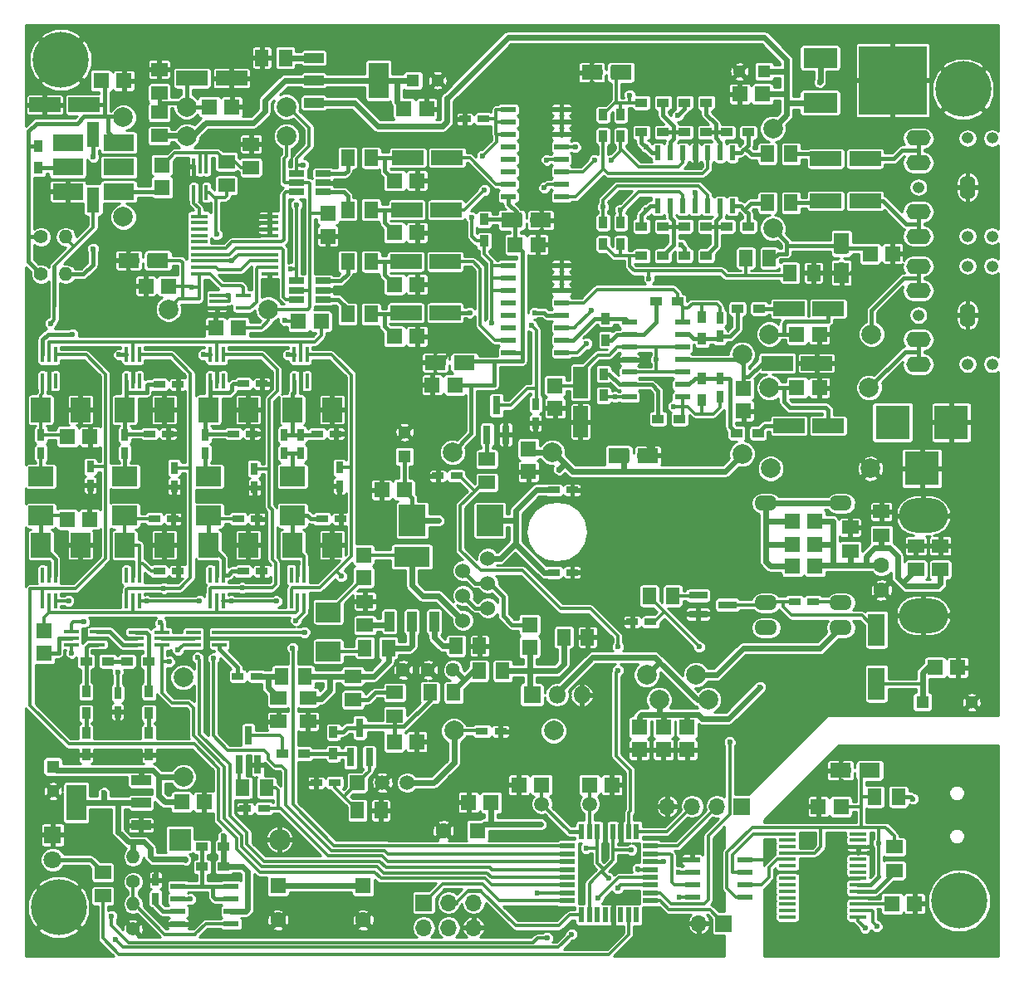
<source format=gtl>
G04 #@! TF.FileFunction,Copper,L1,Top,Signal*
%FSLAX46Y46*%
G04 Gerber Fmt 4.6, Leading zero omitted, Abs format (unit mm)*
G04 Created by KiCad (PCBNEW 4.0.3+e1-6302~38~ubuntu14.04.1-stable) date Wed Jul 12 07:56:50 2017*
%MOMM*%
%LPD*%
G01*
G04 APERTURE LIST*
%ADD10C,0.100000*%
%ADD11C,2.000000*%
%ADD12R,2.500000X2.000000*%
%ADD13R,1.750000X0.450000*%
%ADD14R,1.300000X1.300000*%
%ADD15C,1.300000*%
%ADD16R,2.148840X1.501140*%
%ADD17R,0.900000X1.200000*%
%ADD18R,1.500000X0.600000*%
%ADD19O,1.600000X2.500000*%
%ADD20O,1.200000X1.200000*%
%ADD21O,2.500000X1.600000*%
%ADD22R,1.600000X1.600000*%
%ADD23C,1.998980*%
%ADD24R,1.700000X1.400000*%
%ADD25R,1.400000X1.700000*%
%ADD26R,0.750000X1.200000*%
%ADD27R,1.200000X0.900000*%
%ADD28R,1.200000X0.750000*%
%ADD29C,5.700000*%
%ADD30R,0.600000X1.500000*%
%ADD31R,3.500120X3.500120*%
%ADD32R,1.560000X0.650000*%
%ADD33R,2.032000X3.657600*%
%ADD34R,2.032000X1.016000*%
%ADD35R,0.550000X1.600000*%
%ADD36R,1.600000X0.550000*%
%ADD37R,2.000000X2.500000*%
%ADD38R,1.500000X0.400000*%
%ADD39R,0.400000X1.500000*%
%ADD40R,1.550000X0.600000*%
%ADD41C,1.500000*%
%ADD42R,1.700000X1.700000*%
%ADD43O,1.700000X1.700000*%
%ADD44R,0.800000X1.900000*%
%ADD45R,3.200000X1.500000*%
%ADD46R,1.500000X3.200000*%
%ADD47R,3.500000X2.000000*%
%ADD48R,7.000000X7.000000*%
%ADD49R,1.800000X1.800000*%
%ADD50C,1.800000*%
%ADD51O,2.300000X1.600000*%
%ADD52O,5.001260X3.500120*%
%ADD53C,1.600200*%
%ADD54O,1.800000X1.800000*%
%ADD55R,3.657600X2.032000*%
%ADD56R,1.016000X2.032000*%
%ADD57R,2.700000X3.200000*%
%ADD58C,1.524000*%
%ADD59C,1.440000*%
%ADD60R,1.900000X0.800000*%
%ADD61C,1.520000*%
%ADD62R,1.520000X1.520000*%
%ADD63R,1.700000X3.300000*%
%ADD64C,1.600000*%
%ADD65C,1.400000*%
%ADD66O,1.400000X1.400000*%
%ADD67R,3.150000X1.700000*%
%ADD68R,1.300000X2.500000*%
%ADD69R,1.300000X2.550000*%
%ADD70R,2.200000X2.200000*%
%ADD71O,2.200000X2.200000*%
%ADD72R,1.501140X2.148840*%
%ADD73C,0.600000*%
%ADD74C,0.300000*%
%ADD75C,0.400000*%
%ADD76C,0.600000*%
%ADD77C,0.250000*%
G04 APERTURE END LIST*
D10*
D11*
X115025000Y-99300000D03*
X113755000Y-96760000D03*
X110005000Y-99300000D03*
X108735000Y-96760000D03*
D12*
X76280000Y-90350000D03*
X76280000Y-94350000D03*
D13*
X123100000Y-112975000D03*
X123100000Y-113625000D03*
X123100000Y-114275000D03*
X123100000Y-114925000D03*
X123100000Y-115575000D03*
X123100000Y-116225000D03*
X123100000Y-116875000D03*
X123100000Y-117525000D03*
X123100000Y-118175000D03*
X123100000Y-118825000D03*
X123100000Y-119475000D03*
X123100000Y-120125000D03*
X123100000Y-120775000D03*
X123100000Y-121425000D03*
X130300000Y-121425000D03*
X130300000Y-120775000D03*
X130300000Y-120125000D03*
X130300000Y-119475000D03*
X130300000Y-118825000D03*
X130300000Y-118175000D03*
X130300000Y-117525000D03*
X130300000Y-116875000D03*
X130300000Y-116225000D03*
X130300000Y-115575000D03*
X130300000Y-114925000D03*
X130300000Y-114275000D03*
X130300000Y-113625000D03*
X130300000Y-112975000D03*
D14*
X131000000Y-106500000D03*
D15*
X129000000Y-106500000D03*
D16*
X131501140Y-106500000D03*
X128498860Y-106500000D03*
D14*
X84925000Y-36100000D03*
D15*
X87425000Y-36100000D03*
D14*
X48200000Y-106110000D03*
D15*
X48200000Y-108610000D03*
D17*
X104350000Y-66050000D03*
X104350000Y-68250000D03*
X92175000Y-50300000D03*
X92175000Y-52500000D03*
D18*
X100050000Y-63870000D03*
X100050000Y-62600000D03*
X100050000Y-61330000D03*
X100050000Y-60060000D03*
X100050000Y-58790000D03*
X100050000Y-57520000D03*
X100050000Y-56250000D03*
X100050000Y-54980000D03*
X94650000Y-54980000D03*
X94650000Y-56250000D03*
X94650000Y-57520000D03*
X94650000Y-58790000D03*
X94650000Y-60060000D03*
X94650000Y-61330000D03*
X94650000Y-62600000D03*
X94650000Y-63870000D03*
D19*
X141450000Y-60050000D03*
D20*
X136450000Y-60050000D03*
D21*
X136450000Y-55050000D03*
X136450000Y-57550000D03*
X136450000Y-62550000D03*
X136450000Y-65050000D03*
D20*
X141450000Y-55050000D03*
X141450000Y-65050000D03*
X143950000Y-55050000D03*
X143950000Y-65050000D03*
D22*
X85325000Y-56925000D03*
X83025000Y-56925000D03*
X86300000Y-39000000D03*
X84000000Y-39000000D03*
D18*
X112375000Y-68410000D03*
X112375000Y-67140000D03*
X112375000Y-65870000D03*
X112375000Y-64600000D03*
X112375000Y-63330000D03*
X112375000Y-62060000D03*
X112375000Y-60790000D03*
X106975000Y-60790000D03*
X106975000Y-62060000D03*
X106975000Y-63330000D03*
X106975000Y-64600000D03*
X106975000Y-65870000D03*
X106975000Y-67140000D03*
X106975000Y-68410000D03*
D23*
X121250000Y-62000000D03*
X131660000Y-62000000D03*
D22*
X66450000Y-38800000D03*
X64150000Y-38800000D03*
X76250000Y-52000000D03*
X76250000Y-49700000D03*
X85325000Y-46325000D03*
X83025000Y-46325000D03*
X85325000Y-51625000D03*
X83025000Y-51625000D03*
X85325000Y-62225000D03*
X83025000Y-62225000D03*
X59330000Y-47030000D03*
X59330000Y-44730000D03*
X140450000Y-96000000D03*
X138150000Y-96000000D03*
X118250000Y-37500000D03*
X120550000Y-37500000D03*
D14*
X120700000Y-35200000D03*
D15*
X118200000Y-35200000D03*
D22*
X96680000Y-76010000D03*
X96680000Y-73710000D03*
D24*
X59050000Y-37400000D03*
X59050000Y-35000000D03*
D25*
X78250000Y-44000000D03*
X80650000Y-44000000D03*
X78250000Y-59950000D03*
X80650000Y-59950000D03*
D19*
X141450000Y-47000000D03*
D20*
X136450000Y-47000000D03*
D21*
X136450000Y-42000000D03*
X136450000Y-44500000D03*
X136450000Y-49500000D03*
X136450000Y-52000000D03*
D20*
X141450000Y-42000000D03*
X141450000Y-52000000D03*
X143950000Y-42000000D03*
X143950000Y-52000000D03*
D22*
X86880000Y-67180000D03*
X89180000Y-67180000D03*
X99400000Y-69540000D03*
X99400000Y-67240000D03*
X97650000Y-52850000D03*
X95350000Y-52850000D03*
X64800000Y-61325000D03*
X67100000Y-61325000D03*
X57675000Y-57075000D03*
X59975000Y-57075000D03*
X118600000Y-69850000D03*
X118600000Y-67550000D03*
X126350000Y-67450000D03*
X124050000Y-67450000D03*
X126350000Y-62000000D03*
X124050000Y-62000000D03*
D23*
X121600000Y-51200000D03*
X121600000Y-41040000D03*
X121250000Y-67450000D03*
X131410000Y-67450000D03*
D24*
X59050000Y-41750000D03*
X59050000Y-39350000D03*
D25*
X78250000Y-49300000D03*
X80650000Y-49300000D03*
X78250000Y-54600000D03*
X80650000Y-54600000D03*
D23*
X99100000Y-74030000D03*
X88940000Y-74030000D03*
X61850000Y-41800000D03*
X72010000Y-41800000D03*
X72000000Y-38800000D03*
X61840000Y-38800000D03*
X118475000Y-74200000D03*
X118475000Y-64040000D03*
D14*
X58425000Y-54475000D03*
D15*
X56425000Y-54475000D03*
D16*
X58926140Y-54475000D03*
X55923860Y-54475000D03*
D17*
X114400000Y-60275000D03*
X114400000Y-62475000D03*
D26*
X116200000Y-60325000D03*
X116200000Y-62225000D03*
X116200000Y-68375000D03*
X116200000Y-66475000D03*
D17*
X114400000Y-66475000D03*
X114400000Y-68675000D03*
X104575000Y-62600000D03*
X104575000Y-60400000D03*
D27*
X111875000Y-58675000D03*
X109675000Y-58675000D03*
X109900000Y-70650000D03*
X112100000Y-70650000D03*
D28*
X90200000Y-40050000D03*
X92100000Y-40050000D03*
D27*
X108200000Y-54000000D03*
X110400000Y-54000000D03*
X114800000Y-54000000D03*
X112600000Y-54000000D03*
X116900000Y-51000000D03*
X119100000Y-51000000D03*
X114800000Y-38400000D03*
X112600000Y-38400000D03*
X120100000Y-72100000D03*
X117900000Y-72100000D03*
X120200000Y-59400000D03*
X118000000Y-59400000D03*
D26*
X97420000Y-71050000D03*
X97420000Y-69150000D03*
D24*
X65900000Y-46800000D03*
X65900000Y-44400000D03*
X68400000Y-45000000D03*
X68400000Y-42600000D03*
D22*
X133810000Y-53780000D03*
X131510000Y-53780000D03*
D25*
X123450000Y-43600000D03*
X121050000Y-43600000D03*
D24*
X92450000Y-74740000D03*
X92450000Y-77140000D03*
D25*
X123450000Y-48600000D03*
X121050000Y-48600000D03*
D29*
X140600000Y-119800000D03*
X48800000Y-120450000D03*
X49000000Y-34000000D03*
X141000000Y-37000000D03*
D17*
X106100000Y-41800000D03*
X106100000Y-39600000D03*
D27*
X108200000Y-38400000D03*
X110400000Y-38400000D03*
X110400000Y-41400000D03*
X108200000Y-41400000D03*
X112600000Y-41400000D03*
X114800000Y-41400000D03*
X116900000Y-41400000D03*
X119100000Y-41400000D03*
D17*
X104300000Y-39600000D03*
X104300000Y-41800000D03*
X106100000Y-50600000D03*
X106100000Y-52800000D03*
D27*
X110400000Y-51000000D03*
X108200000Y-51000000D03*
X112600000Y-51000000D03*
X114800000Y-51000000D03*
D17*
X104300000Y-52800000D03*
X104300000Y-50600000D03*
D30*
X109890000Y-48900000D03*
X111160000Y-48900000D03*
X112430000Y-48900000D03*
X113700000Y-48900000D03*
X114970000Y-48900000D03*
X116240000Y-48900000D03*
X117510000Y-48900000D03*
X117510000Y-43500000D03*
X116240000Y-43500000D03*
X114970000Y-43500000D03*
X113700000Y-43500000D03*
X112430000Y-43500000D03*
X111160000Y-43500000D03*
X109890000Y-43500000D03*
D14*
X136850000Y-99550000D03*
D15*
X141850000Y-99550000D03*
D31*
X133799860Y-71000000D03*
X139799340Y-71000000D03*
X136799600Y-75699000D03*
D32*
X75750000Y-47500000D03*
X75750000Y-46550000D03*
X75750000Y-45600000D03*
X73050000Y-45600000D03*
X73050000Y-47500000D03*
X73050000Y-46550000D03*
X75750000Y-58450000D03*
X75750000Y-57500000D03*
X75750000Y-56550000D03*
X73050000Y-56550000D03*
X73050000Y-58450000D03*
X73050000Y-57500000D03*
D26*
X47000000Y-74150000D03*
X47000000Y-72250000D03*
D22*
X49650000Y-80875000D03*
X51950000Y-80875000D03*
X49700000Y-72450000D03*
X52000000Y-72450000D03*
D26*
X55550000Y-74150000D03*
X55550000Y-72250000D03*
X73430000Y-74150000D03*
X73430000Y-72250000D03*
X71790000Y-74150000D03*
X71790000Y-72250000D03*
X63750000Y-74150000D03*
X63750000Y-72250000D03*
D23*
X70175000Y-59450000D03*
X60015000Y-59450000D03*
D25*
X71900000Y-33800000D03*
X69500000Y-33800000D03*
D33*
X81402000Y-36100000D03*
D34*
X74798000Y-36100000D03*
X74798000Y-38386000D03*
X74798000Y-33814000D03*
D13*
X70300000Y-55825000D03*
X70300000Y-55175000D03*
X70300000Y-54525000D03*
X70300000Y-53875000D03*
X70300000Y-53225000D03*
X70300000Y-52575000D03*
X70300000Y-51925000D03*
X70300000Y-51275000D03*
X70300000Y-50625000D03*
X70300000Y-49975000D03*
X63100000Y-49975000D03*
X63100000Y-50625000D03*
X63100000Y-51275000D03*
X63100000Y-51925000D03*
X63100000Y-52575000D03*
X63100000Y-53225000D03*
X63100000Y-53875000D03*
X63100000Y-54525000D03*
X63100000Y-55175000D03*
X63100000Y-55825000D03*
D35*
X107700000Y-112750000D03*
X106900000Y-112750000D03*
X106100000Y-112750000D03*
X105300000Y-112750000D03*
X104500000Y-112750000D03*
X103700000Y-112750000D03*
X102900000Y-112750000D03*
X102100000Y-112750000D03*
D36*
X100650000Y-114200000D03*
X100650000Y-115000000D03*
X100650000Y-115800000D03*
X100650000Y-116600000D03*
X100650000Y-117400000D03*
X100650000Y-118200000D03*
X100650000Y-119000000D03*
X100650000Y-119800000D03*
D35*
X102100000Y-121250000D03*
X102900000Y-121250000D03*
X103700000Y-121250000D03*
X104500000Y-121250000D03*
X105300000Y-121250000D03*
X106100000Y-121250000D03*
X106900000Y-121250000D03*
X107700000Y-121250000D03*
D36*
X109150000Y-119800000D03*
X109150000Y-119000000D03*
X109150000Y-118200000D03*
X109150000Y-117400000D03*
X109150000Y-116600000D03*
X109150000Y-115800000D03*
X109150000Y-115000000D03*
X109150000Y-114200000D03*
D12*
X47000000Y-80500000D03*
X47000000Y-76500000D03*
D37*
X47000000Y-83500000D03*
X51000000Y-83500000D03*
X47000000Y-69700000D03*
X51000000Y-69700000D03*
D12*
X55550000Y-80500000D03*
X55550000Y-76500000D03*
D37*
X55550000Y-83500000D03*
X59550000Y-83500000D03*
X55550000Y-69700000D03*
X59550000Y-69700000D03*
D12*
X72650000Y-80500000D03*
X72650000Y-76500000D03*
D37*
X72650000Y-83500000D03*
X76650000Y-83500000D03*
X72650000Y-69700000D03*
X76650000Y-69700000D03*
D12*
X64100000Y-80500000D03*
X64100000Y-76500000D03*
D37*
X64100000Y-83500000D03*
X68100000Y-83500000D03*
X64100000Y-69700000D03*
X68100000Y-69700000D03*
D38*
X64920000Y-58010000D03*
X64920000Y-58660000D03*
X64920000Y-59310000D03*
X67580000Y-59310000D03*
X67580000Y-58010000D03*
D39*
X63850000Y-44870000D03*
X63200000Y-44870000D03*
X62550000Y-44870000D03*
X62550000Y-47530000D03*
X63850000Y-47530000D03*
D40*
X118800000Y-119405000D03*
X118800000Y-118135000D03*
X118800000Y-116865000D03*
X118800000Y-115595000D03*
X113400000Y-115595000D03*
X113400000Y-116865000D03*
X113400000Y-118135000D03*
X113400000Y-119405000D03*
D22*
X47330000Y-94550000D03*
X47330000Y-92250000D03*
D41*
X98050000Y-109925000D03*
X102930000Y-109925000D03*
D42*
X86000000Y-120000000D03*
D43*
X86000000Y-122540000D03*
X88540000Y-120000000D03*
X88540000Y-122540000D03*
X91080000Y-120000000D03*
X91080000Y-122540000D03*
D22*
X126250000Y-110200000D03*
X128550000Y-110200000D03*
X136050000Y-120100000D03*
X133750000Y-120100000D03*
D24*
X134000000Y-114300000D03*
X134000000Y-116700000D03*
D25*
X132000000Y-109200000D03*
X134400000Y-109200000D03*
D44*
X92470000Y-72250000D03*
X94370000Y-72250000D03*
X93420000Y-69250000D03*
D22*
X73250000Y-60700000D03*
X75550000Y-60700000D03*
D28*
X59950000Y-72150000D03*
X58050000Y-72150000D03*
X60950000Y-67130000D03*
X59050000Y-67130000D03*
X60950000Y-86180000D03*
X59050000Y-86180000D03*
X60450000Y-80830000D03*
X58550000Y-80830000D03*
X69500000Y-67060000D03*
X67600000Y-67060000D03*
X68500000Y-72150000D03*
X66600000Y-72150000D03*
X77050000Y-72150000D03*
X75150000Y-72150000D03*
X69500000Y-86180000D03*
X67600000Y-86180000D03*
X69000000Y-80830000D03*
X67100000Y-80830000D03*
X77550000Y-80830000D03*
X75650000Y-80830000D03*
D22*
X105200000Y-107975000D03*
X102900000Y-107975000D03*
X95725000Y-107975000D03*
X98025000Y-107975000D03*
D45*
X122050000Y-64950000D03*
X126050000Y-64950000D03*
D46*
X101990000Y-66920000D03*
X101990000Y-70920000D03*
D45*
X88400000Y-44000000D03*
X84400000Y-44000000D03*
X88300000Y-49300000D03*
X84300000Y-49300000D03*
X88200000Y-54600000D03*
X84200000Y-54600000D03*
X88200000Y-59800000D03*
X84200000Y-59800000D03*
X62400000Y-35900000D03*
X66400000Y-35900000D03*
D33*
X50598000Y-109800000D03*
D34*
X57202000Y-109800000D03*
X57202000Y-107514000D03*
X57202000Y-112086000D03*
D47*
X126425000Y-33800000D03*
X126425000Y-38380000D03*
D48*
X133825000Y-36100000D03*
D22*
X63634000Y-109728000D03*
X61334000Y-109728000D03*
X90575000Y-109775000D03*
X92875000Y-109775000D03*
D23*
X61500000Y-97000000D03*
X61500000Y-107160000D03*
D45*
X127000000Y-44100000D03*
X131000000Y-44100000D03*
X127000000Y-48400000D03*
X131000000Y-48400000D03*
D27*
X55780000Y-95360000D03*
X57980000Y-95360000D03*
X53780000Y-95360000D03*
X51580000Y-95360000D03*
D17*
X57990000Y-100660000D03*
X57990000Y-98460000D03*
X51590000Y-100660000D03*
X51590000Y-98460000D03*
X57990000Y-104890000D03*
X57990000Y-102690000D03*
X51590000Y-104890000D03*
X51590000Y-102690000D03*
D45*
X123250000Y-71350000D03*
X127250000Y-71350000D03*
X123250000Y-59400000D03*
X127250000Y-59400000D03*
D18*
X100050000Y-47970000D03*
X100050000Y-46700000D03*
X100050000Y-45430000D03*
X100050000Y-44160000D03*
X100050000Y-42890000D03*
X100050000Y-41620000D03*
X100050000Y-40350000D03*
X100050000Y-39080000D03*
X94650000Y-39080000D03*
X94650000Y-40350000D03*
X94650000Y-41620000D03*
X94650000Y-42890000D03*
X94650000Y-44160000D03*
X94650000Y-45430000D03*
X94650000Y-46700000D03*
X94650000Y-47970000D03*
D25*
X118850000Y-54240000D03*
X121250000Y-54240000D03*
X125750000Y-55750000D03*
X123350000Y-55750000D03*
D22*
X55450000Y-36130000D03*
X53150000Y-36130000D03*
D49*
X48190000Y-113070000D03*
D50*
X48190000Y-115610000D03*
D24*
X53300000Y-119300000D03*
X53300000Y-116900000D03*
D42*
X116600000Y-122100000D03*
D43*
X114060000Y-122100000D03*
D42*
X118450000Y-110175000D03*
D43*
X115910000Y-110175000D03*
X113370000Y-110175000D03*
X110830000Y-110175000D03*
D45*
X51375000Y-38600000D03*
X47375000Y-38600000D03*
D38*
X65170000Y-93690000D03*
X65170000Y-93040000D03*
X65170000Y-92390000D03*
X62510000Y-92390000D03*
X62510000Y-93040000D03*
X62510000Y-93690000D03*
D39*
X48450000Y-86570000D03*
X47800000Y-86570000D03*
X47150000Y-86570000D03*
X47150000Y-89230000D03*
X47800000Y-89230000D03*
X48450000Y-89230000D03*
X47150000Y-66755000D03*
X47800000Y-66755000D03*
X48450000Y-66755000D03*
X48450000Y-64095000D03*
X47800000Y-64095000D03*
X47150000Y-64095000D03*
X57000000Y-86570000D03*
X56350000Y-86570000D03*
X55700000Y-86570000D03*
X55700000Y-89230000D03*
X56350000Y-89230000D03*
X57000000Y-89230000D03*
X55700000Y-66755000D03*
X56350000Y-66755000D03*
X57000000Y-66755000D03*
X57000000Y-64095000D03*
X56350000Y-64095000D03*
X55700000Y-64095000D03*
X73800000Y-86540000D03*
X73150000Y-86540000D03*
X72500000Y-86540000D03*
X72500000Y-89200000D03*
X73150000Y-89200000D03*
X73800000Y-89200000D03*
X72800000Y-66755000D03*
X73450000Y-66755000D03*
X74100000Y-66755000D03*
X74100000Y-64095000D03*
X73450000Y-64095000D03*
X72800000Y-64095000D03*
X65550000Y-86570000D03*
X64900000Y-86570000D03*
X64250000Y-86570000D03*
X64250000Y-89230000D03*
X64900000Y-89230000D03*
X65550000Y-89230000D03*
X64250000Y-66755000D03*
X64900000Y-66755000D03*
X65550000Y-66755000D03*
X65550000Y-64095000D03*
X64900000Y-64095000D03*
X64250000Y-64095000D03*
D38*
X56660000Y-92390000D03*
X56660000Y-93040000D03*
X56660000Y-93690000D03*
X59320000Y-93690000D03*
X59320000Y-93040000D03*
X59320000Y-92390000D03*
X52740000Y-93660000D03*
X52740000Y-93010000D03*
X52740000Y-92360000D03*
X50080000Y-92360000D03*
X50080000Y-93010000D03*
X50080000Y-93660000D03*
D51*
X120904000Y-79248000D03*
X120904000Y-89408000D03*
X128524000Y-79248000D03*
X128524000Y-89408000D03*
X120904000Y-91948000D03*
X128524000Y-91948000D03*
D52*
X136931400Y-90695780D03*
X136931400Y-80497680D03*
D53*
X132666740Y-85598000D03*
X132666740Y-88097360D03*
D24*
X136200000Y-86000000D03*
X136200000Y-83600000D03*
X132675000Y-82500000D03*
X132675000Y-80100000D03*
X138675000Y-86000000D03*
X138675000Y-83600000D03*
X129500000Y-84100000D03*
X129500000Y-81700000D03*
D22*
X125900000Y-81050000D03*
X123600000Y-81050000D03*
X125900000Y-83425000D03*
X123600000Y-83425000D03*
X125900000Y-85650000D03*
X123600000Y-85650000D03*
D49*
X97050000Y-98800000D03*
D54*
X99590000Y-98800000D03*
X102130000Y-98800000D03*
D22*
X110450000Y-102090000D03*
X110450000Y-104390000D03*
X112850000Y-102100000D03*
X112850000Y-104400000D03*
X107975000Y-102100000D03*
X107975000Y-104400000D03*
X79880000Y-84520000D03*
X79880000Y-86820000D03*
X96800000Y-93950000D03*
X96800000Y-91650000D03*
D55*
X84800000Y-84698000D03*
D56*
X84800000Y-91302000D03*
X87086000Y-91302000D03*
X82514000Y-91302000D03*
D22*
X84020000Y-77870000D03*
X81720000Y-77870000D03*
D28*
X101150000Y-86300000D03*
X99250000Y-86300000D03*
X101150000Y-77900000D03*
X99250000Y-77900000D03*
D23*
X99250000Y-102450000D03*
X89090000Y-102450000D03*
D57*
X84850000Y-81000000D03*
X92750000Y-81000000D03*
D25*
X82400000Y-94000000D03*
X80000000Y-94000000D03*
X100300000Y-92900000D03*
X102700000Y-92900000D03*
X89300000Y-93800000D03*
X91700000Y-93800000D03*
D24*
X80020000Y-91670000D03*
X80020000Y-89270000D03*
D58*
X90000000Y-91200000D03*
X92540000Y-89930000D03*
X90000000Y-88660000D03*
X92540000Y-87390000D03*
X90000000Y-86120000D03*
X92540000Y-84850000D03*
D28*
X67050000Y-96900000D03*
X68950000Y-96900000D03*
D22*
X85300000Y-103575000D03*
X83000000Y-103575000D03*
D44*
X78550000Y-105150000D03*
X80450000Y-105150000D03*
X79500000Y-102150000D03*
D25*
X94050000Y-96350000D03*
X91650000Y-96350000D03*
X71500000Y-96900000D03*
X73900000Y-96900000D03*
D24*
X74200000Y-99100000D03*
X74200000Y-101500000D03*
X71200000Y-99100000D03*
X71200000Y-101500000D03*
X78800000Y-96900000D03*
X78800000Y-99300000D03*
X83050000Y-98550000D03*
X83050000Y-100950000D03*
D25*
X89050000Y-98550000D03*
X86650000Y-98550000D03*
D59*
X89000000Y-96250000D03*
X86460000Y-96250000D03*
X83920000Y-96250000D03*
D28*
X93850000Y-102500000D03*
X91950000Y-102500000D03*
X75050000Y-107750000D03*
X76950000Y-107750000D03*
D44*
X67200000Y-105925000D03*
X69100000Y-105925000D03*
X68150000Y-102925000D03*
D60*
X113980000Y-88650000D03*
X113980000Y-90550000D03*
X116980000Y-89600000D03*
D17*
X76800000Y-102600000D03*
X76800000Y-104800000D03*
D25*
X79250000Y-110575000D03*
X81650000Y-110575000D03*
D61*
X81790000Y-107750000D03*
X84330000Y-107750000D03*
D62*
X79250000Y-107750000D03*
D23*
X121400000Y-75700000D03*
X131560000Y-75700000D03*
D25*
X67575000Y-108275000D03*
X69975000Y-108275000D03*
X109000000Y-88700000D03*
X111400000Y-88700000D03*
D14*
X84070000Y-74490000D03*
D15*
X84070000Y-71990000D03*
D28*
X125710000Y-89250000D03*
X123810000Y-89250000D03*
D63*
X132175000Y-97650000D03*
X132175000Y-92150000D03*
D23*
X55372000Y-39878000D03*
X55372000Y-50038000D03*
D40*
X60970000Y-118335000D03*
X60970000Y-119605000D03*
X60970000Y-120875000D03*
X60970000Y-122145000D03*
X66370000Y-122145000D03*
X66370000Y-120875000D03*
X66370000Y-119605000D03*
X66370000Y-118335000D03*
D26*
X58674000Y-117668000D03*
X58674000Y-119568000D03*
D22*
X79840000Y-118260000D03*
D64*
X79840000Y-121760000D03*
D22*
X91500000Y-112650000D03*
D64*
X88000000Y-112650000D03*
D22*
X71140000Y-118260000D03*
D64*
X71140000Y-121760000D03*
D27*
X65616000Y-116332000D03*
X63416000Y-116332000D03*
X65616000Y-114300000D03*
X63416000Y-114300000D03*
D65*
X56388000Y-122682000D03*
D66*
X56388000Y-120142000D03*
D65*
X56388000Y-117856000D03*
D66*
X56388000Y-115316000D03*
D67*
X49724000Y-42458000D03*
X49724000Y-44958000D03*
X49724000Y-47458000D03*
X54924000Y-47458000D03*
X54924000Y-44958000D03*
X54924000Y-42458000D03*
D68*
X52324000Y-41608000D03*
D69*
X52324000Y-48308000D03*
D70*
X61150000Y-113550000D03*
D71*
X71310000Y-113550000D03*
D65*
X46990000Y-52070000D03*
D66*
X49530000Y-52070000D03*
D65*
X46990000Y-55880000D03*
D66*
X49530000Y-55880000D03*
D17*
X46736000Y-42842000D03*
X46736000Y-45042000D03*
D27*
X73800000Y-104800000D03*
X71600000Y-104800000D03*
D26*
X52025000Y-77425000D03*
X52025000Y-75525000D03*
X54800000Y-100525000D03*
X54800000Y-98625000D03*
X60575000Y-77525000D03*
X60575000Y-75625000D03*
X77425000Y-77500000D03*
X77425000Y-75600000D03*
X68725000Y-77625000D03*
X68725000Y-75725000D03*
D28*
X67825000Y-110375000D03*
X69725000Y-110375000D03*
D14*
X106375000Y-74375000D03*
D15*
X108375000Y-74375000D03*
D16*
X105873860Y-74375000D03*
X108876140Y-74375000D03*
D14*
X128600000Y-53225000D03*
D15*
X128600000Y-55225000D03*
D72*
X128600000Y-52723860D03*
X128600000Y-55726140D03*
D14*
X95450000Y-50375000D03*
D15*
X97450000Y-50375000D03*
D16*
X94948860Y-50375000D03*
X97951140Y-50375000D03*
D14*
X89680000Y-64900000D03*
D15*
X87680000Y-64900000D03*
D16*
X90181140Y-64900000D03*
X87178860Y-64900000D03*
D28*
X87442000Y-76454000D03*
X89342000Y-76454000D03*
D14*
X105648000Y-35306000D03*
D15*
X103648000Y-35306000D03*
D16*
X106149140Y-35306000D03*
X103146860Y-35306000D03*
D28*
X109150000Y-91350000D03*
X107250000Y-91350000D03*
D73*
X108450000Y-83575000D03*
X108425000Y-86225000D03*
X111650000Y-83900000D03*
X114275000Y-86400000D03*
X114900000Y-84475000D03*
X114875000Y-82700000D03*
X113800000Y-81675000D03*
X111800000Y-81650000D03*
X107550000Y-81675000D03*
X109725000Y-81650000D03*
X106707500Y-80232500D03*
X105375000Y-81725000D03*
X105337500Y-83325000D03*
X105325000Y-85200000D03*
X105337500Y-87325000D03*
X114900000Y-80575000D03*
X108230000Y-78710000D03*
X70300000Y-106600000D03*
X106275000Y-115450000D03*
X75625000Y-86075000D03*
X71675000Y-85500000D03*
X74676000Y-83566000D03*
X45974000Y-86106000D03*
X88300000Y-62000000D03*
X83010000Y-87450000D03*
X81760000Y-86490000D03*
X81490000Y-82810000D03*
X78380000Y-90570000D03*
X80630000Y-95590000D03*
X78630000Y-95360000D03*
X76290000Y-95980000D03*
X76230000Y-92420000D03*
X79880000Y-70320000D03*
X79882500Y-66642500D03*
X81575000Y-64920000D03*
X112050000Y-78710000D03*
X124870000Y-101970000D03*
X129620000Y-96440000D03*
X129560000Y-98670000D03*
X122410000Y-99350000D03*
X124810000Y-99470000D03*
X119760000Y-100640000D03*
X119220000Y-103540000D03*
X115210000Y-103420000D03*
X108675000Y-93075000D03*
X112040000Y-90420000D03*
X102025000Y-88700000D03*
X105337500Y-89737500D03*
X112175000Y-94825000D03*
X53150000Y-111275000D03*
X52400000Y-114525000D03*
X54225000Y-114100000D03*
X54875000Y-108275000D03*
X46175000Y-104650000D03*
X47975000Y-103775000D03*
X46150000Y-101600000D03*
X60300000Y-111425000D03*
X63700000Y-112075000D03*
X65825000Y-99525000D03*
X61725000Y-101625000D03*
X59850000Y-100650000D03*
X59850000Y-102725000D03*
X63825000Y-107200000D03*
X62525000Y-104975000D03*
X59850000Y-104975000D03*
X53175000Y-100025000D03*
X53175000Y-97075000D03*
X53825000Y-102725000D03*
X50425000Y-99700000D03*
X49925000Y-97075000D03*
X56275000Y-104950000D03*
X56300000Y-102725000D03*
X56375000Y-97000000D03*
X56375000Y-100525000D03*
X83275000Y-68450000D03*
X86600000Y-73200000D03*
X86825000Y-70300000D03*
X66075000Y-83475000D03*
X69750000Y-82000000D03*
X76875000Y-66675000D03*
X74650000Y-69725000D03*
X96300000Y-80550000D03*
X97550000Y-79275000D03*
X96300000Y-82925000D03*
X93700000Y-52825000D03*
X116300000Y-74400000D03*
X112700000Y-74400000D03*
X102000000Y-74300000D03*
X104500000Y-71300000D03*
X108700000Y-68500000D03*
X107800000Y-71300000D03*
X76250000Y-63175000D03*
X79225000Y-64075000D03*
X77270000Y-57500000D03*
X80800000Y-61650000D03*
X77275000Y-61650000D03*
X50775000Y-57125000D03*
X51275000Y-53900000D03*
X47675000Y-53900000D03*
X50875000Y-50775000D03*
X49200000Y-49875000D03*
X47000000Y-47450000D03*
X91050000Y-98250000D03*
X89675000Y-100175000D03*
X87675000Y-94950000D03*
X85975000Y-93650000D03*
X57475000Y-82175000D03*
X52700000Y-83450000D03*
X61300000Y-83500000D03*
X64100000Y-78525000D03*
X60600000Y-79175000D03*
X61150000Y-74175000D03*
X64900000Y-74175000D03*
X57475000Y-74175000D03*
X54450000Y-74175000D03*
X57475000Y-78425000D03*
X49175000Y-78875000D03*
X51950000Y-79000000D03*
X55500000Y-78425000D03*
X51075000Y-74175000D03*
X49575000Y-76150000D03*
X49175000Y-83725000D03*
X75525000Y-97750000D03*
X68325000Y-98375000D03*
X80925000Y-100525000D03*
X77050000Y-100875000D03*
X84725000Y-99750000D03*
X57550000Y-69725000D03*
X52750000Y-69700000D03*
X64200000Y-91150000D03*
X63850000Y-93050000D03*
X67475000Y-91425000D03*
X86350000Y-87200000D03*
X83650000Y-91325000D03*
X85950000Y-91375000D03*
X84750000Y-89325000D03*
X82500000Y-89300000D03*
X61825000Y-63700000D03*
X70625000Y-63700000D03*
X55100000Y-57400000D03*
X52700000Y-59000000D03*
X62500000Y-60825000D03*
X59275000Y-61350000D03*
X55775000Y-61350000D03*
X52825000Y-61350000D03*
X65850000Y-42050000D03*
X61025000Y-50675000D03*
X57300000Y-37150000D03*
X57375000Y-40650000D03*
X57475000Y-44900000D03*
X57575000Y-48400000D03*
X58525000Y-50675000D03*
X61050000Y-52925000D03*
X63175000Y-46300000D03*
X60575000Y-55550000D03*
X61050000Y-48350000D03*
X67925000Y-48775000D03*
X70275000Y-48775000D03*
X70275000Y-46125000D03*
X73725000Y-53600000D03*
X73725000Y-50625000D03*
X76250000Y-53600000D03*
X72325000Y-52900000D03*
X70475000Y-61700000D03*
X52750000Y-66400000D03*
X61400000Y-69725000D03*
X49150000Y-69725000D03*
X60825000Y-91325000D03*
X66775000Y-76250000D03*
X66775000Y-79125000D03*
X66775000Y-73700000D03*
X104875000Y-123625000D03*
X102300000Y-123625000D03*
X99050000Y-121250000D03*
X95875000Y-121275000D03*
X93575000Y-122650000D03*
X95975000Y-123225000D03*
X106650000Y-119625000D03*
X108425000Y-106775000D03*
X116225000Y-106775000D03*
X108425000Y-110125000D03*
X105650000Y-110150000D03*
X113700000Y-106775000D03*
X111100000Y-106775000D03*
X119675000Y-106775000D03*
X95725000Y-110300000D03*
X100525000Y-106575000D03*
X100600000Y-110075000D03*
X96500000Y-104125000D03*
X92725000Y-104125000D03*
X92275000Y-101125000D03*
X94600000Y-98800000D03*
X96500000Y-101050000D03*
X87150000Y-104050000D03*
X87075000Y-100500000D03*
X79500000Y-103675000D03*
X74200000Y-103250000D03*
X91000000Y-83400000D03*
X94800000Y-78000000D03*
X98600000Y-94800000D03*
X94800000Y-87400000D03*
X96400000Y-89000000D03*
X98600000Y-90200000D03*
X98600000Y-92200000D03*
X89400000Y-78000000D03*
X94300000Y-93700000D03*
X101600000Y-94800000D03*
X104400000Y-96200000D03*
X92200000Y-91600000D03*
X102200000Y-101600000D03*
X106800000Y-97600000D03*
X107200000Y-100000000D03*
X106400000Y-103400000D03*
X104450000Y-98800000D03*
X104450000Y-101400000D03*
X102200000Y-104200000D03*
X104400000Y-103400000D03*
X66800000Y-103375000D03*
X68150000Y-101100000D03*
X68150000Y-105925000D03*
X69050000Y-113550000D03*
X73925000Y-114675000D03*
X68800000Y-111600000D03*
X86125000Y-110475000D03*
X83825000Y-112775000D03*
X80950000Y-113225000D03*
X73800000Y-106825000D03*
X74150000Y-109975000D03*
X76025000Y-111850000D03*
X78300000Y-113225000D03*
X95725000Y-106425000D03*
X92725000Y-106425000D03*
X90225000Y-106425000D03*
X88050000Y-108600000D03*
X115900000Y-114200000D03*
X115900000Y-118100000D03*
X113400000Y-114200000D03*
X54700000Y-91500000D03*
X111700000Y-122100000D03*
X79300000Y-31400000D03*
X69000000Y-31400000D03*
X62500000Y-31400000D03*
X65800000Y-31400000D03*
X59300000Y-31400000D03*
X72200000Y-31400000D03*
X75900000Y-31400000D03*
X57450000Y-33250000D03*
X87800000Y-31400000D03*
X83600000Y-31400000D03*
X92200000Y-37000000D03*
X91400000Y-42100000D03*
X100100000Y-37000000D03*
X95300000Y-33400000D03*
X100100000Y-33400000D03*
X89900000Y-33500000D03*
X54200000Y-86100000D03*
X63200000Y-86200000D03*
X102750000Y-115700000D03*
X104500000Y-115000000D03*
X78900000Y-41000000D03*
X84200000Y-42200000D03*
X95900000Y-70900000D03*
X94700000Y-74500000D03*
X90700000Y-74700000D03*
X77370000Y-46550000D03*
X80500000Y-46500000D03*
X89300000Y-46300000D03*
X81700000Y-53000000D03*
X85300000Y-53100000D03*
X79100000Y-52150000D03*
X89300000Y-51500000D03*
X97700000Y-56900000D03*
X90100000Y-56900000D03*
X105400000Y-64900000D03*
X108600000Y-64600000D03*
X83500000Y-64800000D03*
X78900000Y-34800000D03*
X76000000Y-43600000D03*
X76000000Y-41000000D03*
X76300000Y-37300000D03*
X78900000Y-37300000D03*
X68425000Y-38850000D03*
X70000000Y-41150000D03*
X67900000Y-56175000D03*
X70330000Y-57070000D03*
X67900000Y-51600000D03*
X65950000Y-49175000D03*
X65975000Y-51225000D03*
X79900000Y-78775000D03*
X79925000Y-73700000D03*
X72675000Y-78525000D03*
X74676000Y-78486000D03*
X74800000Y-76650000D03*
X74650000Y-73675000D03*
X71075000Y-69725000D03*
X66050000Y-69725000D03*
X108980000Y-56340000D03*
X107000000Y-37630000D03*
X109720000Y-64580000D03*
X98550000Y-44225000D03*
X92200000Y-47275000D03*
X97300000Y-59800000D03*
X90700000Y-59800000D03*
X111500000Y-69375000D03*
X101450000Y-42900000D03*
X105150000Y-44250000D03*
X103400000Y-44250000D03*
X105525000Y-68400000D03*
X98300000Y-47050000D03*
X104300000Y-49000000D03*
X103125000Y-59550000D03*
X106075000Y-49300000D03*
X102600000Y-62950000D03*
X92000000Y-43825000D03*
X90900000Y-50100000D03*
X92920000Y-60820000D03*
X97010000Y-61100000D03*
X113700000Y-47570000D03*
X108700000Y-42900000D03*
X111900000Y-39700000D03*
X108700000Y-49350000D03*
X112250000Y-52900000D03*
X73750000Y-44750000D03*
X71830000Y-60550000D03*
X72410000Y-55370000D03*
X73050000Y-48790000D03*
X66475000Y-54525000D03*
X66130000Y-58070000D03*
X97600000Y-119000000D03*
X105800000Y-118500000D03*
X54550000Y-123750000D03*
X101100000Y-123200000D03*
X52300000Y-43900000D03*
X52300000Y-53300000D03*
X98600000Y-123600000D03*
X103800000Y-119500000D03*
X47950000Y-60900000D03*
X54200000Y-121350000D03*
X107800000Y-116550000D03*
X110500000Y-115800000D03*
X112000000Y-116875000D03*
X124900000Y-116800000D03*
X124700000Y-113600000D03*
X121000000Y-115600000D03*
X132400000Y-113900000D03*
X64900000Y-51800000D03*
X62400000Y-57200000D03*
X71000000Y-89230000D03*
X72990000Y-91200000D03*
X72160000Y-64100000D03*
X63530000Y-64090000D03*
X54950000Y-64100000D03*
X50200000Y-62000000D03*
X107200000Y-114600000D03*
X112100000Y-119400000D03*
X61700000Y-115600000D03*
X53400000Y-108800000D03*
X104850000Y-117500000D03*
X97925000Y-112000000D03*
X102550000Y-114425000D03*
X49800000Y-89200000D03*
X50100000Y-94500000D03*
X63150000Y-89200000D03*
X57760000Y-89230000D03*
X60960000Y-94234000D03*
X59182000Y-91440000D03*
X66400000Y-89230000D03*
X99800000Y-75800000D03*
X135900000Y-109400000D03*
X131000000Y-122550000D03*
X132200000Y-122400000D03*
X65600000Y-113200000D03*
X126375000Y-36275000D03*
X73860000Y-92410000D03*
X120300000Y-98000000D03*
X87500000Y-81000000D03*
X62230000Y-119634000D03*
X54800000Y-96450000D03*
X51350000Y-91350000D03*
X60050000Y-95400000D03*
X59500000Y-87900000D03*
X62950000Y-95000000D03*
X72650000Y-94030000D03*
X77600000Y-86700000D03*
X64575000Y-95075000D03*
X67500000Y-87875000D03*
X105800000Y-96300000D03*
X105800000Y-93900000D03*
X117200000Y-103600000D03*
X114100000Y-93900000D03*
D74*
X108450000Y-83575000D02*
X108425000Y-83575000D01*
X105337500Y-83325000D02*
X108275000Y-83325000D01*
X108425000Y-83475000D02*
X108425000Y-83575000D01*
X108425000Y-83575000D02*
X108425000Y-86225000D01*
X108425000Y-86225000D02*
X108425000Y-87125000D01*
X108275000Y-83325000D02*
X108425000Y-83475000D01*
X105337500Y-83325000D02*
X111075000Y-83325000D01*
X111075000Y-83325000D02*
X111650000Y-83900000D01*
X113800000Y-81675000D02*
X113775000Y-81700000D01*
X111850000Y-81625000D02*
X111825000Y-81625000D01*
X111825000Y-81625000D02*
X111800000Y-81650000D01*
X106675000Y-80300000D02*
X106675000Y-80265000D01*
X106675000Y-80265000D02*
X106707500Y-80232500D01*
X105425000Y-81625000D02*
X105425000Y-81675000D01*
X105425000Y-81675000D02*
X105375000Y-81725000D01*
X105337500Y-83325000D02*
X105350000Y-83325000D01*
X105350000Y-85200000D02*
X105325000Y-85200000D01*
X105300000Y-87300000D02*
X105312500Y-87300000D01*
X105312500Y-87300000D02*
X105337500Y-87325000D01*
X114875000Y-80565000D02*
X113020000Y-78710000D01*
X113020000Y-78710000D02*
X112050000Y-78710000D01*
X114870000Y-80570000D02*
X114875000Y-80565000D01*
X114895000Y-80570000D02*
X114870000Y-80570000D01*
X114900000Y-80575000D02*
X114895000Y-80570000D01*
X69100000Y-105925000D02*
X69625000Y-105925000D01*
X69625000Y-105925000D02*
X70300000Y-106600000D01*
X106275000Y-115450000D02*
X106250000Y-115450000D01*
X76650000Y-83500000D02*
X76650000Y-85050000D01*
X76650000Y-85050000D02*
X75625000Y-86075000D01*
X76650000Y-83500000D02*
X74742000Y-83500000D01*
X74742000Y-83500000D02*
X74676000Y-83566000D01*
X87680000Y-64900000D02*
X83600000Y-64900000D01*
X83600000Y-64900000D02*
X83500000Y-64800000D01*
X87760000Y-64900000D02*
X88480000Y-64180000D01*
X88480000Y-62180000D02*
X88300000Y-62000000D01*
X88480000Y-64180000D02*
X88480000Y-62180000D01*
X87680000Y-64900000D02*
X87760000Y-64900000D01*
X79875000Y-81530000D02*
X80210000Y-81530000D01*
X82720000Y-87450000D02*
X83010000Y-87450000D01*
X81760000Y-86490000D02*
X82720000Y-87450000D01*
X80210000Y-81530000D02*
X81490000Y-82810000D01*
X78860000Y-95590000D02*
X80630000Y-95590000D01*
X78630000Y-95360000D02*
X78860000Y-95590000D01*
X76230000Y-92420000D02*
X76230000Y-92410000D01*
X79882500Y-66642500D02*
X79882500Y-70317500D01*
X79882500Y-70317500D02*
X79880000Y-70320000D01*
X79890000Y-66640000D02*
X79885000Y-66640000D01*
X79885000Y-66640000D02*
X79882500Y-66642500D01*
X81575000Y-64920000D02*
X81580000Y-64920000D01*
X102600000Y-77900000D02*
X101150000Y-77900000D01*
X108230000Y-78710000D02*
X103410000Y-78710000D01*
X103410000Y-78710000D02*
X102600000Y-77900000D01*
X112050000Y-78710000D02*
X108230000Y-78710000D01*
X129630000Y-98600000D02*
X129620000Y-96440000D01*
X129560000Y-98670000D02*
X129630000Y-98600000D01*
X122410000Y-99350000D02*
X124690000Y-99350000D01*
X124690000Y-99350000D02*
X124810000Y-99470000D01*
X116225000Y-106775000D02*
X116225000Y-104435000D01*
X119760000Y-103000000D02*
X119760000Y-100640000D01*
X119220000Y-103540000D02*
X119760000Y-103000000D01*
X116225000Y-104435000D02*
X115210000Y-103420000D01*
X112020000Y-90400000D02*
X112000000Y-90400000D01*
X112040000Y-90420000D02*
X112020000Y-90400000D01*
X105337500Y-89737500D02*
X105350000Y-89725000D01*
X53150000Y-111275000D02*
X53150000Y-113025000D01*
X53150000Y-113025000D02*
X54225000Y-114100000D01*
X48200000Y-108610000D02*
X48185000Y-108610000D01*
X48185000Y-108610000D02*
X46175000Y-106600000D01*
X46175000Y-106600000D02*
X46175000Y-104650000D01*
X47975000Y-103775000D02*
X46150000Y-101950000D01*
X46150000Y-101950000D02*
X46150000Y-101600000D01*
X63634000Y-109728000D02*
X63634000Y-112009000D01*
X59639000Y-112086000D02*
X57202000Y-112086000D01*
X60300000Y-111425000D02*
X59639000Y-112086000D01*
X63634000Y-112009000D02*
X63700000Y-112075000D01*
X68150000Y-101100000D02*
X67400000Y-101100000D01*
X67400000Y-101100000D02*
X65825000Y-99525000D01*
X59850000Y-102725000D02*
X59850000Y-100650000D01*
X59850000Y-104975000D02*
X62525000Y-104975000D01*
X53825000Y-102675000D02*
X53175000Y-102025000D01*
X53175000Y-102025000D02*
X53175000Y-100025000D01*
X53825000Y-102725000D02*
X53825000Y-102675000D01*
X50425000Y-99450000D02*
X50425000Y-99700000D01*
X49925000Y-98950000D02*
X50425000Y-99450000D01*
X49925000Y-97075000D02*
X49925000Y-98950000D01*
X56275000Y-104950000D02*
X51650000Y-104950000D01*
X51650000Y-104950000D02*
X51590000Y-104890000D01*
X56375000Y-100525000D02*
X56375000Y-102650000D01*
X56335000Y-104890000D02*
X57990000Y-104890000D01*
X56275000Y-104950000D02*
X56335000Y-104890000D01*
X56375000Y-102650000D02*
X56300000Y-102725000D01*
X54800000Y-100525000D02*
X56375000Y-100525000D01*
X86825000Y-70300000D02*
X85125000Y-70300000D01*
X85125000Y-70300000D02*
X83275000Y-68450000D01*
X86000000Y-73800000D02*
X86600000Y-73200000D01*
X86000000Y-78000000D02*
X86000000Y-73800000D01*
X86880000Y-70245000D02*
X86880000Y-67180000D01*
X86825000Y-70300000D02*
X86880000Y-70245000D01*
X97550000Y-79275000D02*
X97550000Y-79300000D01*
X96300000Y-80550000D02*
X96300000Y-82925000D01*
X97550000Y-79300000D02*
X96300000Y-80550000D01*
D75*
X109370000Y-74390000D02*
X109370000Y-72870000D01*
X109370000Y-74390000D02*
X112690000Y-74390000D01*
X116300000Y-74400000D02*
X116300000Y-74500000D01*
X112690000Y-74390000D02*
X112700000Y-74400000D01*
X103200000Y-73100000D02*
X102000000Y-74300000D01*
X103200000Y-72600000D02*
X103200000Y-73100000D01*
X104500000Y-71300000D02*
X103200000Y-72600000D01*
X109370000Y-72870000D02*
X107800000Y-71300000D01*
D74*
X78325000Y-63175000D02*
X76250000Y-63175000D01*
X79225000Y-64075000D02*
X78325000Y-63175000D01*
D75*
X75750000Y-57500000D02*
X77270000Y-57500000D01*
D74*
X77275000Y-61650000D02*
X80800000Y-61650000D01*
X50775000Y-57125000D02*
X50825000Y-57125000D01*
X50825000Y-57125000D02*
X52700000Y-59000000D01*
X51325000Y-53875000D02*
X51300000Y-53875000D01*
X51300000Y-53875000D02*
X51275000Y-53900000D01*
X49724000Y-47458000D02*
X47008000Y-47458000D01*
X50100000Y-50775000D02*
X50875000Y-50775000D01*
X49200000Y-49875000D02*
X50100000Y-50775000D01*
X47008000Y-47458000D02*
X47000000Y-47450000D01*
X89350000Y-100500000D02*
X89675000Y-100175000D01*
X89350000Y-100500000D02*
X87075000Y-100500000D01*
X86460000Y-96250000D02*
X86600000Y-96250000D01*
X86600000Y-96250000D02*
X87850000Y-97500000D01*
X87850000Y-99725000D02*
X87075000Y-100500000D01*
X87850000Y-97500000D02*
X87850000Y-99725000D01*
X85425000Y-94200000D02*
X85975000Y-93650000D01*
X85425000Y-95250000D02*
X85425000Y-94200000D01*
X86425000Y-96250000D02*
X85425000Y-95250000D01*
X86460000Y-96250000D02*
X86425000Y-96250000D01*
D75*
X60950000Y-85450000D02*
X61300000Y-85100000D01*
X61300000Y-85100000D02*
X61300000Y-83500000D01*
X60950000Y-86180000D02*
X60950000Y-85450000D01*
D74*
X60600000Y-79175000D02*
X60575000Y-79150000D01*
X57475000Y-78425000D02*
X55500000Y-78425000D01*
X51825000Y-78875000D02*
X49175000Y-78875000D01*
X51950000Y-79000000D02*
X51825000Y-78875000D01*
X51050000Y-74250000D02*
X51050000Y-74200000D01*
X51050000Y-74200000D02*
X51075000Y-74175000D01*
X77775000Y-100875000D02*
X78125000Y-100525000D01*
X78125000Y-100525000D02*
X80925000Y-100525000D01*
X77050000Y-100875000D02*
X77775000Y-100875000D01*
X84975000Y-97305000D02*
X83920000Y-96250000D01*
X84975000Y-99500000D02*
X84975000Y-97305000D01*
X84725000Y-99750000D02*
X84975000Y-99500000D01*
X64200000Y-91150000D02*
X67200000Y-91150000D01*
X65170000Y-93040000D02*
X63860000Y-93040000D01*
X63860000Y-93040000D02*
X63850000Y-93050000D01*
X67200000Y-91150000D02*
X67475000Y-91425000D01*
X84750000Y-89325000D02*
X85300000Y-89325000D01*
X85300000Y-89325000D02*
X85950000Y-89975000D01*
X85950000Y-89975000D02*
X85950000Y-91375000D01*
X79900000Y-89300000D02*
X82500000Y-89300000D01*
X52700000Y-59000000D02*
X54300000Y-57400000D01*
X54300000Y-57400000D02*
X55100000Y-57400000D01*
X62500000Y-60825000D02*
X61975000Y-61350000D01*
X61975000Y-61350000D02*
X59275000Y-61350000D01*
X55775000Y-61350000D02*
X52825000Y-61350000D01*
X65850000Y-42050000D02*
X65825000Y-42025000D01*
X57225000Y-33475000D02*
X57450000Y-33250000D01*
X57225000Y-37075000D02*
X57225000Y-33475000D01*
X57300000Y-37150000D02*
X57225000Y-37075000D01*
X57375000Y-44800000D02*
X57375000Y-40650000D01*
X57475000Y-44900000D02*
X57375000Y-44800000D01*
X57575000Y-49725000D02*
X57575000Y-48400000D01*
X58525000Y-50675000D02*
X57575000Y-49725000D01*
X63175000Y-46300000D02*
X61775000Y-46300000D01*
X61050000Y-47025000D02*
X61050000Y-48350000D01*
X61775000Y-46300000D02*
X61050000Y-47025000D01*
D75*
X67925000Y-51575000D02*
X67900000Y-51600000D01*
X67925000Y-51575000D02*
X67925000Y-48775000D01*
D74*
X73725000Y-53600000D02*
X73725000Y-50625000D01*
X61375000Y-69725000D02*
X61400000Y-69725000D01*
X66775000Y-73700000D02*
X66775000Y-76250000D01*
X66775000Y-76250000D02*
X66775000Y-79125000D01*
X105300000Y-123200000D02*
X104875000Y-123625000D01*
X105300000Y-121250000D02*
X105300000Y-123200000D01*
X95900000Y-121250000D02*
X99050000Y-121250000D01*
X95875000Y-121275000D02*
X95900000Y-121250000D01*
X93575000Y-122925000D02*
X93575000Y-122650000D01*
X93875000Y-123225000D02*
X93575000Y-122925000D01*
X95975000Y-123225000D02*
X93875000Y-123225000D01*
X105300000Y-121250000D02*
X105300000Y-120000000D01*
X105675000Y-119625000D02*
X106650000Y-119625000D01*
X105300000Y-120000000D02*
X105675000Y-119625000D01*
X113700000Y-106775000D02*
X116225000Y-106775000D01*
X111100000Y-106775000D02*
X113700000Y-106775000D01*
X108425000Y-106775000D02*
X111100000Y-106775000D01*
X95725000Y-107975000D02*
X95725000Y-110300000D01*
X100600000Y-110075000D02*
X100525000Y-110000000D01*
X100525000Y-110000000D02*
X100525000Y-106575000D01*
X96500000Y-104125000D02*
X96500000Y-101050000D01*
X92275000Y-101125000D02*
X94600000Y-98800000D01*
X96500000Y-101050000D02*
X96475000Y-101025000D01*
X85300000Y-103575000D02*
X85300000Y-102275000D01*
X85300000Y-102275000D02*
X87075000Y-100500000D01*
X74200000Y-101500000D02*
X74200000Y-103250000D01*
X79500000Y-103675000D02*
X79500000Y-103700000D01*
X91000000Y-83400000D02*
X90600000Y-83000000D01*
X90600000Y-83000000D02*
X90600000Y-79600000D01*
X90600000Y-79600000D02*
X91600000Y-78600000D01*
X91600000Y-78600000D02*
X94200000Y-78600000D01*
X94200000Y-78600000D02*
X94800000Y-78000000D01*
X96400000Y-89000000D02*
X94800000Y-87400000D01*
X98600000Y-92200000D02*
X98600000Y-90200000D01*
X89400000Y-78000000D02*
X86000000Y-78000000D01*
X94300000Y-93700000D02*
X94200000Y-93600000D01*
X91700000Y-92100000D02*
X91700000Y-93800000D01*
X92200000Y-91600000D02*
X91700000Y-92100000D01*
X102130000Y-98800000D02*
X102130000Y-101530000D01*
X102130000Y-101530000D02*
X102200000Y-101600000D01*
X106400000Y-103400000D02*
X106400000Y-100800000D01*
X106400000Y-100800000D02*
X107200000Y-100000000D01*
X106400000Y-104400000D02*
X107975000Y-104400000D01*
X106400000Y-103400000D02*
X106400000Y-104400000D01*
X104450000Y-98800000D02*
X104450000Y-101400000D01*
X103600000Y-104200000D02*
X102200000Y-104200000D01*
X104400000Y-103400000D02*
X103600000Y-104200000D01*
X66800000Y-101700000D02*
X66800000Y-103375000D01*
X67400000Y-101100000D02*
X66800000Y-101700000D01*
X68150000Y-101100000D02*
X69050000Y-101100000D01*
X69100000Y-105925000D02*
X68150000Y-105925000D01*
X69450000Y-101500000D02*
X71200000Y-101500000D01*
X69050000Y-101100000D02*
X69450000Y-101500000D01*
X71310000Y-113550000D02*
X69050000Y-113550000D01*
X71310000Y-113550000D02*
X71310000Y-112010000D01*
X70900000Y-111600000D02*
X68800000Y-111600000D01*
X71310000Y-112010000D02*
X70900000Y-111600000D01*
X80950000Y-113225000D02*
X78300000Y-113225000D01*
X88000000Y-108600000D02*
X86125000Y-110475000D01*
X83825000Y-112775000D02*
X83375000Y-113225000D01*
X83375000Y-113225000D02*
X80950000Y-113225000D01*
X88050000Y-108600000D02*
X88000000Y-108600000D01*
X73975000Y-107750000D02*
X75050000Y-107750000D01*
X73825000Y-107600000D02*
X73975000Y-107750000D01*
X73825000Y-106850000D02*
X73825000Y-107600000D01*
X73800000Y-106825000D02*
X73825000Y-106850000D01*
X76025000Y-111850000D02*
X74150000Y-109975000D01*
X92725000Y-106425000D02*
X90225000Y-106425000D01*
X95725000Y-107975000D02*
X95725000Y-106425000D01*
X88075000Y-109775000D02*
X90575000Y-109775000D01*
X88050000Y-109750000D02*
X88075000Y-109775000D01*
X88050000Y-108600000D02*
X88050000Y-109750000D01*
X56660000Y-93040000D02*
X55840000Y-93040000D01*
X54700000Y-91900000D02*
X54700000Y-91500000D01*
X55840000Y-93040000D02*
X54700000Y-91900000D01*
X114060000Y-122100000D02*
X111700000Y-122100000D01*
D75*
X59300000Y-31400000D02*
X62500000Y-31400000D01*
X62500000Y-31400000D02*
X65800000Y-31400000D01*
X65800000Y-31400000D02*
X69000000Y-31400000D01*
X69000000Y-31400000D02*
X72200000Y-31400000D01*
X57450000Y-33250000D02*
X59300000Y-31400000D01*
X100100000Y-37000000D02*
X100100000Y-33400000D01*
X89900000Y-33600000D02*
X87425000Y-36075000D01*
X89900000Y-33600000D02*
X89900000Y-33500000D01*
X87425000Y-36100000D02*
X87425000Y-36075000D01*
X56350000Y-86570000D02*
X56350000Y-85650000D01*
X55000000Y-85300000D02*
X54200000Y-86100000D01*
X56000000Y-85300000D02*
X55000000Y-85300000D01*
X56350000Y-85650000D02*
X56000000Y-85300000D01*
X64900000Y-86570000D02*
X64900000Y-85300000D01*
X63200000Y-85500000D02*
X63200000Y-86200000D01*
X63400000Y-85300000D02*
X63200000Y-85500000D01*
X64900000Y-85300000D02*
X63400000Y-85300000D01*
X104500000Y-112750000D02*
X104500000Y-115000000D01*
X78900000Y-41000000D02*
X79500000Y-41000000D01*
X80700000Y-42200000D02*
X84200000Y-42200000D01*
X79500000Y-41000000D02*
X80700000Y-42200000D01*
X97420000Y-71050000D02*
X96050000Y-71050000D01*
X96050000Y-71050000D02*
X95900000Y-70900000D01*
X94370000Y-74170000D02*
X94700000Y-74500000D01*
X94370000Y-72250000D02*
X94370000Y-74170000D01*
X75750000Y-46550000D02*
X77370000Y-46550000D01*
X85300000Y-53100000D02*
X87700000Y-53100000D01*
X80850000Y-52150000D02*
X81700000Y-53000000D01*
X76250000Y-53600000D02*
X76910000Y-53600000D01*
X76250000Y-52000000D02*
X76250000Y-53600000D01*
X78360000Y-52150000D02*
X79100000Y-52150000D01*
X76910000Y-53600000D02*
X78360000Y-52150000D01*
X79100000Y-52150000D02*
X80850000Y-52150000D01*
X87700000Y-53100000D02*
X89300000Y-51500000D01*
X89275000Y-46325000D02*
X85325000Y-46325000D01*
X89300000Y-46300000D02*
X89275000Y-46325000D01*
X85325000Y-56925000D02*
X90075000Y-56925000D01*
X90075000Y-56925000D02*
X90100000Y-56900000D01*
X106975000Y-64600000D02*
X105700000Y-64600000D01*
X105700000Y-64600000D02*
X105400000Y-64900000D01*
X106975000Y-64600000D02*
X108600000Y-64600000D01*
X83530000Y-64770000D02*
X83500000Y-64800000D01*
X78900000Y-34800000D02*
X79000000Y-34800000D01*
X76000000Y-43600000D02*
X76000000Y-41000000D01*
X78900000Y-37300000D02*
X76300000Y-37300000D01*
X70000000Y-41150000D02*
X70000000Y-41075000D01*
X70300000Y-55825000D02*
X70300000Y-57040000D01*
X70300000Y-57040000D02*
X70330000Y-57070000D01*
X67900000Y-51600000D02*
X66350000Y-51600000D01*
X66350000Y-51600000D02*
X65975000Y-51225000D01*
D74*
X79875000Y-81575000D02*
X79875000Y-81530000D01*
X79875000Y-81530000D02*
X79875000Y-81525000D01*
X79900000Y-73725000D02*
X79900000Y-78775000D01*
X79900000Y-78775000D02*
X79875000Y-81525000D01*
X79925000Y-73700000D02*
X79900000Y-73725000D01*
X72675000Y-78525000D02*
X72675000Y-78550000D01*
X74800000Y-73825000D02*
X74800000Y-76650000D01*
X74650000Y-73675000D02*
X74800000Y-73825000D01*
X66025000Y-69750000D02*
X66000000Y-69750000D01*
X66050000Y-69725000D02*
X66025000Y-69750000D01*
X105648000Y-35306000D02*
X105648000Y-38400000D01*
X118850000Y-54240000D02*
X118850000Y-56040000D01*
X108970000Y-55540000D02*
X108970000Y-56330000D01*
X108970000Y-56330000D02*
X108980000Y-56340000D01*
X116395000Y-55535000D02*
X116395000Y-55545000D01*
X116890000Y-56040000D02*
X118850000Y-56040000D01*
X118850000Y-56040000D02*
X122750000Y-56040000D01*
X116395000Y-55545000D02*
X116890000Y-56040000D01*
X122750000Y-56040000D02*
X123400000Y-55390000D01*
X107000000Y-54000000D02*
X107000000Y-55060000D01*
X116390000Y-55540000D02*
X116395000Y-55535000D01*
X107480000Y-55540000D02*
X108970000Y-55540000D01*
X108970000Y-55540000D02*
X116390000Y-55540000D01*
X107000000Y-55060000D02*
X107480000Y-55540000D01*
X107000000Y-37630000D02*
X107000000Y-38400000D01*
X109720000Y-64580000D02*
X109725000Y-64580000D01*
X99400000Y-67240000D02*
X101670000Y-67240000D01*
X101670000Y-67240000D02*
X101990000Y-66920000D01*
X101990000Y-66920000D02*
X101990000Y-65860000D01*
X101990000Y-65860000D02*
X103740000Y-64110000D01*
X103740000Y-64110000D02*
X104920000Y-64110000D01*
X104920000Y-64110000D02*
X105700000Y-63330000D01*
X105700000Y-63330000D02*
X106975000Y-63330000D01*
X109725000Y-63330000D02*
X106975000Y-63330000D01*
X109725000Y-63330000D02*
X109725000Y-64580000D01*
X109725000Y-64580000D02*
X109725000Y-65870000D01*
X109725000Y-63330000D02*
X112375000Y-63330000D01*
X112375000Y-65870000D02*
X109725000Y-65870000D01*
X109725000Y-65870000D02*
X106975000Y-65870000D01*
X106100000Y-39600000D02*
X106100000Y-38400000D01*
X108200000Y-38400000D02*
X107000000Y-38400000D01*
X107000000Y-38400000D02*
X106100000Y-38400000D01*
X106100000Y-38400000D02*
X105648000Y-38400000D01*
X105648000Y-38400000D02*
X105500000Y-38400000D01*
X105500000Y-38400000D02*
X104300000Y-39600000D01*
X106100000Y-54000000D02*
X106100000Y-52800000D01*
X108200000Y-54000000D02*
X107000000Y-54000000D01*
X107000000Y-54000000D02*
X106100000Y-54000000D01*
X106100000Y-54000000D02*
X105500000Y-54000000D01*
X105500000Y-54000000D02*
X104300000Y-52800000D01*
D75*
X82040000Y-44000000D02*
X82040000Y-45340000D01*
X82040000Y-45340000D02*
X83025000Y-46325000D01*
X80650000Y-44000000D02*
X82040000Y-44000000D01*
X82040000Y-44000000D02*
X84400000Y-44000000D01*
D74*
X88300000Y-49300000D02*
X90175000Y-49300000D01*
X98615000Y-44160000D02*
X100050000Y-44160000D01*
X98550000Y-44225000D02*
X98615000Y-44160000D01*
X90175000Y-49300000D02*
X92200000Y-47275000D01*
D75*
X88200000Y-59800000D02*
X90700000Y-59800000D01*
X98560000Y-60060000D02*
X100050000Y-60060000D01*
X98300000Y-59800000D02*
X98560000Y-60060000D01*
X97300000Y-59800000D02*
X98300000Y-59800000D01*
X112375000Y-64600000D02*
X118110000Y-64600000D01*
X118110000Y-64600000D02*
X118450000Y-64940000D01*
X118600000Y-66350000D02*
X119100000Y-66350000D01*
X119100000Y-66350000D02*
X120500000Y-64950000D01*
X120500000Y-64950000D02*
X122050000Y-64950000D01*
X118600000Y-67550000D02*
X118600000Y-66350000D01*
X118600000Y-66350000D02*
X118600000Y-65090000D01*
X118600000Y-65090000D02*
X118450000Y-64940000D01*
X120100000Y-72100000D02*
X120100000Y-72025000D01*
X120100000Y-72025000D02*
X120775000Y-71350000D01*
X120775000Y-71350000D02*
X123250000Y-71350000D01*
D74*
X65900000Y-44400000D02*
X66800000Y-44400000D01*
X67400000Y-45000000D02*
X68400000Y-45000000D01*
X66800000Y-44400000D02*
X67400000Y-45000000D01*
X63200000Y-44870000D02*
X63200000Y-43500000D01*
X59330000Y-44730000D02*
X59370000Y-44730000D01*
X59370000Y-44730000D02*
X60600000Y-43500000D01*
X60600000Y-43500000D02*
X63200000Y-43500000D01*
X63200000Y-43500000D02*
X63850000Y-43500000D01*
X66150000Y-44150000D02*
X65900000Y-44400000D01*
X63850000Y-43500000D02*
X65000000Y-43500000D01*
X65000000Y-43500000D02*
X65900000Y-44400000D01*
X63850000Y-43500000D02*
X63850000Y-44870000D01*
X73050000Y-58450000D02*
X71960000Y-58450000D01*
X71545000Y-53225000D02*
X70300000Y-53225000D01*
X71690000Y-53370000D02*
X71545000Y-53225000D01*
X71690000Y-58180000D02*
X71690000Y-53370000D01*
X71960000Y-58450000D02*
X71690000Y-58180000D01*
X63100000Y-53875000D02*
X66175000Y-53875000D01*
X66825000Y-53225000D02*
X70300000Y-53225000D01*
X66175000Y-53875000D02*
X66825000Y-53225000D01*
X70300000Y-52575000D02*
X71555000Y-52575000D01*
X71940000Y-47500000D02*
X73050000Y-47500000D01*
X71730000Y-47710000D02*
X71940000Y-47500000D01*
X71730000Y-52400000D02*
X71730000Y-47710000D01*
X71555000Y-52575000D02*
X71730000Y-52400000D01*
X63100000Y-53225000D02*
X65825000Y-53225000D01*
X66475000Y-52575000D02*
X70300000Y-52575000D01*
X65825000Y-53225000D02*
X66475000Y-52575000D01*
D75*
X75750000Y-56550000D02*
X77510000Y-56550000D01*
X78250000Y-55810000D02*
X78250000Y-54600000D01*
X77510000Y-56550000D02*
X78250000Y-55810000D01*
X78250000Y-59950000D02*
X78250000Y-59430000D01*
X78250000Y-59430000D02*
X77270000Y-58450000D01*
X77270000Y-58450000D02*
X75750000Y-58450000D01*
X75900000Y-47500000D02*
X77870000Y-47500000D01*
X78250000Y-47880000D02*
X78250000Y-49300000D01*
X77870000Y-47500000D02*
X78250000Y-47880000D01*
X75900000Y-45600000D02*
X77970000Y-45600000D01*
X78250000Y-45320000D02*
X78250000Y-44000000D01*
X77970000Y-45600000D02*
X78250000Y-45320000D01*
X136450000Y-43250000D02*
X136450000Y-42000000D01*
X136450000Y-44500000D02*
X136450000Y-43250000D01*
X133950000Y-44100000D02*
X134800000Y-43250000D01*
X134800000Y-43250000D02*
X136450000Y-43250000D01*
X133950000Y-44100000D02*
X131000000Y-44100000D01*
X136450000Y-50750000D02*
X135200000Y-50750000D01*
X132850000Y-48400000D02*
X131000000Y-48400000D01*
X135200000Y-50750000D02*
X132850000Y-48400000D01*
X136450000Y-49500000D02*
X136450000Y-50750000D01*
X136450000Y-50750000D02*
X136450000Y-52000000D01*
D74*
X47000000Y-80500000D02*
X49275000Y-80500000D01*
X49275000Y-80500000D02*
X49650000Y-80875000D01*
D75*
X48450000Y-86570000D02*
X48450000Y-84950000D01*
X48450000Y-84950000D02*
X47000000Y-83500000D01*
X47010000Y-80510000D02*
X47000000Y-80500000D01*
X47000000Y-83600000D02*
X47000000Y-80500000D01*
X82030000Y-49300000D02*
X82030000Y-50630000D01*
X82030000Y-50630000D02*
X83025000Y-51625000D01*
X80650000Y-49300000D02*
X82030000Y-49300000D01*
X82030000Y-49300000D02*
X84300000Y-49300000D01*
X82030000Y-54600000D02*
X82030000Y-55930000D01*
X82030000Y-55930000D02*
X83025000Y-56925000D01*
X80650000Y-54600000D02*
X82030000Y-54600000D01*
X82030000Y-54600000D02*
X84200000Y-54600000D01*
X81980000Y-59950000D02*
X81980000Y-61180000D01*
X81980000Y-61180000D02*
X83025000Y-62225000D01*
X80650000Y-59950000D02*
X81980000Y-59950000D01*
X81980000Y-59950000D02*
X84050000Y-59950000D01*
X84050000Y-59950000D02*
X84200000Y-59800000D01*
X122700000Y-67450000D02*
X122700000Y-68850000D01*
X127250000Y-69750000D02*
X127250000Y-71350000D01*
X127000000Y-69500000D02*
X127250000Y-69750000D01*
X123350000Y-69500000D02*
X127000000Y-69500000D01*
X122700000Y-68850000D02*
X123350000Y-69500000D01*
X122500000Y-67450000D02*
X122700000Y-67450000D01*
X122700000Y-67450000D02*
X124050000Y-67450000D01*
X121250000Y-67450000D02*
X122500000Y-67450000D01*
X120200000Y-59400000D02*
X123250000Y-59400000D01*
X54924000Y-47458000D02*
X58902000Y-47458000D01*
X58902000Y-47458000D02*
X59330000Y-47030000D01*
X104575000Y-62600000D02*
X105150000Y-62600000D01*
X105690000Y-62060000D02*
X106975000Y-62060000D01*
X105150000Y-62600000D02*
X105690000Y-62060000D01*
X106975000Y-62060000D02*
X108415000Y-62060000D01*
X109675000Y-60800000D02*
X109675000Y-58675000D01*
X108415000Y-62060000D02*
X109675000Y-60800000D01*
X104450000Y-62600000D02*
X104600000Y-62750000D01*
D74*
X114400000Y-68675000D02*
X114400000Y-70125000D01*
X112375000Y-69375000D02*
X111500000Y-69375000D01*
X112375000Y-69375000D02*
X112950000Y-69375000D01*
X112950000Y-69375000D02*
X113700000Y-70125000D01*
X113700000Y-70125000D02*
X114400000Y-70125000D01*
X116200000Y-69450000D02*
X116200000Y-68375000D01*
X114400000Y-70125000D02*
X115525000Y-70125000D01*
X115525000Y-70125000D02*
X116200000Y-69450000D01*
X114135000Y-68410000D02*
X114400000Y-68675000D01*
X112375000Y-68410000D02*
X112375000Y-69375000D01*
X112375000Y-69375000D02*
X112375000Y-70375000D01*
X112375000Y-70375000D02*
X112100000Y-70650000D01*
X100050000Y-42890000D02*
X101440000Y-42890000D01*
X101440000Y-42890000D02*
X101450000Y-42900000D01*
X104300000Y-45075000D02*
X104300000Y-45100000D01*
X104800000Y-45600000D02*
X107050000Y-45600000D01*
X104300000Y-45100000D02*
X104800000Y-45600000D01*
X100050000Y-47970000D02*
X101505000Y-47970000D01*
X104300000Y-45175000D02*
X104300000Y-45075000D01*
X104300000Y-45075000D02*
X104300000Y-42850000D01*
X101505000Y-47970000D02*
X104300000Y-45175000D01*
X104300000Y-41800000D02*
X104300000Y-42850000D01*
X114970000Y-45080000D02*
X114970000Y-43500000D01*
X107050000Y-45600000D02*
X114450000Y-45600000D01*
X114450000Y-45600000D02*
X114970000Y-45080000D01*
X100050000Y-45430000D02*
X102220000Y-45430000D01*
X106100000Y-43300000D02*
X106100000Y-43100000D01*
X105150000Y-44250000D02*
X106100000Y-43300000D01*
X102220000Y-45430000D02*
X103400000Y-44250000D01*
X112430000Y-43500000D02*
X112430000Y-44470000D01*
X106100000Y-43100000D02*
X106100000Y-41800000D01*
X107950000Y-44950000D02*
X106100000Y-43100000D01*
X111950000Y-44950000D02*
X107950000Y-44950000D01*
X112430000Y-44470000D02*
X111950000Y-44950000D01*
X105525000Y-68400000D02*
X104500000Y-68400000D01*
X104500000Y-68400000D02*
X104350000Y-68250000D01*
X100050000Y-46700000D02*
X98650000Y-46700000D01*
X105535000Y-68410000D02*
X106975000Y-68410000D01*
X105525000Y-68400000D02*
X105535000Y-68410000D01*
X98650000Y-46700000D02*
X98300000Y-47050000D01*
X111875000Y-58675000D02*
X111875000Y-57850000D01*
X102310000Y-58790000D02*
X100050000Y-58790000D01*
X103675000Y-57425000D02*
X102310000Y-58790000D01*
X111450000Y-57425000D02*
X103675000Y-57425000D01*
X111875000Y-57850000D02*
X111450000Y-57425000D01*
X114400000Y-60275000D02*
X114400000Y-58875000D01*
X112375000Y-59325000D02*
X112950000Y-59325000D01*
X116200000Y-59225000D02*
X116200000Y-60325000D01*
X115850000Y-58875000D02*
X116200000Y-59225000D01*
X113400000Y-58875000D02*
X114400000Y-58875000D01*
X114400000Y-58875000D02*
X115850000Y-58875000D01*
X112950000Y-59325000D02*
X113400000Y-58875000D01*
X112375000Y-60790000D02*
X112375000Y-59325000D01*
X112375000Y-59325000D02*
X112375000Y-59175000D01*
X112375000Y-59175000D02*
X111875000Y-58675000D01*
X102900000Y-59800000D02*
X102900000Y-59775000D01*
X104300000Y-49000000D02*
X104300000Y-48850000D01*
X102900000Y-59775000D02*
X103125000Y-59550000D01*
X101600000Y-61125000D02*
X101600000Y-61100000D01*
X101600000Y-61100000D02*
X102900000Y-59800000D01*
X104300000Y-50600000D02*
X104300000Y-48850000D01*
X104300000Y-48850000D02*
X104300000Y-48300000D01*
X105750000Y-46850000D02*
X107350000Y-46850000D01*
X104300000Y-48300000D02*
X105750000Y-46850000D01*
X100050000Y-61330000D02*
X101395000Y-61330000D01*
X101395000Y-61330000D02*
X101600000Y-61125000D01*
X114970000Y-47820000D02*
X114970000Y-48900000D01*
X107350000Y-46850000D02*
X114000000Y-46850000D01*
X114000000Y-46850000D02*
X114970000Y-47820000D01*
X100050000Y-63870000D02*
X101680000Y-63870000D01*
X106075000Y-49300000D02*
X106100000Y-49300000D01*
X101680000Y-63870000D02*
X102600000Y-62950000D01*
X106100000Y-50600000D02*
X106100000Y-49300000D01*
X112430000Y-47830000D02*
X112430000Y-48900000D01*
X112100000Y-47500000D02*
X112430000Y-47830000D01*
X107900000Y-47500000D02*
X112100000Y-47500000D01*
X106100000Y-49300000D02*
X107900000Y-47500000D01*
D75*
X104575000Y-60400000D02*
X106585000Y-60400000D01*
X106585000Y-60400000D02*
X106975000Y-60790000D01*
X100050000Y-62600000D02*
X101225000Y-62600000D01*
X103425000Y-60400000D02*
X104575000Y-60400000D01*
X101225000Y-62600000D02*
X103425000Y-60400000D01*
D74*
X94650000Y-57520000D02*
X92920000Y-57520000D01*
X93170000Y-56250000D02*
X92920000Y-56250000D01*
X93360000Y-54980000D02*
X92920000Y-54980000D01*
X92920000Y-60820000D02*
X92920000Y-57520000D01*
X92920000Y-57520000D02*
X92920000Y-56250000D01*
X92920000Y-56250000D02*
X92920000Y-54980000D01*
X92920000Y-54980000D02*
X92920000Y-54570000D01*
X92920000Y-54570000D02*
X92780000Y-54430000D01*
X92175000Y-52500000D02*
X91400000Y-52500000D01*
X93420000Y-42405000D02*
X93420000Y-41620000D01*
X92000000Y-43825000D02*
X93420000Y-42405000D01*
X90900000Y-52000000D02*
X90900000Y-50100000D01*
X91400000Y-52500000D02*
X90900000Y-52000000D01*
X93420000Y-69250000D02*
X94860000Y-69250000D01*
X96600000Y-67510000D02*
X97475000Y-67510000D01*
X94860000Y-69250000D02*
X96600000Y-67510000D01*
X97010000Y-61100000D02*
X97475000Y-61565000D01*
X97475000Y-61565000D02*
X97475000Y-67510000D01*
X97475000Y-67510000D02*
X97475000Y-69100000D01*
X94650000Y-54980000D02*
X93360000Y-54980000D01*
X94650000Y-56250000D02*
X93170000Y-56250000D01*
X92175000Y-52500000D02*
X92175000Y-53825000D01*
X92525000Y-54175000D02*
X92780000Y-54430000D01*
X92175000Y-53825000D02*
X92525000Y-54175000D01*
X92100000Y-40050000D02*
X93400000Y-40050000D01*
X93400000Y-40350000D02*
X93400000Y-40050000D01*
X93400000Y-40050000D02*
X93400000Y-39075000D01*
X93405000Y-39080000D02*
X94650000Y-39080000D01*
X93400000Y-39075000D02*
X93405000Y-39080000D01*
X94650000Y-40350000D02*
X93400000Y-40350000D01*
X93420000Y-41620000D02*
X94650000Y-41620000D01*
X93400000Y-41600000D02*
X93420000Y-41620000D01*
X93400000Y-40350000D02*
X93400000Y-41600000D01*
D75*
X92450000Y-74740000D02*
X92450000Y-72270000D01*
X92450000Y-72270000D02*
X92470000Y-72250000D01*
X128600000Y-53225000D02*
X130955000Y-53225000D01*
X130955000Y-53225000D02*
X131510000Y-53780000D01*
X123020000Y-52950000D02*
X128325000Y-52950000D01*
X128325000Y-52950000D02*
X128600000Y-53225000D01*
X113700000Y-48900000D02*
X113700000Y-47570000D01*
X123020000Y-53780000D02*
X123020000Y-52950000D01*
X123020000Y-52950000D02*
X123020000Y-52620000D01*
X123020000Y-52620000D02*
X121600000Y-51200000D01*
X121250000Y-54240000D02*
X121650000Y-54240000D01*
X121650000Y-54240000D02*
X122110000Y-53780000D01*
X122110000Y-53780000D02*
X123020000Y-53780000D01*
X131660000Y-62000000D02*
X131660000Y-59540000D01*
X134900000Y-56300000D02*
X136450000Y-56300000D01*
X131660000Y-59540000D02*
X134900000Y-56300000D01*
X136450000Y-55050000D02*
X136450000Y-56300000D01*
X136450000Y-56300000D02*
X136450000Y-57550000D01*
X111500000Y-41400000D02*
X111500000Y-40750000D01*
X110400000Y-39650000D02*
X110400000Y-38400000D01*
X111500000Y-40750000D02*
X110400000Y-39650000D01*
X111500000Y-41400000D02*
X111500000Y-42050000D01*
X111160000Y-42390000D02*
X111160000Y-43500000D01*
X111500000Y-42050000D02*
X111160000Y-42390000D01*
X110400000Y-41400000D02*
X111500000Y-41400000D01*
X111500000Y-41400000D02*
X112600000Y-41400000D01*
X112600000Y-38400000D02*
X112600000Y-39000000D01*
X108700000Y-42900000D02*
X108675000Y-42925000D01*
X112600000Y-39000000D02*
X111900000Y-39700000D01*
X108200000Y-41400000D02*
X108200000Y-42450000D01*
X109250000Y-43500000D02*
X109890000Y-43500000D01*
X108200000Y-42450000D02*
X108675000Y-42925000D01*
X108675000Y-42925000D02*
X109250000Y-43500000D01*
X118775000Y-43025000D02*
X119150000Y-43400000D01*
X119400000Y-43650000D02*
X121000000Y-43650000D01*
X119150000Y-43400000D02*
X119400000Y-43650000D01*
X121000000Y-43650000D02*
X121050000Y-43600000D01*
X117510000Y-43500000D02*
X118300000Y-43500000D01*
X119100000Y-42700000D02*
X119100000Y-41400000D01*
X118300000Y-43500000D02*
X118625000Y-43175000D01*
X118625000Y-43175000D02*
X118775000Y-43025000D01*
X118775000Y-43025000D02*
X119100000Y-42700000D01*
X135060000Y-63800000D02*
X131410000Y-67450000D01*
X136450000Y-63800000D02*
X135060000Y-63800000D01*
X136450000Y-65050000D02*
X136450000Y-63800000D01*
X136450000Y-63800000D02*
X136450000Y-62550000D01*
X95450000Y-50375000D02*
X95450000Y-49525000D01*
X94650000Y-48725000D02*
X94650000Y-47970000D01*
X95450000Y-49525000D02*
X94650000Y-48725000D01*
X92175000Y-50300000D02*
X94873860Y-50300000D01*
X94873860Y-50300000D02*
X94948860Y-50375000D01*
X94948860Y-50375000D02*
X95450000Y-50375000D01*
X95350000Y-52850000D02*
X95350000Y-50475000D01*
X95350000Y-50475000D02*
X95450000Y-50375000D01*
X96050000Y-55325000D02*
X96050000Y-53550000D01*
X96050000Y-53550000D02*
X95350000Y-52850000D01*
X93170000Y-64770000D02*
X93170000Y-67190000D01*
X93780000Y-64770000D02*
X96000000Y-64770000D01*
X93780000Y-64770000D02*
X93170000Y-64770000D01*
X93170000Y-64770000D02*
X90700000Y-64770000D01*
X92940000Y-67190000D02*
X93170000Y-67190000D01*
X92330000Y-67190000D02*
X90850428Y-67185303D01*
X92940000Y-67190000D02*
X92330000Y-67190000D01*
X96000000Y-64770000D02*
X96050000Y-64720000D01*
X96050000Y-63870000D02*
X96050000Y-64720000D01*
X90850428Y-67185303D02*
X90850428Y-72119572D01*
X90850428Y-72119572D02*
X88940000Y-74030000D01*
X94650000Y-63870000D02*
X96050000Y-63870000D01*
X96050000Y-63650000D02*
X96050000Y-63870000D01*
X90850428Y-67185303D02*
X89180000Y-67180000D01*
X96050000Y-55325000D02*
X96050000Y-63650000D01*
X92175000Y-50300000D02*
X92350000Y-50300000D01*
X123450000Y-43600000D02*
X126500000Y-43600000D01*
X126500000Y-43600000D02*
X127000000Y-44100000D01*
X126900000Y-44200000D02*
X127000000Y-44100000D01*
X123450000Y-48600000D02*
X126800000Y-48600000D01*
X126800000Y-48600000D02*
X127000000Y-48400000D01*
D74*
X67100000Y-61325000D02*
X69450000Y-61325000D01*
X70175000Y-60600000D02*
X70175000Y-59450000D01*
X69450000Y-61325000D02*
X70175000Y-60600000D01*
X74390000Y-49700000D02*
X74390000Y-53200000D01*
X74390000Y-53200000D02*
X74390000Y-57100000D01*
X72010000Y-41800000D02*
X72010000Y-43840000D01*
X71825000Y-46550000D02*
X73050000Y-46550000D01*
X71750000Y-46475000D02*
X71825000Y-46550000D01*
X71750000Y-44100000D02*
X71750000Y-46475000D01*
X72010000Y-43840000D02*
X71750000Y-44100000D01*
X73050000Y-57500000D02*
X74390000Y-57500000D01*
X74390000Y-57100000D02*
X74390000Y-57500000D01*
X74390000Y-57500000D02*
X74390000Y-59250000D01*
X74190000Y-59450000D02*
X70175000Y-59450000D01*
X74390000Y-59250000D02*
X74190000Y-59450000D01*
X70050000Y-59575000D02*
X70175000Y-59450000D01*
X76250000Y-49700000D02*
X74390000Y-49700000D01*
X73050000Y-46550000D02*
X74350000Y-46550000D01*
X74390000Y-46590000D02*
X74390000Y-49700000D01*
X74350000Y-46550000D02*
X74390000Y-46590000D01*
D75*
X116200000Y-66475000D02*
X117125000Y-66475000D01*
X117225000Y-71425000D02*
X117900000Y-72100000D01*
X117225000Y-66575000D02*
X117225000Y-71425000D01*
X117125000Y-66475000D02*
X117225000Y-66575000D01*
X114400000Y-66475000D02*
X116200000Y-66475000D01*
X112375000Y-67140000D02*
X112985000Y-67140000D01*
X112985000Y-67140000D02*
X113650000Y-66475000D01*
X113650000Y-66475000D02*
X114400000Y-66475000D01*
X122750000Y-62000000D02*
X122750000Y-60900000D01*
X127250000Y-60650000D02*
X127250000Y-59400000D01*
X127200000Y-60700000D02*
X127250000Y-60650000D01*
X122950000Y-60700000D02*
X127200000Y-60700000D01*
X122750000Y-60900000D02*
X122950000Y-60700000D01*
X124050000Y-62000000D02*
X122750000Y-62000000D01*
X122750000Y-62000000D02*
X121250000Y-62000000D01*
X116200000Y-62225000D02*
X117225000Y-62225000D01*
X118000000Y-61450000D02*
X118000000Y-59400000D01*
X117225000Y-62225000D02*
X118000000Y-61450000D01*
X112375000Y-62060000D02*
X113120000Y-62060000D01*
X113120000Y-62060000D02*
X113535000Y-62475000D01*
X113535000Y-62475000D02*
X114400000Y-62475000D01*
X114400000Y-62475000D02*
X115950000Y-62475000D01*
X115950000Y-62475000D02*
X116200000Y-62225000D01*
X115800000Y-41350000D02*
X115800000Y-42000000D01*
X116240000Y-42440000D02*
X116240000Y-43500000D01*
X115800000Y-42000000D02*
X116240000Y-42440000D01*
X115800000Y-41400000D02*
X115800000Y-41350000D01*
X115800000Y-41350000D02*
X115800000Y-40550000D01*
X114800000Y-39550000D02*
X114800000Y-38400000D01*
X115800000Y-40550000D02*
X114800000Y-39550000D01*
X114800000Y-41400000D02*
X115800000Y-41400000D01*
X115800000Y-41400000D02*
X116900000Y-41400000D01*
X118700000Y-49300000D02*
X119350000Y-48650000D01*
X119350000Y-48650000D02*
X121000000Y-48650000D01*
X121000000Y-48650000D02*
X121050000Y-48600000D01*
X120850000Y-48650000D02*
X121000000Y-48800000D01*
X117510000Y-48900000D02*
X118300000Y-48900000D01*
X119100000Y-49700000D02*
X119100000Y-51000000D01*
X118300000Y-48900000D02*
X118700000Y-49300000D01*
X118700000Y-49300000D02*
X118800000Y-49400000D01*
X118800000Y-49400000D02*
X119100000Y-49700000D01*
X111500000Y-51000000D02*
X111500000Y-50400000D01*
X111160000Y-50060000D02*
X111160000Y-48900000D01*
X111500000Y-50400000D02*
X111160000Y-50060000D01*
X111500000Y-51000000D02*
X111500000Y-52900000D01*
X111500000Y-52900000D02*
X110400000Y-54000000D01*
X110400000Y-51000000D02*
X111500000Y-51000000D01*
X111500000Y-51000000D02*
X112600000Y-51000000D01*
X112600000Y-54000000D02*
X112600000Y-53250000D01*
X112250000Y-52900000D02*
X112600000Y-53250000D01*
X108200000Y-51000000D02*
X108200000Y-49850000D01*
X109150000Y-48900000D02*
X109890000Y-48900000D01*
X108200000Y-49850000D02*
X108700000Y-49350000D01*
X108700000Y-49350000D02*
X109150000Y-48900000D01*
X115800000Y-51000000D02*
X115800000Y-53000000D01*
X115800000Y-53000000D02*
X114800000Y-54000000D01*
X115800000Y-51000000D02*
X115800000Y-50450000D01*
X116240000Y-50010000D02*
X116240000Y-48900000D01*
X115800000Y-50450000D02*
X116240000Y-50010000D01*
X114800000Y-51000000D02*
X115800000Y-51000000D01*
X115800000Y-51000000D02*
X116900000Y-51000000D01*
X107860000Y-67140000D02*
X109240000Y-67140000D01*
X109900000Y-67800000D02*
X109900000Y-69175000D01*
X109240000Y-67140000D02*
X109900000Y-67800000D01*
X106975000Y-67140000D02*
X107860000Y-67140000D01*
X109900000Y-69175000D02*
X109900000Y-70650000D01*
X104350000Y-66050000D02*
X104875000Y-66050000D01*
X105965000Y-67140000D02*
X106975000Y-67140000D01*
X104875000Y-66050000D02*
X105965000Y-67140000D01*
X61840000Y-38800000D02*
X64150000Y-38800000D01*
X61840000Y-38800000D02*
X61840000Y-36460000D01*
X61840000Y-36460000D02*
X62400000Y-35900000D01*
X59050000Y-38375000D02*
X61415000Y-38375000D01*
X61415000Y-38375000D02*
X61840000Y-38800000D01*
X59050000Y-37400000D02*
X59050000Y-38375000D01*
X59050000Y-38375000D02*
X59050000Y-39350000D01*
D74*
X94650000Y-46700000D02*
X93400000Y-46700000D01*
X90700000Y-44000000D02*
X88400000Y-44000000D01*
X93400000Y-46700000D02*
X90700000Y-44000000D01*
X94650000Y-62600000D02*
X93250000Y-62600000D01*
X91050000Y-54600000D02*
X88200000Y-54600000D01*
X91775000Y-55325000D02*
X91050000Y-54600000D01*
X91775000Y-61125000D02*
X91775000Y-55325000D01*
X93250000Y-62600000D02*
X91775000Y-61125000D01*
X47000000Y-76500000D02*
X47000000Y-74150000D01*
X47150000Y-66755000D02*
X47150000Y-68050000D01*
X47000000Y-68200000D02*
X47000000Y-69700000D01*
X47150000Y-68050000D02*
X47000000Y-68200000D01*
X47000000Y-72250000D02*
X49310000Y-72250000D01*
X49310000Y-72250000D02*
X49650000Y-72590000D01*
X47000000Y-72250000D02*
X47000000Y-69700000D01*
D75*
X47150000Y-69550000D02*
X47000000Y-69700000D01*
X47150000Y-69550000D02*
X47000000Y-69700000D01*
X55550000Y-74150000D02*
X55550000Y-76500000D01*
X55550000Y-69700000D02*
X55550000Y-72250000D01*
X55700000Y-67940000D02*
X55700000Y-69550000D01*
X55700000Y-69550000D02*
X55550000Y-69700000D01*
X58050000Y-72150000D02*
X56880000Y-72150000D01*
X56880000Y-72150000D02*
X55650000Y-72150000D01*
X55650000Y-72150000D02*
X55550000Y-72250000D01*
X55700000Y-66755000D02*
X55700000Y-67940000D01*
X55700000Y-67940000D02*
X57330000Y-67940000D01*
X57330000Y-67940000D02*
X57760000Y-67940000D01*
X59050000Y-67130000D02*
X57860000Y-67130000D01*
X57760000Y-67230000D02*
X57760000Y-67940000D01*
X57860000Y-67130000D02*
X57760000Y-67230000D01*
D74*
X56350000Y-64095000D02*
X56350000Y-62750000D01*
X64900000Y-64095000D02*
X64900000Y-62750000D01*
X73450000Y-64095000D02*
X73450000Y-62750000D01*
X74300000Y-62750000D02*
X74918000Y-62750000D01*
X75550000Y-62118000D02*
X75550000Y-61925000D01*
X75550000Y-61925000D02*
X75550000Y-60700000D01*
X74918000Y-62750000D02*
X75550000Y-62118000D01*
X65525000Y-62750000D02*
X73450000Y-62750000D01*
X73450000Y-62750000D02*
X74300000Y-62750000D01*
X47800000Y-62750000D02*
X47800000Y-64095000D01*
X58850000Y-62750000D02*
X56350000Y-62750000D01*
X56350000Y-62750000D02*
X56475000Y-62750000D01*
X56475000Y-62750000D02*
X47800000Y-62750000D01*
X65525000Y-62750000D02*
X64900000Y-62750000D01*
X64900000Y-62750000D02*
X58850000Y-62750000D01*
X73050000Y-44750000D02*
X73750000Y-44750000D01*
X72000000Y-38800000D02*
X72225000Y-38800000D01*
X72225000Y-38800000D02*
X74350000Y-40925000D01*
X74350000Y-40925000D02*
X74350000Y-42775000D01*
X74350000Y-42775000D02*
X73050000Y-44075000D01*
X73050000Y-44075000D02*
X73050000Y-44750000D01*
X73050000Y-55370000D02*
X72410000Y-55370000D01*
X71980000Y-60700000D02*
X73250000Y-60700000D01*
X71830000Y-60550000D02*
X71980000Y-60700000D01*
X73050000Y-56550000D02*
X73050000Y-55370000D01*
X73050000Y-55370000D02*
X73050000Y-48790000D01*
X73050000Y-44750000D02*
X73050000Y-45600000D01*
X57000000Y-85360000D02*
X57000000Y-83500000D01*
X57000000Y-83500000D02*
X55550000Y-83500000D01*
X57000000Y-85360000D02*
X57370000Y-85360000D01*
X58190000Y-86180000D02*
X58510000Y-86180000D01*
X57370000Y-85360000D02*
X58190000Y-86180000D01*
X58510000Y-86180000D02*
X59050000Y-86180000D01*
X55550000Y-83500000D02*
X55550000Y-83910000D01*
X57000000Y-85360000D02*
X57000000Y-86570000D01*
X55550000Y-83500000D02*
X55550000Y-84020000D01*
X55550000Y-80500000D02*
X55550000Y-83500000D01*
X58510000Y-86180000D02*
X59050000Y-86180000D01*
X58550000Y-80830000D02*
X57420000Y-80830000D01*
X57420000Y-80830000D02*
X55880000Y-80830000D01*
X55880000Y-80830000D02*
X55550000Y-80500000D01*
D75*
X72650000Y-76500000D02*
X72650000Y-74150000D01*
X73430000Y-74150000D02*
X72650000Y-74150000D01*
X72650000Y-74150000D02*
X71790000Y-74150000D01*
X72800000Y-66755000D02*
X72800000Y-67916000D01*
X72650000Y-68066000D02*
X72650000Y-69700000D01*
X72800000Y-67916000D02*
X72650000Y-68066000D01*
X73430000Y-72250000D02*
X75050000Y-72250000D01*
X75050000Y-72250000D02*
X75150000Y-72150000D01*
X72650000Y-69700000D02*
X72650000Y-72250000D01*
X71790000Y-72250000D02*
X72650000Y-72250000D01*
X72650000Y-72250000D02*
X73430000Y-72250000D01*
D74*
X73800000Y-86540000D02*
X73800000Y-84650000D01*
X73800000Y-84650000D02*
X72650000Y-83500000D01*
D75*
X72650000Y-80500000D02*
X74150000Y-80500000D01*
X74480000Y-80830000D02*
X75650000Y-80830000D01*
X74150000Y-80500000D02*
X74480000Y-80830000D01*
X72650000Y-83500000D02*
X72650000Y-80500000D01*
X72650000Y-83500000D02*
X72650000Y-83572000D01*
X63750000Y-74150000D02*
X63750000Y-76150000D01*
X63750000Y-76150000D02*
X64100000Y-76500000D01*
X66600000Y-72150000D02*
X63850000Y-72150000D01*
X63850000Y-72150000D02*
X63750000Y-72250000D01*
X63750000Y-72250000D02*
X63750000Y-70050000D01*
X63750000Y-70050000D02*
X64100000Y-69700000D01*
X64250000Y-67980000D02*
X66170000Y-67980000D01*
X66620000Y-67060000D02*
X67600000Y-67060000D01*
X66470000Y-67210000D02*
X66620000Y-67060000D01*
X66470000Y-67680000D02*
X66470000Y-67210000D01*
X66170000Y-67980000D02*
X66470000Y-67680000D01*
X64250000Y-66755000D02*
X64250000Y-67980000D01*
X64250000Y-67980000D02*
X64250000Y-69550000D01*
X64250000Y-69550000D02*
X64100000Y-69700000D01*
D74*
X67100000Y-80830000D02*
X64430000Y-80830000D01*
X64430000Y-80830000D02*
X64100000Y-80500000D01*
D75*
X67600000Y-86180000D02*
X66474000Y-86180000D01*
X66084000Y-86570000D02*
X65550000Y-86570000D01*
X66474000Y-86180000D02*
X66084000Y-86570000D01*
X64100000Y-83500000D02*
X64196000Y-83500000D01*
X64196000Y-83500000D02*
X65550000Y-84854000D01*
X65550000Y-84854000D02*
X65550000Y-86570000D01*
X64100000Y-80500000D02*
X64100000Y-83500000D01*
D76*
X83325000Y-36100000D02*
X83325000Y-38325000D01*
X83325000Y-38325000D02*
X84000000Y-39000000D01*
X81402000Y-36100000D02*
X83325000Y-36100000D01*
X83325000Y-36100000D02*
X83475000Y-36100000D01*
X83475000Y-36100000D02*
X84925000Y-36100000D01*
X74798000Y-36100000D02*
X81402000Y-36100000D01*
X59050000Y-41750000D02*
X61800000Y-41750000D01*
X61800000Y-41750000D02*
X61850000Y-41800000D01*
X61850000Y-41800000D02*
X62400000Y-41800000D01*
X62400000Y-41800000D02*
X63775000Y-40425000D01*
X63775000Y-40425000D02*
X68675000Y-40425000D01*
X68675000Y-40425000D02*
X69825000Y-39275000D01*
X69825000Y-39275000D02*
X69825000Y-38150000D01*
X69825000Y-38150000D02*
X71875000Y-36100000D01*
X71875000Y-36100000D02*
X74798000Y-36100000D01*
X71900000Y-33800000D02*
X74784000Y-33800000D01*
X74784000Y-33800000D02*
X74798000Y-33814000D01*
D74*
X66130000Y-58010000D02*
X66130000Y-58070000D01*
X64920000Y-58660000D02*
X66130000Y-58660000D01*
X66150000Y-58010000D02*
X66130000Y-58010000D01*
X66130000Y-58010000D02*
X64920000Y-58010000D01*
X66150000Y-58640000D02*
X66150000Y-58010000D01*
X66130000Y-58660000D02*
X66150000Y-58640000D01*
X70300000Y-53875000D02*
X67125000Y-53875000D01*
X67125000Y-53875000D02*
X66475000Y-54525000D01*
X66250000Y-54525000D02*
X63100000Y-54525000D01*
X66475000Y-54525000D02*
X66250000Y-54525000D01*
X67580000Y-59310000D02*
X68340000Y-59310000D01*
X69085000Y-55175000D02*
X70300000Y-55175000D01*
X68960000Y-55300000D02*
X69085000Y-55175000D01*
X68960000Y-58690000D02*
X68960000Y-55300000D01*
X68340000Y-59310000D02*
X68960000Y-58690000D01*
X65050000Y-55400000D02*
X67400000Y-55400000D01*
X63100000Y-55175000D02*
X64825000Y-55175000D01*
X68275000Y-54525000D02*
X70300000Y-54525000D01*
X67400000Y-55400000D02*
X68275000Y-54525000D01*
X64825000Y-55175000D02*
X65050000Y-55400000D01*
X62550000Y-47530000D02*
X62550000Y-48650000D01*
X63100000Y-49200000D02*
X63100000Y-49975000D01*
X62550000Y-48650000D02*
X63100000Y-49200000D01*
D75*
X50080000Y-93010000D02*
X48800000Y-93010000D01*
X48800000Y-94550000D02*
X47330000Y-94550000D01*
X48800000Y-94330000D02*
X48800000Y-94550000D01*
X48800000Y-93010000D02*
X48800000Y-94330000D01*
D74*
X73150000Y-89200000D02*
X73150000Y-90190000D01*
X73150000Y-90190000D02*
X72930000Y-90410000D01*
X64900000Y-89230000D02*
X64900000Y-90410000D01*
X56350000Y-89230000D02*
X56350000Y-90410000D01*
X47800000Y-90320000D02*
X47800000Y-90390000D01*
X47330000Y-90860000D02*
X47330000Y-92250000D01*
X47800000Y-90390000D02*
X47330000Y-90860000D01*
X47800000Y-89230000D02*
X47800000Y-90320000D01*
X47890000Y-90410000D02*
X56350000Y-90410000D01*
X56350000Y-90410000D02*
X64900000Y-90410000D01*
X64900000Y-90410000D02*
X72930000Y-90410000D01*
X47800000Y-90320000D02*
X47890000Y-90410000D01*
X98725000Y-119000000D02*
X97600000Y-119000000D01*
X100650000Y-119000000D02*
X98725000Y-119000000D01*
X87900000Y-118100000D02*
X86000000Y-120000000D01*
X92025000Y-118100000D02*
X87900000Y-118100000D01*
X98150000Y-119800000D02*
X93725000Y-119800000D01*
X93725000Y-119800000D02*
X92025000Y-118100000D01*
X98150000Y-119800000D02*
X100650000Y-119800000D01*
D75*
X88540000Y-120000000D02*
X89275000Y-120000000D01*
D74*
X89275000Y-120000000D02*
X90550000Y-118725000D01*
X99800000Y-122350000D02*
X100900000Y-121250000D01*
X95400000Y-122350000D02*
X99800000Y-122350000D01*
X91775000Y-118725000D02*
X95400000Y-122350000D01*
D75*
X90550000Y-118725000D02*
X91775000Y-118725000D01*
X88540000Y-120000000D02*
X88540000Y-120090000D01*
D74*
X100900000Y-121250000D02*
X102100000Y-121250000D01*
X55350002Y-124550002D02*
X54550000Y-123750000D01*
X74350000Y-124550002D02*
X55700000Y-124550002D01*
X99699998Y-124550002D02*
X74350000Y-124550002D01*
X99700000Y-124550000D02*
X99699998Y-124550002D01*
X55700000Y-124550002D02*
X55350002Y-124550002D01*
X101100000Y-123200000D02*
X99750000Y-124550000D01*
X99750000Y-124550000D02*
X99700000Y-124550000D01*
X106100000Y-118200000D02*
X106600000Y-118200000D01*
X105800000Y-118500000D02*
X106100000Y-118200000D01*
X109150000Y-118200000D02*
X106600000Y-118200000D01*
D75*
X49530000Y-55880000D02*
X51320000Y-55880000D01*
X52324000Y-43876000D02*
X52324000Y-41608000D01*
X52300000Y-43900000D02*
X52324000Y-43876000D01*
X52300000Y-54900000D02*
X52300000Y-53300000D01*
X51320000Y-55880000D02*
X52300000Y-54900000D01*
D74*
X105900000Y-117400000D02*
X103900000Y-119400000D01*
X97150000Y-124050000D02*
X95500000Y-124050000D01*
X97600000Y-123600000D02*
X97150000Y-124050000D01*
X98600000Y-123600000D02*
X97600000Y-123600000D01*
X103900000Y-119400000D02*
X103800000Y-119500000D01*
X109150000Y-117400000D02*
X105900000Y-117400000D01*
X49530000Y-52070000D02*
X49530000Y-52230000D01*
X49530000Y-52230000D02*
X50350000Y-53050000D01*
X48350000Y-55100000D02*
X48350000Y-55050000D01*
X52324000Y-51076000D02*
X52324000Y-48308000D01*
X48350000Y-55050000D02*
X50350000Y-53050000D01*
X50350000Y-53050000D02*
X52324000Y-51076000D01*
X54200000Y-121350000D02*
X54200000Y-122300000D01*
X54200000Y-122300000D02*
X55950000Y-124050000D01*
X48350000Y-60500000D02*
X48350000Y-59100000D01*
X47950000Y-60900000D02*
X48350000Y-60500000D01*
X95500000Y-124050000D02*
X55950000Y-124050000D01*
D75*
X49530000Y-52070000D02*
X49130000Y-52070000D01*
X48350000Y-55100000D02*
X48350000Y-59100000D01*
D74*
X107850000Y-116600000D02*
X109150000Y-116600000D01*
D75*
X107800000Y-116550000D02*
X107850000Y-116600000D01*
X113400000Y-116865000D02*
X112010000Y-116865000D01*
X110500000Y-115800000D02*
X109150000Y-115800000D01*
X112010000Y-116865000D02*
X112000000Y-116875000D01*
D74*
X113400000Y-118135000D02*
X111535000Y-118135000D01*
X111125000Y-115000000D02*
X109150000Y-115000000D01*
X111275000Y-115150000D02*
X111125000Y-115000000D01*
X111275000Y-117875000D02*
X111275000Y-115150000D01*
X111535000Y-118135000D02*
X111275000Y-117875000D01*
X118800000Y-116865000D02*
X117490000Y-116865000D01*
X117490000Y-116865000D02*
X117500000Y-116855000D01*
X119625000Y-112975000D02*
X123100000Y-112975000D01*
X117500000Y-115100000D02*
X119625000Y-112975000D01*
X117500000Y-116855000D02*
X117500000Y-115100000D01*
X123100000Y-115575000D02*
X122025000Y-115575000D01*
X120465000Y-118135000D02*
X118800000Y-118135000D01*
X121200000Y-117400000D02*
X120465000Y-118135000D01*
X121200000Y-116400000D02*
X121200000Y-117400000D01*
X122025000Y-115575000D02*
X121200000Y-116400000D01*
X124825000Y-116875000D02*
X124900000Y-116800000D01*
X123100000Y-116875000D02*
X124825000Y-116875000D01*
X118800000Y-115595000D02*
X120995000Y-115595000D01*
X120995000Y-115595000D02*
X121000000Y-115600000D01*
D75*
X130300000Y-114275000D02*
X130300000Y-114925000D01*
D74*
X132400000Y-112300000D02*
X132400000Y-113900000D01*
X132400000Y-113900000D02*
X132400000Y-117350000D01*
X132400000Y-117350000D02*
X131575000Y-118175000D01*
X131575000Y-118175000D02*
X130300000Y-118175000D01*
X130600000Y-112300000D02*
X132400000Y-112300000D01*
X132400000Y-112300000D02*
X133100000Y-112300000D01*
X134000000Y-113200000D02*
X134000000Y-114300000D01*
X133100000Y-112300000D02*
X134000000Y-113200000D01*
X130600000Y-110200000D02*
X130600000Y-112300000D01*
X132000000Y-109200000D02*
X130600000Y-109200000D01*
X130600000Y-110200000D02*
X130600000Y-109200000D01*
X130600000Y-109200000D02*
X130600000Y-106900000D01*
X130600000Y-106900000D02*
X131000000Y-106500000D01*
X128550000Y-110200000D02*
X130600000Y-110200000D01*
X124700000Y-114925000D02*
X125875000Y-114925000D01*
X126500000Y-114300000D02*
X126500000Y-112300000D01*
X125875000Y-114925000D02*
X126500000Y-114300000D01*
X123100000Y-114925000D02*
X124700000Y-114925000D01*
X118800000Y-119405000D02*
X117805000Y-119405000D01*
X126500000Y-112300000D02*
X130600000Y-112300000D01*
X119500000Y-112300000D02*
X125400000Y-112300000D01*
X125400000Y-112300000D02*
X126500000Y-112300000D01*
X116900000Y-114900000D02*
X119500000Y-112300000D01*
X116900000Y-118500000D02*
X116900000Y-114900000D01*
X117805000Y-119405000D02*
X116900000Y-118500000D01*
D75*
X130300000Y-118175000D02*
X131575000Y-118175000D01*
X131575000Y-118175000D02*
X132400000Y-117350000D01*
D74*
X130300000Y-120125000D02*
X133725000Y-120125000D01*
X133725000Y-120125000D02*
X133750000Y-120100000D01*
D75*
X133625000Y-119475000D02*
X134000000Y-119850000D01*
X134000000Y-116700000D02*
X134000000Y-116850000D01*
X134000000Y-116850000D02*
X132025000Y-118825000D01*
X132025000Y-118825000D02*
X130300000Y-118825000D01*
D74*
X61450000Y-57090000D02*
X62290000Y-57090000D01*
X62290000Y-57090000D02*
X62400000Y-57200000D01*
X61450000Y-57075000D02*
X61450000Y-57090000D01*
X61450000Y-57090000D02*
X61450000Y-58425000D01*
X61600000Y-58425000D02*
X61450000Y-58425000D01*
X61600000Y-58425000D02*
X62375000Y-58425000D01*
X62375000Y-58425000D02*
X63070000Y-58425000D01*
X63070000Y-58425000D02*
X63100000Y-58425000D01*
X63100000Y-57200000D02*
X63100000Y-58425000D01*
X61450000Y-58425000D02*
X61040000Y-58425000D01*
X61040000Y-58425000D02*
X60015000Y-59450000D01*
X63100000Y-55825000D02*
X64215000Y-55825000D01*
X67580000Y-57230000D02*
X67580000Y-58010000D01*
X67390000Y-57040000D02*
X67580000Y-57230000D01*
X65430000Y-57040000D02*
X67390000Y-57040000D01*
X64215000Y-55825000D02*
X65430000Y-57040000D01*
X58425000Y-54475000D02*
X61225000Y-54475000D01*
X61450000Y-57075000D02*
X61025000Y-57075000D01*
X61450000Y-54700000D02*
X61450000Y-57075000D01*
X61225000Y-54475000D02*
X61450000Y-54700000D01*
X63100000Y-57200000D02*
X62400000Y-57200000D01*
X64850000Y-51750000D02*
X64900000Y-51800000D01*
X64850000Y-48050000D02*
X64850000Y-51750000D01*
X59975000Y-57075000D02*
X61025000Y-57075000D01*
X60065000Y-59500000D02*
X60015000Y-59450000D01*
X63850000Y-47530000D02*
X64180000Y-47530000D01*
X65900000Y-47900000D02*
X65900000Y-46800000D01*
X65750000Y-48050000D02*
X65900000Y-47900000D01*
X64700000Y-48050000D02*
X64850000Y-48050000D01*
X64850000Y-48050000D02*
X65750000Y-48050000D01*
X64180000Y-47530000D02*
X64700000Y-48050000D01*
X60100000Y-57200000D02*
X59975000Y-57075000D01*
X63100000Y-55825000D02*
X63100000Y-57200000D01*
X73800000Y-89200000D02*
X73800000Y-90390000D01*
X73800000Y-90390000D02*
X72990000Y-91200000D01*
D75*
X72800000Y-64095000D02*
X72165000Y-64095000D01*
X72165000Y-64095000D02*
X72160000Y-64100000D01*
X63535000Y-64095000D02*
X64250000Y-64095000D01*
X63530000Y-64090000D02*
X63535000Y-64095000D01*
X54955000Y-64095000D02*
X54950000Y-64100000D01*
X54955000Y-64095000D02*
X55700000Y-64095000D01*
X72805000Y-64095000D02*
X72775000Y-64125000D01*
X47150000Y-62550000D02*
X47700000Y-62000000D01*
X47700000Y-62000000D02*
X50200000Y-62000000D01*
X47150000Y-64095000D02*
X47150000Y-62550000D01*
D74*
X107200000Y-114600000D02*
X105300000Y-114600000D01*
X112100000Y-119400000D02*
X112100000Y-119405000D01*
X113400000Y-119405000D02*
X112100000Y-119405000D01*
D76*
X56388000Y-113800000D02*
X57500000Y-113800000D01*
X57500000Y-113800000D02*
X58100000Y-114400000D01*
X58100000Y-114400000D02*
X58100000Y-115000000D01*
X58100000Y-115250000D02*
X58425000Y-115575000D01*
X58100000Y-115000000D02*
X58100000Y-115250000D01*
X61675000Y-115575000D02*
X61700000Y-115600000D01*
X58425000Y-115575000D02*
X61675000Y-115575000D01*
X56388000Y-115316000D02*
X56388000Y-113800000D01*
X54864000Y-112800000D02*
X54900000Y-112800000D01*
X55900000Y-113800000D02*
X56388000Y-113800000D01*
X54900000Y-112800000D02*
X55900000Y-113800000D01*
X53400000Y-108800000D02*
X53400000Y-109800000D01*
D74*
X104850000Y-117500000D02*
X104150000Y-116800000D01*
D76*
X92875000Y-112000000D02*
X92150000Y-112000000D01*
X92150000Y-112000000D02*
X91500000Y-112650000D01*
X54864000Y-112800000D02*
X54864000Y-109800000D01*
X50598000Y-109800000D02*
X53400000Y-109800000D01*
X53400000Y-109800000D02*
X54864000Y-109800000D01*
X54864000Y-109800000D02*
X57202000Y-109800000D01*
X71140000Y-118260000D02*
X79840000Y-118260000D01*
X92875000Y-112000000D02*
X97925000Y-112000000D01*
X92875000Y-112000000D02*
X92875000Y-109775000D01*
D74*
X102550000Y-114425000D02*
X103700000Y-114425000D01*
X104325000Y-116625000D02*
X104325000Y-116575000D01*
X103700000Y-115950000D02*
X103700000Y-114425000D01*
X103700000Y-114425000D02*
X103700000Y-112750000D01*
X104325000Y-116575000D02*
X103700000Y-115950000D01*
X102900000Y-121250000D02*
X102900000Y-118050000D01*
X105300000Y-115650000D02*
X105300000Y-114600000D01*
X105300000Y-114600000D02*
X105300000Y-112750000D01*
X102900000Y-118050000D02*
X103275000Y-117675000D01*
X103275000Y-117675000D02*
X104150000Y-116800000D01*
X104150000Y-116800000D02*
X104325000Y-116625000D01*
X104325000Y-116625000D02*
X105300000Y-115650000D01*
X50080000Y-93660000D02*
X50080000Y-94480000D01*
X49800000Y-89200000D02*
X49800000Y-89230000D01*
X50080000Y-94480000D02*
X50100000Y-94500000D01*
X66400000Y-89230000D02*
X71000000Y-89230000D01*
X63150000Y-89200000D02*
X57790000Y-89200000D01*
X57790000Y-89200000D02*
X57760000Y-89230000D01*
X48450000Y-89230000D02*
X49800000Y-89230000D01*
X62510000Y-93690000D02*
X61504000Y-93690000D01*
X61504000Y-93690000D02*
X60960000Y-94234000D01*
X59320000Y-92390000D02*
X59320000Y-91578000D01*
X59320000Y-91578000D02*
X59182000Y-91440000D01*
X66400000Y-89230000D02*
X65500002Y-89230000D01*
X65500002Y-89230000D02*
X65550000Y-89230000D01*
X57760000Y-89230000D02*
X57000000Y-89230000D01*
X102930000Y-109925000D02*
X102930000Y-108005000D01*
D75*
X102930000Y-108005000D02*
X102900000Y-107975000D01*
D74*
X102900000Y-112750000D02*
X102900000Y-109955000D01*
D75*
X102900000Y-109955000D02*
X102930000Y-109925000D01*
D74*
X98050000Y-109925000D02*
X98050000Y-108000000D01*
D75*
X98050000Y-108000000D02*
X98025000Y-107975000D01*
X102100000Y-112750000D02*
X100875000Y-112750000D01*
D74*
X100875000Y-112750000D02*
X98050000Y-109925000D01*
D76*
X118475000Y-74200000D02*
X118475000Y-74250000D01*
X118475000Y-74250000D02*
X116725000Y-76000000D01*
X106375000Y-74375000D02*
X106375000Y-76000000D01*
X100440000Y-75260000D02*
X100340000Y-75260000D01*
X100340000Y-75260000D02*
X99800000Y-75800000D01*
X99100000Y-74030000D02*
X99210000Y-74030000D01*
X99210000Y-74030000D02*
X100440000Y-75260000D01*
X100440000Y-75260000D02*
X101180000Y-76000000D01*
X88400000Y-37900000D02*
X88450000Y-37900000D01*
X88450000Y-37900000D02*
X94625000Y-31725000D01*
X88400000Y-37900000D02*
X88400000Y-40300000D01*
X123020000Y-35200000D02*
X123020000Y-34045000D01*
X78936000Y-38386000D02*
X81325000Y-40775000D01*
X74798000Y-38386000D02*
X78936000Y-38386000D01*
X87925000Y-40775000D02*
X88400000Y-40300000D01*
X81325000Y-40775000D02*
X87925000Y-40775000D01*
X94625000Y-31725000D02*
X120700000Y-31725000D01*
X123020000Y-34045000D02*
X120700000Y-31725000D01*
X101180000Y-76000000D02*
X105370000Y-76000000D01*
X105370000Y-76000000D02*
X106375000Y-76000000D01*
X106375000Y-76000000D02*
X116725000Y-76000000D01*
X120550000Y-37500000D02*
X123020000Y-37500000D01*
X123020000Y-38350000D02*
X123020000Y-39620000D01*
X123020000Y-39620000D02*
X121600000Y-41040000D01*
X123020000Y-38380000D02*
X123020000Y-38350000D01*
X123020000Y-38350000D02*
X123020000Y-37500000D01*
X123020000Y-37500000D02*
X123020000Y-35200000D01*
X123020000Y-35200000D02*
X123020000Y-35205000D01*
X123015000Y-35200000D02*
X120700000Y-35200000D01*
X123020000Y-35205000D02*
X123015000Y-35200000D01*
X123020000Y-38380000D02*
X126425000Y-38380000D01*
X99100000Y-74030000D02*
X97000000Y-74030000D01*
X97000000Y-74030000D02*
X96680000Y-73710000D01*
X124780000Y-38380000D02*
X126425000Y-38380000D01*
X61500000Y-107160000D02*
X59060000Y-107160000D01*
X59060000Y-107160000D02*
X59000000Y-107100000D01*
X59000000Y-107100000D02*
X59000000Y-109100000D01*
X59000000Y-109100000D02*
X59628000Y-109728000D01*
X59628000Y-109728000D02*
X61334000Y-109728000D01*
X58400000Y-106500000D02*
X59000000Y-107100000D01*
X58400000Y-106500000D02*
X57202000Y-106500000D01*
X61334000Y-107326000D02*
X61500000Y-107160000D01*
X57202000Y-107514000D02*
X57202000Y-106500000D01*
X61500000Y-107160000D02*
X60982000Y-107160000D01*
X57202000Y-106500000D02*
X48590000Y-106500000D01*
X48590000Y-106500000D02*
X48200000Y-106110000D01*
D75*
X135700000Y-109200000D02*
X134400000Y-109200000D01*
X135900000Y-109400000D02*
X135700000Y-109200000D01*
X53780000Y-95360000D02*
X55780000Y-95360000D01*
X57990000Y-100660000D02*
X57990000Y-102690000D01*
X51590000Y-100660000D02*
X51590000Y-102690000D01*
X46736000Y-42842000D02*
X45700000Y-42842000D01*
X46990000Y-52070000D02*
X45700000Y-52070000D01*
X47800000Y-40500000D02*
X46500000Y-40500000D01*
X46500000Y-40500000D02*
X45700000Y-41300000D01*
X45700000Y-41300000D02*
X45700000Y-42842000D01*
X45700000Y-54590000D02*
X46990000Y-55880000D01*
X45700000Y-42842000D02*
X45700000Y-52070000D01*
X45700000Y-52070000D02*
X45700000Y-54590000D01*
X53500000Y-38600000D02*
X51375000Y-38600000D01*
X53500000Y-39800000D02*
X53500000Y-38600000D01*
X53500000Y-38600000D02*
X53500000Y-36480000D01*
X53500000Y-36480000D02*
X53150000Y-36130000D01*
X53800000Y-39800000D02*
X53800000Y-41334000D01*
X53800000Y-41334000D02*
X54924000Y-42458000D01*
X51400000Y-38625000D02*
X51375000Y-38600000D01*
X51400000Y-39800000D02*
X53500000Y-39800000D01*
X53500000Y-39800000D02*
X53800000Y-39800000D01*
X53800000Y-39800000D02*
X55294000Y-39800000D01*
X50700000Y-40500000D02*
X51400000Y-39800000D01*
X47800000Y-40500000D02*
X50700000Y-40500000D01*
X55294000Y-39800000D02*
X55372000Y-39878000D01*
X48190000Y-115610000D02*
X52010000Y-115610000D01*
X52010000Y-115610000D02*
X53300000Y-116900000D01*
X48190000Y-115610000D02*
X48910000Y-115610000D01*
D74*
X107700000Y-112750000D02*
X110795000Y-112750000D01*
X110795000Y-112750000D02*
X113370000Y-110175000D01*
X109150000Y-119800000D02*
X110100000Y-119800000D01*
X115200000Y-120700000D02*
X116600000Y-122100000D01*
X111000000Y-120700000D02*
X115200000Y-120700000D01*
X110100000Y-119800000D02*
X111000000Y-120700000D01*
X109150000Y-114200000D02*
X111885000Y-114200000D01*
X111885000Y-114200000D02*
X115910000Y-110175000D01*
X130300000Y-121425000D02*
X130300000Y-121850000D01*
X130300000Y-121850000D02*
X131000000Y-122550000D01*
X131675000Y-120775000D02*
X130300000Y-120775000D01*
X131800000Y-120900000D02*
X131675000Y-120775000D01*
X131800000Y-122000000D02*
X131800000Y-120900000D01*
X132200000Y-122400000D02*
X131800000Y-122000000D01*
X132175000Y-97650000D02*
X136850000Y-97650000D01*
X125710000Y-89250000D02*
X126900000Y-89250000D01*
X126900000Y-89250000D02*
X128366000Y-89250000D01*
X128366000Y-89250000D02*
X128524000Y-89408000D01*
D76*
X65616000Y-114300000D02*
X65616000Y-113216000D01*
X65616000Y-113216000D02*
X65600000Y-113200000D01*
X138150000Y-96000000D02*
X137400000Y-96000000D01*
X137400000Y-96000000D02*
X136850000Y-96550000D01*
X136850000Y-96550000D02*
X136850000Y-97650000D01*
X136850000Y-97650000D02*
X136850000Y-99550000D01*
X65616000Y-116332000D02*
X67564000Y-116332000D01*
X67847000Y-120875000D02*
X66370000Y-120875000D01*
X68072000Y-120650000D02*
X67847000Y-120875000D01*
X68072000Y-116840000D02*
X68072000Y-120650000D01*
X67564000Y-116332000D02*
X68072000Y-116840000D01*
X65616000Y-116332000D02*
X65616000Y-114300000D01*
X126425000Y-36225000D02*
X126425000Y-33800000D01*
X126375000Y-36275000D02*
X126425000Y-36225000D01*
D75*
X57980000Y-95360000D02*
X57980000Y-98450000D01*
X57980000Y-98450000D02*
X57990000Y-98460000D01*
X56660000Y-92390000D02*
X57710000Y-92390000D01*
X57980000Y-92660000D02*
X57980000Y-95360000D01*
X57710000Y-92390000D02*
X57980000Y-92660000D01*
X51580000Y-95360000D02*
X51580000Y-98450000D01*
X51580000Y-98450000D02*
X51590000Y-98460000D01*
X51580000Y-95360000D02*
X51580000Y-93930000D01*
X51850000Y-93660000D02*
X52740000Y-93660000D01*
X51580000Y-93930000D02*
X51850000Y-93660000D01*
X52740000Y-92360000D02*
X54010000Y-92360000D01*
X55340000Y-93690000D02*
X56660000Y-93690000D01*
X54010000Y-92360000D02*
X55340000Y-93690000D01*
D76*
X99590000Y-98800000D02*
X99590000Y-98610000D01*
X99590000Y-98610000D02*
X103200000Y-95000000D01*
X103200000Y-95000000D02*
X103390000Y-95000000D01*
X108735000Y-96760000D02*
X108740000Y-96760000D01*
X108740000Y-96760000D02*
X110050000Y-95450000D01*
X115025000Y-99300000D02*
X113900000Y-99300000D01*
X109600000Y-95000000D02*
X103390000Y-95000000D01*
X113900000Y-99300000D02*
X110050000Y-95450000D01*
X110050000Y-95450000D02*
X109600000Y-95000000D01*
D74*
X65170000Y-92390000D02*
X73840000Y-92390000D01*
X73840000Y-92390000D02*
X73860000Y-92410000D01*
D76*
X125900000Y-83425000D02*
X127700000Y-83425000D01*
X127700000Y-85598000D02*
X127700000Y-83425000D01*
X127700000Y-83425000D02*
X127700000Y-81100000D01*
X127650000Y-81050000D02*
X125900000Y-81050000D01*
X127700000Y-81100000D02*
X127650000Y-81050000D01*
X129500000Y-84100000D02*
X129500000Y-85598000D01*
X132666740Y-85598000D02*
X129500000Y-85598000D01*
X129500000Y-85598000D02*
X127700000Y-85598000D01*
X127700000Y-85598000D02*
X125952000Y-85598000D01*
X125952000Y-85598000D02*
X125900000Y-85650000D01*
X132666740Y-85598000D02*
X131100000Y-85598000D01*
X131100000Y-85598000D02*
X131100000Y-84700000D01*
X131100000Y-84700000D02*
X131500000Y-84300000D01*
X132675000Y-83800000D02*
X132000000Y-83800000D01*
X132000000Y-83800000D02*
X131500000Y-84300000D01*
X132675000Y-82500000D02*
X132675000Y-83800000D01*
X133500000Y-83800000D02*
X132675000Y-83800000D01*
X134300000Y-84600000D02*
X134300000Y-86800000D01*
X133500000Y-83800000D02*
X134300000Y-84600000D01*
X136200000Y-86000000D02*
X134850000Y-87350000D01*
X134300000Y-86800000D02*
X134850000Y-87350000D01*
X134850000Y-87350000D02*
X135200000Y-87700000D01*
X138675000Y-87425000D02*
X138675000Y-86000000D01*
X138400000Y-87700000D02*
X138675000Y-87425000D01*
X135200000Y-87700000D02*
X138400000Y-87700000D01*
X132666740Y-82508260D02*
X132675000Y-82500000D01*
X123600000Y-81050000D02*
X120904000Y-81050000D01*
X123600000Y-83425000D02*
X120904000Y-83425000D01*
X120904000Y-79248000D02*
X120904000Y-81050000D01*
X120904000Y-81050000D02*
X120904000Y-83425000D01*
X120904000Y-83425000D02*
X120904000Y-85204000D01*
X121350000Y-85650000D02*
X123600000Y-85650000D01*
X120904000Y-85204000D02*
X121350000Y-85650000D01*
X120904000Y-79248000D02*
X128524000Y-79248000D01*
X114000000Y-100800000D02*
X114400000Y-101200000D01*
X112850000Y-102100000D02*
X112850000Y-100800000D01*
X110450000Y-102090000D02*
X110450000Y-100800000D01*
X110005000Y-99300000D02*
X110005000Y-100800000D01*
X107975000Y-102100000D02*
X107975000Y-101025000D01*
X108200000Y-100800000D02*
X110005000Y-100800000D01*
X110005000Y-100800000D02*
X110450000Y-100800000D01*
X110450000Y-100800000D02*
X112850000Y-100800000D01*
X112850000Y-100800000D02*
X114000000Y-100800000D01*
X107975000Y-101025000D02*
X108200000Y-100800000D01*
X114400000Y-101200000D02*
X114800000Y-101200000D01*
X114800000Y-101200000D02*
X117100000Y-101200000D01*
X117100000Y-101200000D02*
X120300000Y-98000000D01*
D74*
X79880000Y-84520000D02*
X84622000Y-84520000D01*
X84622000Y-84520000D02*
X84800000Y-84698000D01*
D76*
X84800000Y-84698000D02*
X84800000Y-87600000D01*
X87500000Y-88700000D02*
X90000000Y-91200000D01*
X85900000Y-88700000D02*
X87500000Y-88700000D01*
X84800000Y-87600000D02*
X85900000Y-88700000D01*
D74*
X76280000Y-90350000D02*
X76350000Y-90350000D01*
X76350000Y-90350000D02*
X79880000Y-86820000D01*
X80300000Y-86625000D02*
X80300000Y-86600000D01*
D76*
X100300000Y-92900000D02*
X100300000Y-95600000D01*
X99550000Y-96350000D02*
X99700000Y-96200000D01*
X99550000Y-96350000D02*
X96700000Y-96350000D01*
X100300000Y-95600000D02*
X99700000Y-96200000D01*
X94050000Y-96350000D02*
X96700000Y-96350000D01*
X96700000Y-96350000D02*
X96800000Y-96350000D01*
X96800000Y-93950000D02*
X96800000Y-96350000D01*
X96800000Y-96350000D02*
X96800000Y-98550000D01*
X96800000Y-98550000D02*
X97050000Y-98800000D01*
D75*
X92540000Y-87390000D02*
X92740000Y-87390000D01*
X92740000Y-87390000D02*
X94100000Y-88750000D01*
X95000000Y-91650000D02*
X96800000Y-91650000D01*
X94100000Y-90750000D02*
X95000000Y-91650000D01*
X94100000Y-88750000D02*
X94100000Y-90750000D01*
X92540000Y-87390000D02*
X91270000Y-87390000D01*
X91270000Y-87390000D02*
X90000000Y-86120000D01*
D76*
X92540000Y-84850000D02*
X93850000Y-84850000D01*
X93850000Y-84850000D02*
X95400000Y-83300000D01*
X92750000Y-81000000D02*
X95400000Y-81000000D01*
X99250000Y-77900000D02*
X97500000Y-77900000D01*
X97500000Y-77900000D02*
X95400000Y-80000000D01*
X95400000Y-80000000D02*
X95400000Y-81000000D01*
X98300000Y-86300000D02*
X99250000Y-86300000D01*
X95400000Y-83400000D02*
X98300000Y-86300000D01*
X95400000Y-83300000D02*
X95400000Y-83400000D01*
X95400000Y-81000000D02*
X95400000Y-83300000D01*
D74*
X76280000Y-94350000D02*
X79650000Y-94350000D01*
X79650000Y-94350000D02*
X80000000Y-94000000D01*
D75*
X79900000Y-93900000D02*
X80000000Y-94000000D01*
D76*
X73900000Y-96900000D02*
X78800000Y-96900000D01*
X82400000Y-94000000D02*
X84562000Y-94000000D01*
X84800000Y-93762000D02*
X84800000Y-91302000D01*
D75*
X84562000Y-94000000D02*
X84800000Y-93762000D01*
D76*
X78800000Y-96900000D02*
X80900000Y-96900000D01*
X82400000Y-95400000D02*
X82400000Y-94000000D01*
X80900000Y-96900000D02*
X82400000Y-95400000D01*
X74000000Y-99200000D02*
X75552000Y-99200000D01*
X76454000Y-98298000D02*
X76454000Y-96900000D01*
X75552000Y-99200000D02*
X76454000Y-98298000D01*
X76454000Y-96900000D02*
X78800000Y-96900000D01*
X87086000Y-91302000D02*
X87086000Y-92928000D01*
X87958000Y-93800000D02*
X89300000Y-93800000D01*
X87086000Y-92928000D02*
X87958000Y-93800000D01*
X79900000Y-91700000D02*
X82116000Y-91700000D01*
D75*
X82116000Y-91700000D02*
X82514000Y-91302000D01*
X92540000Y-89930000D02*
X91270000Y-89930000D01*
X91270000Y-89930000D02*
X90000000Y-88660000D01*
D76*
X70125000Y-96900000D02*
X70125000Y-98025000D01*
X70125000Y-98025000D02*
X71200000Y-99100000D01*
X68950000Y-96900000D02*
X70125000Y-96900000D01*
X70125000Y-96900000D02*
X71500000Y-96900000D01*
D75*
X83000000Y-102000000D02*
X84000000Y-102000000D01*
X84000000Y-102000000D02*
X86650000Y-99350000D01*
X86650000Y-99350000D02*
X86650000Y-98550000D01*
X83000000Y-102000000D02*
X79650000Y-102000000D01*
X79650000Y-102000000D02*
X79500000Y-102150000D01*
X83000000Y-103575000D02*
X83000000Y-102000000D01*
X83000000Y-102000000D02*
X83000000Y-101000000D01*
X83000000Y-101000000D02*
X83050000Y-100950000D01*
X76800000Y-102600000D02*
X77750000Y-102600000D01*
X78200000Y-102150000D02*
X79500000Y-102150000D01*
X77750000Y-102600000D02*
X78200000Y-102150000D01*
X76800000Y-104800000D02*
X78200000Y-104800000D01*
X78200000Y-104800000D02*
X78550000Y-105150000D01*
X73600000Y-104800000D02*
X76800000Y-104800000D01*
D76*
X89000000Y-96250000D02*
X89150000Y-96250000D01*
X89150000Y-96250000D02*
X90100000Y-97200000D01*
X90100000Y-97200000D02*
X90150000Y-97250000D01*
X89050000Y-98550000D02*
X89050000Y-98350000D01*
X89050000Y-98350000D02*
X90150000Y-97250000D01*
X90150000Y-97250000D02*
X91050000Y-96350000D01*
X91050000Y-96350000D02*
X91650000Y-96350000D01*
D75*
X78800000Y-99300000D02*
X80300000Y-99300000D01*
X81050000Y-98550000D02*
X83050000Y-98550000D01*
X80300000Y-99300000D02*
X81050000Y-98550000D01*
D74*
X79250000Y-107750000D02*
X77837500Y-109162500D01*
X76950000Y-107750000D02*
X76950000Y-108275000D01*
X76950000Y-108275000D02*
X77837500Y-109162500D01*
X77837500Y-109162500D02*
X79250000Y-110575000D01*
X80450000Y-105150000D02*
X80450000Y-106550000D01*
X80450000Y-106550000D02*
X79250000Y-107750000D01*
D75*
X76950000Y-107750000D02*
X77100000Y-107750000D01*
D74*
X67200000Y-105925000D02*
X67200000Y-107900000D01*
X67200000Y-107900000D02*
X67575000Y-108275000D01*
X68150000Y-102925000D02*
X71350000Y-102925000D01*
X71600000Y-103175000D02*
X71600000Y-104800000D01*
X71350000Y-102925000D02*
X71600000Y-103175000D01*
D75*
X71300000Y-104700000D02*
X71400000Y-104800000D01*
X65170000Y-93690000D02*
X65170000Y-94126000D01*
X67050000Y-96006000D02*
X67050000Y-96900000D01*
X65170000Y-94126000D02*
X67050000Y-96006000D01*
D76*
X113755000Y-96760000D02*
X115840000Y-96760000D01*
X126422000Y-94050000D02*
X128524000Y-91948000D01*
X118550000Y-94050000D02*
X126422000Y-94050000D01*
X115840000Y-96760000D02*
X118550000Y-94050000D01*
X113755000Y-96760000D02*
X114140000Y-96760000D01*
D74*
X111400000Y-88700000D02*
X113930000Y-88700000D01*
X113930000Y-88700000D02*
X113980000Y-88650000D01*
D75*
X59320000Y-93040000D02*
X62510000Y-93040000D01*
D74*
X89090000Y-102450000D02*
X91900000Y-102450000D01*
X91900000Y-102450000D02*
X91950000Y-102500000D01*
D76*
X89090000Y-102450000D02*
X89090000Y-105710000D01*
X87050000Y-107750000D02*
X84330000Y-107750000D01*
X89090000Y-105710000D02*
X87050000Y-107750000D01*
X84850000Y-81000000D02*
X87500000Y-81000000D01*
D75*
X84020000Y-77870000D02*
X84020000Y-74540000D01*
X84020000Y-74540000D02*
X84070000Y-74490000D01*
X84850000Y-81000000D02*
X84850000Y-78700000D01*
X84850000Y-78700000D02*
X84020000Y-77870000D01*
D74*
X122675000Y-89250000D02*
X122675000Y-89825000D01*
X130700000Y-90675000D02*
X132175000Y-92150000D01*
X123525000Y-90675000D02*
X130700000Y-90675000D01*
X122675000Y-89825000D02*
X123525000Y-90675000D01*
X116980000Y-89600000D02*
X120712000Y-89600000D01*
X120712000Y-89600000D02*
X120904000Y-89408000D01*
X123810000Y-89250000D02*
X122675000Y-89250000D01*
X122675000Y-89250000D02*
X122600000Y-89250000D01*
X122600000Y-89250000D02*
X121062000Y-89250000D01*
X121062000Y-89250000D02*
X120904000Y-89408000D01*
X53300000Y-119300000D02*
X53300000Y-123600000D01*
X54950000Y-125250000D02*
X55850000Y-125250000D01*
X53300000Y-123600000D02*
X54950000Y-125250000D01*
X106900000Y-121250000D02*
X106900000Y-123250000D01*
X106900000Y-123250000D02*
X104900000Y-125250000D01*
X104900000Y-125250000D02*
X55850000Y-125250000D01*
D75*
X58674000Y-119568000D02*
X58674000Y-120142000D01*
X58674000Y-120142000D02*
X59407000Y-120875000D01*
X59407000Y-120875000D02*
X60970000Y-120875000D01*
X63416000Y-116332000D02*
X63416000Y-118335000D01*
X63416000Y-114300000D02*
X63416000Y-116332000D01*
X64516000Y-118335000D02*
X64516000Y-119380000D01*
X64741000Y-119605000D02*
X66370000Y-119605000D01*
X64516000Y-119380000D02*
X64741000Y-119605000D01*
X60970000Y-118335000D02*
X63416000Y-118335000D01*
X63416000Y-118335000D02*
X64516000Y-118335000D01*
X64516000Y-118335000D02*
X66370000Y-118335000D01*
X62201000Y-119605000D02*
X60970000Y-119605000D01*
X62230000Y-119634000D02*
X62201000Y-119605000D01*
D74*
X56388000Y-120142000D02*
X56492000Y-120142000D01*
X56492000Y-120142000D02*
X59550000Y-123200000D01*
X62750000Y-123200000D02*
X62750000Y-123178000D01*
X62728000Y-123200000D02*
X62750000Y-123200000D01*
X59550000Y-123200000D02*
X62728000Y-123200000D01*
X66370000Y-122145000D02*
X63783000Y-122145000D01*
X63783000Y-122145000D02*
X62750000Y-123178000D01*
X56388000Y-117856000D02*
X56388000Y-120142000D01*
D75*
X46736000Y-45042000D02*
X49640000Y-45042000D01*
X49640000Y-45042000D02*
X49724000Y-44958000D01*
D74*
X52025000Y-75525000D02*
X53560000Y-75525000D01*
X65100000Y-111200000D02*
X65100000Y-111600000D01*
X65100000Y-111600000D02*
X66950000Y-113450000D01*
X45900000Y-99900000D02*
X45900000Y-95750000D01*
X49800000Y-103800000D02*
X45900000Y-99900000D01*
X62600000Y-103800000D02*
X49800000Y-103800000D01*
X65100000Y-106300000D02*
X62600000Y-103800000D01*
X65100000Y-111200000D02*
X65100000Y-106300000D01*
X47150000Y-87950000D02*
X47150000Y-89230000D01*
X47150000Y-87950000D02*
X50460000Y-87950000D01*
X50460000Y-87950000D02*
X50480000Y-87930000D01*
X100650000Y-118200000D02*
X92950000Y-118200000D01*
X92950000Y-118200000D02*
X92250000Y-117500000D01*
X92250000Y-117500000D02*
X81650000Y-117500000D01*
X81650000Y-117500000D02*
X81000000Y-116850000D01*
X81000000Y-116850000D02*
X69300000Y-116850000D01*
X69300000Y-116850000D02*
X66950000Y-114500000D01*
X66950000Y-114500000D02*
X66950000Y-113450000D01*
X45900000Y-87950000D02*
X47150000Y-87950000D01*
X45900000Y-95750000D02*
X45900000Y-87950000D01*
X48450000Y-64095000D02*
X51605000Y-64095000D01*
X53560000Y-84850000D02*
X50480000Y-87930000D01*
X53560000Y-66050000D02*
X53560000Y-75525000D01*
X53560000Y-75525000D02*
X53560000Y-75575000D01*
X53560000Y-75575000D02*
X53560000Y-84850000D01*
X51605000Y-64095000D02*
X53560000Y-66050000D01*
X54800000Y-98625000D02*
X54800000Y-96450000D01*
X61350000Y-99625000D02*
X62025000Y-99625000D01*
X62550000Y-100150000D02*
X62550000Y-102950000D01*
X62025000Y-99625000D02*
X62550000Y-100150000D01*
X61350000Y-99625000D02*
X60375000Y-99625000D01*
X60375000Y-99625000D02*
X59320000Y-98570000D01*
X92900000Y-117400000D02*
X100650000Y-117400000D01*
X69500000Y-116300000D02*
X81250000Y-116300000D01*
X67478555Y-114278555D02*
X69500000Y-116300000D01*
X67478555Y-113128555D02*
X67478555Y-114278555D01*
X65700000Y-111092890D02*
X65700000Y-106100000D01*
X62550000Y-102950000D02*
X65700000Y-106100000D01*
X65700000Y-111350000D02*
X67478555Y-113128555D01*
X65700000Y-111092890D02*
X65700000Y-111350000D01*
X92450000Y-116950000D02*
X92900000Y-117400000D01*
X81900000Y-116950000D02*
X92450000Y-116950000D01*
X81250000Y-116300000D02*
X81900000Y-116950000D01*
X59320000Y-95400000D02*
X60050000Y-95400000D01*
X50080000Y-91570000D02*
X50080000Y-92360000D01*
X50300000Y-91350000D02*
X50080000Y-91570000D01*
X51350000Y-91350000D02*
X50300000Y-91350000D01*
X59320000Y-93690000D02*
X59320000Y-95400000D01*
X59320000Y-95400000D02*
X59320000Y-98570000D01*
X60575000Y-75625000D02*
X62240000Y-75625000D01*
X100650000Y-116600000D02*
X92950000Y-116600000D01*
X92750000Y-116400000D02*
X92950000Y-116600000D01*
X82150000Y-116400000D02*
X92750000Y-116400000D01*
X81500000Y-115750000D02*
X82150000Y-116400000D01*
X69700000Y-115750000D02*
X81500000Y-115750000D01*
X68000000Y-114050000D02*
X69700000Y-115750000D01*
X68000000Y-112850000D02*
X68000000Y-114050000D01*
X66250000Y-111100000D02*
X68000000Y-112850000D01*
X66250000Y-105900000D02*
X66250000Y-111100000D01*
X63150000Y-102800000D02*
X66250000Y-105900000D01*
X63150000Y-95200000D02*
X63150000Y-102800000D01*
X62950000Y-95000000D02*
X63150000Y-95200000D01*
X62240000Y-66100000D02*
X62240000Y-66000000D01*
X61525000Y-87525000D02*
X62240000Y-86810000D01*
X59500000Y-87900000D02*
X61150000Y-87900000D01*
X61150000Y-87900000D02*
X61525000Y-87525000D01*
X62240000Y-86810000D02*
X62240000Y-75625000D01*
X62240000Y-75625000D02*
X62240000Y-75575000D01*
X62240000Y-75575000D02*
X62240000Y-66100000D01*
X62240000Y-66000000D02*
X60335000Y-64095000D01*
X62240000Y-66000000D02*
X60335000Y-64095000D01*
X60335000Y-64095000D02*
X57000000Y-64095000D01*
X55700000Y-89230000D02*
X55700000Y-88050000D01*
X58600000Y-87900000D02*
X59500000Y-87900000D01*
X56100000Y-87900000D02*
X58600000Y-87900000D01*
X55700000Y-88050000D02*
X55850000Y-87900000D01*
X55850000Y-87900000D02*
X56100000Y-87900000D01*
X100636000Y-116586000D02*
X100650000Y-116600000D01*
X77600000Y-86700000D02*
X77600000Y-86690000D01*
X77600000Y-86690000D02*
X77090000Y-86180000D01*
X72700000Y-94080000D02*
X72700000Y-95700000D01*
X82250000Y-114200000D02*
X82200000Y-114150000D01*
X82200000Y-114150000D02*
X76875000Y-114150000D01*
X76875000Y-114150000D02*
X72700000Y-109975000D01*
X72700000Y-109975000D02*
X72700000Y-95700000D01*
X100650000Y-114200000D02*
X82250000Y-114200000D01*
X72650000Y-94030000D02*
X72700000Y-94080000D01*
X78645000Y-84060000D02*
X78645000Y-84625000D01*
X78645000Y-84625000D02*
X77090000Y-86180000D01*
X75410000Y-87860000D02*
X75050000Y-87860000D01*
X77090000Y-86180000D02*
X75410000Y-87860000D01*
X72500000Y-89200000D02*
X72500000Y-88000000D01*
X72500000Y-88000000D02*
X72640000Y-87860000D01*
X72640000Y-87860000D02*
X75050000Y-87860000D01*
X77425000Y-75600000D02*
X78645000Y-75600000D01*
X78645000Y-66155000D02*
X78645000Y-75600000D01*
X78645000Y-75600000D02*
X78645000Y-84060000D01*
X76585000Y-64095000D02*
X74100000Y-64095000D01*
X78645000Y-66155000D02*
X76585000Y-64095000D01*
X70900000Y-85310000D02*
X70900000Y-87490000D01*
X70200000Y-104900000D02*
X69725000Y-104425000D01*
X70200000Y-105125000D02*
X70200000Y-105350000D01*
X70200000Y-105350000D02*
X70875000Y-106025000D01*
X66050000Y-104425000D02*
X64575000Y-102950000D01*
X64575000Y-102950000D02*
X64575000Y-95075000D01*
X67500000Y-87875000D02*
X67500000Y-87890000D01*
X69725000Y-104425000D02*
X66050000Y-104425000D01*
X70200000Y-105125000D02*
X70200000Y-104900000D01*
X67450000Y-87890000D02*
X67500000Y-87890000D01*
X67500000Y-87890000D02*
X69600000Y-87890000D01*
X69600000Y-87890000D02*
X70500000Y-87890000D01*
X70559000Y-87831000D02*
X70500000Y-87890000D01*
X64320000Y-87890000D02*
X67450000Y-87890000D01*
X71975000Y-106450000D02*
X71975000Y-107675000D01*
X71550000Y-106025000D02*
X71975000Y-106450000D01*
X70875000Y-106025000D02*
X71550000Y-106025000D01*
X82325000Y-115000000D02*
X82000000Y-114675000D01*
X82000000Y-114675000D02*
X77475000Y-114675000D01*
X100650000Y-115000000D02*
X82325000Y-115000000D01*
X71975000Y-110075000D02*
X71975000Y-107675000D01*
X76575000Y-114675000D02*
X71975000Y-110075000D01*
X77475000Y-114675000D02*
X76575000Y-114675000D01*
X68725000Y-75725000D02*
X70270000Y-75725000D01*
X70545000Y-79905000D02*
X70270000Y-79630000D01*
X70270000Y-79630000D02*
X70270000Y-75725000D01*
X70270000Y-75725000D02*
X70270000Y-68620000D01*
X70270000Y-68620000D02*
X71080000Y-67810000D01*
X71080000Y-67810000D02*
X71080000Y-65620000D01*
X71080000Y-65620000D02*
X69555000Y-64095000D01*
X69555000Y-64095000D02*
X65550000Y-64095000D01*
X70545000Y-84955000D02*
X70900000Y-85310000D01*
X70545000Y-79905000D02*
X70545000Y-84955000D01*
X70900000Y-87490000D02*
X70559000Y-87831000D01*
X64250000Y-89230000D02*
X64250000Y-87960000D01*
X64250000Y-87960000D02*
X64320000Y-87890000D01*
X71162500Y-108537500D02*
X71162500Y-110375000D01*
X69725000Y-110375000D02*
X71162500Y-110375000D01*
X71162500Y-110375000D02*
X71425000Y-110375000D01*
X71162500Y-108537500D02*
X70900000Y-108275000D01*
X71425000Y-110375000D02*
X76250000Y-115200000D01*
X76250000Y-115200000D02*
X81750000Y-115200000D01*
X81750000Y-115200000D02*
X82350000Y-115800000D01*
X82350000Y-115800000D02*
X100650000Y-115800000D01*
X70900000Y-108275000D02*
X69975000Y-108275000D01*
X89342000Y-76454000D02*
X89662000Y-76454000D01*
X89662000Y-76454000D02*
X91204000Y-77996000D01*
X92450000Y-77140000D02*
X92060000Y-77140000D01*
X92060000Y-77140000D02*
X91204000Y-77996000D01*
X91204000Y-77996000D02*
X89700000Y-79500000D01*
X106900000Y-110800000D02*
X106900000Y-112750000D01*
X107100000Y-110600000D02*
X106900000Y-110800000D01*
X107100000Y-106500000D02*
X107100000Y-110600000D01*
X105600000Y-105000000D02*
X107100000Y-106500000D01*
X105600000Y-96500000D02*
X105600000Y-105000000D01*
X105800000Y-96300000D02*
X105600000Y-96500000D01*
X105800000Y-92800000D02*
X105800000Y-93900000D01*
X103000000Y-90000000D02*
X105800000Y-92800000D01*
X100000000Y-90000000D02*
X103000000Y-90000000D01*
X96100000Y-86100000D02*
X100000000Y-90000000D01*
X91800000Y-86100000D02*
X96100000Y-86100000D01*
X89700000Y-84000000D02*
X91800000Y-86100000D01*
X89700000Y-79500000D02*
X89700000Y-84000000D01*
D75*
X92450000Y-77140000D02*
X92450000Y-77470000D01*
D74*
X109150000Y-91350000D02*
X109525000Y-91350000D01*
X109525000Y-91350000D02*
X110537500Y-90337500D01*
X117200000Y-104200000D02*
X117200000Y-103600000D01*
X117200000Y-108000000D02*
X117200000Y-104200000D01*
X114100000Y-93900000D02*
X110537500Y-90337500D01*
X110537500Y-90337500D02*
X109000000Y-88800000D01*
X109000000Y-88800000D02*
X109000000Y-88700000D01*
X111400000Y-120100000D02*
X111200000Y-120100000D01*
X117200000Y-108000000D02*
X117200000Y-111000000D01*
X117200000Y-111000000D02*
X115000000Y-113200000D01*
X115000000Y-113200000D02*
X115000000Y-119699998D01*
X115000000Y-119699998D02*
X114600000Y-120099998D01*
X114600000Y-120099998D02*
X111400002Y-120099998D01*
X111400002Y-120099998D02*
X111400000Y-120100000D01*
X110100000Y-119000000D02*
X109150000Y-119000000D01*
X111200000Y-120100000D02*
X110100000Y-119000000D01*
X109000000Y-88700000D02*
X109000000Y-89200000D01*
D77*
G36*
X144575000Y-125475000D02*
X120725000Y-125475000D01*
X120725000Y-118580553D01*
X120836231Y-118506231D01*
X121571231Y-117771231D01*
X121685037Y-117600909D01*
X121725000Y-117400000D01*
X121725000Y-117300000D01*
X121842654Y-117300000D01*
X121842654Y-117750000D01*
X121862161Y-117853671D01*
X121842654Y-117950000D01*
X121842654Y-118400000D01*
X121862161Y-118503671D01*
X121842654Y-118600000D01*
X121842654Y-119050000D01*
X121862161Y-119153671D01*
X121842654Y-119250000D01*
X121842654Y-119700000D01*
X121862161Y-119803671D01*
X121842654Y-119900000D01*
X121842654Y-120350000D01*
X121862161Y-120453671D01*
X121842654Y-120550000D01*
X121842654Y-121000000D01*
X121862161Y-121103671D01*
X121842654Y-121200000D01*
X121842654Y-121650000D01*
X121868802Y-121788966D01*
X121950931Y-121916599D01*
X122076246Y-122002223D01*
X122225000Y-122032346D01*
X123975000Y-122032346D01*
X124113966Y-122006198D01*
X124241599Y-121924069D01*
X124327223Y-121798754D01*
X124357346Y-121650000D01*
X124357346Y-121200000D01*
X124337839Y-121096329D01*
X124357346Y-121000000D01*
X124357346Y-120550000D01*
X124337839Y-120446329D01*
X124357346Y-120350000D01*
X124357346Y-119900000D01*
X129042654Y-119900000D01*
X129042654Y-120350000D01*
X129062161Y-120453671D01*
X129042654Y-120550000D01*
X129042654Y-121000000D01*
X129062161Y-121103671D01*
X129042654Y-121200000D01*
X129042654Y-121650000D01*
X129068802Y-121788966D01*
X129150931Y-121916599D01*
X129276246Y-122002223D01*
X129425000Y-122032346D01*
X129811271Y-122032346D01*
X129814963Y-122050909D01*
X129928769Y-122221231D01*
X130324941Y-122617403D01*
X130324883Y-122683677D01*
X130427429Y-122931857D01*
X130617144Y-123121903D01*
X130865145Y-123224883D01*
X131133677Y-123225117D01*
X131381857Y-123122571D01*
X131571903Y-122932856D01*
X131632496Y-122786933D01*
X131817144Y-122971903D01*
X132065145Y-123074883D01*
X132333677Y-123075117D01*
X132581857Y-122972571D01*
X132771903Y-122782856D01*
X132874883Y-122534855D01*
X132875117Y-122266323D01*
X132772571Y-122018143D01*
X132582856Y-121828097D01*
X132334855Y-121725117D01*
X132325000Y-121725108D01*
X132325000Y-120900000D01*
X132285037Y-120699091D01*
X132252235Y-120650000D01*
X132567654Y-120650000D01*
X132567654Y-120900000D01*
X132593802Y-121038966D01*
X132675931Y-121166599D01*
X132801246Y-121252223D01*
X132950000Y-121282346D01*
X134550000Y-121282346D01*
X134688966Y-121256198D01*
X134816599Y-121174069D01*
X134902223Y-121048754D01*
X134914033Y-120990433D01*
X134957523Y-121095427D01*
X135054573Y-121192477D01*
X135181375Y-121245000D01*
X135838250Y-121245000D01*
X135924500Y-121158750D01*
X135924500Y-120225500D01*
X136175500Y-120225500D01*
X136175500Y-121158750D01*
X136261750Y-121245000D01*
X136918625Y-121245000D01*
X137045427Y-121192477D01*
X137142477Y-121095427D01*
X137195000Y-120968625D01*
X137195000Y-120438678D01*
X137374442Y-120438678D01*
X137864384Y-121624429D01*
X138770799Y-122532427D01*
X139955694Y-123024438D01*
X141238678Y-123025558D01*
X142424429Y-122535616D01*
X143332427Y-121629201D01*
X143824438Y-120444306D01*
X143825558Y-119161322D01*
X143335616Y-117975571D01*
X142429201Y-117067573D01*
X141244306Y-116575562D01*
X139961322Y-116574442D01*
X138775571Y-117064384D01*
X137867573Y-117970799D01*
X137375562Y-119155694D01*
X137374442Y-120438678D01*
X137195000Y-120438678D01*
X137195000Y-120311750D01*
X137108750Y-120225500D01*
X136175500Y-120225500D01*
X135924500Y-120225500D01*
X135904500Y-120225500D01*
X135904500Y-119974500D01*
X135924500Y-119974500D01*
X135924500Y-119041250D01*
X136175500Y-119041250D01*
X136175500Y-119974500D01*
X137108750Y-119974500D01*
X137195000Y-119888250D01*
X137195000Y-119231375D01*
X137142477Y-119104573D01*
X137045427Y-119007523D01*
X136918625Y-118955000D01*
X136261750Y-118955000D01*
X136175500Y-119041250D01*
X135924500Y-119041250D01*
X135838250Y-118955000D01*
X135181375Y-118955000D01*
X135054573Y-119007523D01*
X134957523Y-119104573D01*
X134914925Y-119207414D01*
X134906198Y-119161034D01*
X134824069Y-119033401D01*
X134698754Y-118947777D01*
X134550000Y-118917654D01*
X133713750Y-118917654D01*
X133625000Y-118900001D01*
X133536250Y-118917654D01*
X132950000Y-118917654D01*
X132811034Y-118943802D01*
X132683401Y-119025931D01*
X132597777Y-119151246D01*
X132567654Y-119300000D01*
X132567654Y-119600000D01*
X131446250Y-119600000D01*
X131433750Y-119587500D01*
X131381891Y-119587500D01*
X131323754Y-119547777D01*
X131175000Y-119517654D01*
X129425000Y-119517654D01*
X129286034Y-119543802D01*
X129218125Y-119587500D01*
X129166250Y-119587500D01*
X129080000Y-119673750D01*
X129080000Y-119740675D01*
X129072777Y-119751246D01*
X129042654Y-119900000D01*
X124357346Y-119900000D01*
X124337839Y-119796329D01*
X124357346Y-119700000D01*
X124357346Y-119250000D01*
X124337839Y-119146329D01*
X124357346Y-119050000D01*
X124357346Y-118600000D01*
X124337839Y-118496329D01*
X124357346Y-118400000D01*
X124357346Y-117950000D01*
X124337839Y-117846329D01*
X124357346Y-117750000D01*
X124357346Y-117300000D01*
X124331198Y-117161034D01*
X124320000Y-117143632D01*
X124320000Y-117073750D01*
X124233750Y-116987500D01*
X124181891Y-116987500D01*
X124123754Y-116947777D01*
X123975000Y-116917654D01*
X122225000Y-116917654D01*
X122086034Y-116943802D01*
X122018125Y-116987500D01*
X121966250Y-116987500D01*
X121880000Y-117073750D01*
X121880000Y-117140675D01*
X121872777Y-117151246D01*
X121842654Y-117300000D01*
X121725000Y-117300000D01*
X121725000Y-116617462D01*
X121850542Y-116491920D01*
X121868802Y-116588966D01*
X121880000Y-116606368D01*
X121880000Y-116676250D01*
X121966250Y-116762500D01*
X122018109Y-116762500D01*
X122076246Y-116802223D01*
X122225000Y-116832346D01*
X123975000Y-116832346D01*
X124113966Y-116806198D01*
X124181875Y-116762500D01*
X124233750Y-116762500D01*
X124320000Y-116676250D01*
X124320000Y-116609325D01*
X124327223Y-116598754D01*
X124357346Y-116450000D01*
X124357346Y-116000000D01*
X124337839Y-115896329D01*
X124357346Y-115800000D01*
X124357346Y-115450000D01*
X125875000Y-115450000D01*
X126075909Y-115410037D01*
X126246231Y-115296231D01*
X126871231Y-114671231D01*
X126985037Y-114500909D01*
X126990439Y-114473750D01*
X129080000Y-114473750D01*
X129080000Y-114568625D01*
X129092996Y-114600000D01*
X129080000Y-114631375D01*
X129080000Y-114726250D01*
X129166250Y-114812500D01*
X129277913Y-114812500D01*
X129356375Y-114845000D01*
X130088250Y-114845000D01*
X130120750Y-114812500D01*
X130174500Y-114812500D01*
X130174500Y-114387500D01*
X130425500Y-114387500D01*
X130425500Y-114812500D01*
X130479250Y-114812500D01*
X130511750Y-114845000D01*
X131243625Y-114845000D01*
X131322087Y-114812500D01*
X131433750Y-114812500D01*
X131520000Y-114726250D01*
X131520000Y-114631375D01*
X131507004Y-114600000D01*
X131520000Y-114568625D01*
X131520000Y-114473750D01*
X131433750Y-114387500D01*
X131322087Y-114387500D01*
X131243625Y-114355000D01*
X130511750Y-114355000D01*
X130479250Y-114387500D01*
X130425500Y-114387500D01*
X130174500Y-114387500D01*
X130120750Y-114387500D01*
X130088250Y-114355000D01*
X129356375Y-114355000D01*
X129277913Y-114387500D01*
X129166250Y-114387500D01*
X129080000Y-114473750D01*
X126990439Y-114473750D01*
X127025000Y-114300000D01*
X127025000Y-112825000D01*
X129042654Y-112825000D01*
X129042654Y-113200000D01*
X129062161Y-113303671D01*
X129042654Y-113400000D01*
X129042654Y-113850000D01*
X129068802Y-113988966D01*
X129080000Y-114006368D01*
X129080000Y-114076250D01*
X129166250Y-114162500D01*
X129218109Y-114162500D01*
X129276246Y-114202223D01*
X129425000Y-114232346D01*
X131175000Y-114232346D01*
X131313966Y-114206198D01*
X131381875Y-114162500D01*
X131433750Y-114162500D01*
X131520000Y-114076250D01*
X131520000Y-114009325D01*
X131527223Y-113998754D01*
X131557346Y-113850000D01*
X131557346Y-113400000D01*
X131537839Y-113296329D01*
X131557346Y-113200000D01*
X131557346Y-112825000D01*
X131875000Y-112825000D01*
X131875000Y-113470323D01*
X131828097Y-113517144D01*
X131725117Y-113765145D01*
X131724883Y-114033677D01*
X131827429Y-114281857D01*
X131875000Y-114329511D01*
X131875000Y-117061827D01*
X131520000Y-117416828D01*
X131520000Y-117399498D01*
X131446752Y-117399498D01*
X131520000Y-117326250D01*
X131520000Y-117259325D01*
X131527223Y-117248754D01*
X131557346Y-117100000D01*
X131557346Y-116650000D01*
X131537839Y-116546329D01*
X131557346Y-116450000D01*
X131557346Y-116000000D01*
X131537839Y-115896329D01*
X131557346Y-115800000D01*
X131557346Y-115350000D01*
X131531198Y-115211034D01*
X131520000Y-115193632D01*
X131520000Y-115123750D01*
X131433750Y-115037500D01*
X131381891Y-115037500D01*
X131323754Y-114997777D01*
X131175000Y-114967654D01*
X129425000Y-114967654D01*
X129286034Y-114993802D01*
X129218125Y-115037500D01*
X129166250Y-115037500D01*
X129080000Y-115123750D01*
X129080000Y-115190675D01*
X129072777Y-115201246D01*
X129042654Y-115350000D01*
X129042654Y-115800000D01*
X129062161Y-115903671D01*
X129042654Y-116000000D01*
X129042654Y-116450000D01*
X129062161Y-116553671D01*
X129042654Y-116650000D01*
X129042654Y-117100000D01*
X129068802Y-117238966D01*
X129080000Y-117256368D01*
X129080000Y-117326250D01*
X129166250Y-117412500D01*
X129218109Y-117412500D01*
X129276246Y-117452223D01*
X129425000Y-117482346D01*
X130445500Y-117482346D01*
X130445500Y-117567654D01*
X129425000Y-117567654D01*
X129286034Y-117593802D01*
X129218125Y-117637500D01*
X129166250Y-117637500D01*
X129080000Y-117723750D01*
X129080000Y-117790675D01*
X129072777Y-117801246D01*
X129042654Y-117950000D01*
X129042654Y-118400000D01*
X129062161Y-118503671D01*
X129042654Y-118600000D01*
X129042654Y-119050000D01*
X129068802Y-119188966D01*
X129080000Y-119206368D01*
X129080000Y-119276250D01*
X129166250Y-119362500D01*
X129218109Y-119362500D01*
X129276246Y-119402223D01*
X129425000Y-119432346D01*
X131175000Y-119432346D01*
X131313966Y-119406198D01*
X131323598Y-119400000D01*
X132025000Y-119400000D01*
X132245043Y-119356231D01*
X132431586Y-119231586D01*
X133880827Y-117782346D01*
X134850000Y-117782346D01*
X134988966Y-117756198D01*
X135116599Y-117674069D01*
X135202223Y-117548754D01*
X135232346Y-117400000D01*
X135232346Y-116000000D01*
X135206198Y-115861034D01*
X135124069Y-115733401D01*
X134998754Y-115647777D01*
X134850000Y-115617654D01*
X133150000Y-115617654D01*
X133011034Y-115643802D01*
X132925000Y-115699163D01*
X132925000Y-115300126D01*
X133001246Y-115352223D01*
X133150000Y-115382346D01*
X134850000Y-115382346D01*
X134988966Y-115356198D01*
X135116599Y-115274069D01*
X135202223Y-115148754D01*
X135232346Y-115000000D01*
X135232346Y-113600000D01*
X135206198Y-113461034D01*
X135143362Y-113363383D01*
X139524857Y-113363383D01*
X139650191Y-113666715D01*
X139882065Y-113898993D01*
X140185177Y-114024857D01*
X140513383Y-114025143D01*
X140816715Y-113899809D01*
X141048993Y-113667935D01*
X141174857Y-113364823D01*
X141175143Y-113036617D01*
X141049809Y-112733285D01*
X140817935Y-112501007D01*
X140514823Y-112375143D01*
X140186617Y-112374857D01*
X139883285Y-112500191D01*
X139651007Y-112732065D01*
X139525143Y-113035177D01*
X139524857Y-113363383D01*
X135143362Y-113363383D01*
X135124069Y-113333401D01*
X134998754Y-113247777D01*
X134850000Y-113217654D01*
X134525000Y-113217654D01*
X134525000Y-113200000D01*
X134485037Y-112999091D01*
X134371231Y-112828769D01*
X133471231Y-111928769D01*
X133300909Y-111814963D01*
X133100000Y-111775000D01*
X131125000Y-111775000D01*
X131125000Y-110384290D01*
X131151246Y-110402223D01*
X131300000Y-110432346D01*
X132700000Y-110432346D01*
X132838966Y-110406198D01*
X132966599Y-110324069D01*
X133052223Y-110198754D01*
X133082346Y-110050000D01*
X133082346Y-108350000D01*
X133317654Y-108350000D01*
X133317654Y-110050000D01*
X133343802Y-110188966D01*
X133425931Y-110316599D01*
X133551246Y-110402223D01*
X133700000Y-110432346D01*
X135100000Y-110432346D01*
X135238966Y-110406198D01*
X135366599Y-110324069D01*
X135452223Y-110198754D01*
X135482346Y-110050000D01*
X135482346Y-109937044D01*
X135517144Y-109971903D01*
X135765145Y-110074883D01*
X136033677Y-110075117D01*
X136281857Y-109972571D01*
X136471903Y-109782856D01*
X136574883Y-109534855D01*
X136575117Y-109266323D01*
X136472571Y-109018143D01*
X136417907Y-108963383D01*
X139524857Y-108963383D01*
X139650191Y-109266715D01*
X139882065Y-109498993D01*
X140185177Y-109624857D01*
X140513383Y-109625143D01*
X140816715Y-109499809D01*
X141048993Y-109267935D01*
X141174857Y-108964823D01*
X141175143Y-108636617D01*
X141049809Y-108333285D01*
X140817935Y-108101007D01*
X140514823Y-107975143D01*
X140186617Y-107974857D01*
X139883285Y-108100191D01*
X139651007Y-108332065D01*
X139525143Y-108635177D01*
X139524857Y-108963383D01*
X136417907Y-108963383D01*
X136282856Y-108828097D01*
X136034855Y-108725117D01*
X136004333Y-108725090D01*
X135920043Y-108668769D01*
X135700000Y-108625000D01*
X135482346Y-108625000D01*
X135482346Y-108350000D01*
X135456198Y-108211034D01*
X135374069Y-108083401D01*
X135248754Y-107997777D01*
X135100000Y-107967654D01*
X133700000Y-107967654D01*
X133561034Y-107993802D01*
X133433401Y-108075931D01*
X133347777Y-108201246D01*
X133317654Y-108350000D01*
X133082346Y-108350000D01*
X133056198Y-108211034D01*
X132974069Y-108083401D01*
X132848754Y-107997777D01*
X132700000Y-107967654D01*
X131300000Y-107967654D01*
X131161034Y-107993802D01*
X131125000Y-108016989D01*
X131125000Y-107632916D01*
X132575560Y-107632916D01*
X132714526Y-107606768D01*
X132842159Y-107524639D01*
X132927783Y-107399324D01*
X132957906Y-107250570D01*
X132957906Y-105749430D01*
X132931758Y-105610464D01*
X132849629Y-105482831D01*
X132724314Y-105397207D01*
X132575560Y-105367084D01*
X130426720Y-105367084D01*
X130287754Y-105393232D01*
X130160121Y-105475361D01*
X130097685Y-105566740D01*
X130083401Y-105575931D01*
X129997777Y-105701246D01*
X129967654Y-105850000D01*
X129967654Y-106201618D01*
X129918280Y-106082418D01*
X129918280Y-105680805D01*
X129865757Y-105554003D01*
X129768707Y-105456953D01*
X129641905Y-105404430D01*
X128710610Y-105404430D01*
X128624360Y-105490680D01*
X128624360Y-105564347D01*
X128509808Y-105611796D01*
X128438403Y-105760917D01*
X128373360Y-105695874D01*
X128373360Y-105490680D01*
X128287110Y-105404430D01*
X127355815Y-105404430D01*
X127229013Y-105456953D01*
X127131963Y-105554003D01*
X127079440Y-105680805D01*
X127079440Y-106288250D01*
X127165690Y-106374500D01*
X127995801Y-106374500D01*
X127991818Y-106387023D01*
X128012079Y-106625500D01*
X127165690Y-106625500D01*
X127079440Y-106711750D01*
X127079440Y-107319195D01*
X127131963Y-107445997D01*
X127229013Y-107543047D01*
X127355815Y-107595570D01*
X128287110Y-107595570D01*
X128373360Y-107509320D01*
X128373360Y-107304126D01*
X128438403Y-107239083D01*
X128509808Y-107388204D01*
X128624360Y-107424639D01*
X128624360Y-107509320D01*
X128710610Y-107595570D01*
X129641905Y-107595570D01*
X129768707Y-107543047D01*
X129865757Y-107445997D01*
X129918280Y-107319195D01*
X129918280Y-106895632D01*
X129967654Y-106740398D01*
X129967654Y-107150000D01*
X129993802Y-107288966D01*
X130075000Y-107415152D01*
X130075000Y-109675000D01*
X129732346Y-109675000D01*
X129732346Y-109400000D01*
X129706198Y-109261034D01*
X129624069Y-109133401D01*
X129498754Y-109047777D01*
X129350000Y-109017654D01*
X127750000Y-109017654D01*
X127611034Y-109043802D01*
X127483401Y-109125931D01*
X127397777Y-109251246D01*
X127385967Y-109309567D01*
X127342477Y-109204573D01*
X127245427Y-109107523D01*
X127118625Y-109055000D01*
X126461750Y-109055000D01*
X126375500Y-109141250D01*
X126375500Y-110074500D01*
X126395500Y-110074500D01*
X126395500Y-110325500D01*
X126375500Y-110325500D01*
X126375500Y-111258750D01*
X126461750Y-111345000D01*
X127118625Y-111345000D01*
X127245427Y-111292477D01*
X127342477Y-111195427D01*
X127385075Y-111092586D01*
X127393802Y-111138966D01*
X127475931Y-111266599D01*
X127601246Y-111352223D01*
X127750000Y-111382346D01*
X129350000Y-111382346D01*
X129488966Y-111356198D01*
X129616599Y-111274069D01*
X129702223Y-111148754D01*
X129732346Y-111000000D01*
X129732346Y-110725000D01*
X130075000Y-110725000D01*
X130075000Y-111775000D01*
X120725000Y-111775000D01*
X120725000Y-111551776D01*
X121865026Y-110411750D01*
X125105000Y-110411750D01*
X125105000Y-111068625D01*
X125157523Y-111195427D01*
X125254573Y-111292477D01*
X125381375Y-111345000D01*
X126038250Y-111345000D01*
X126124500Y-111258750D01*
X126124500Y-110325500D01*
X125191250Y-110325500D01*
X125105000Y-110411750D01*
X121865026Y-110411750D01*
X122945401Y-109331375D01*
X125105000Y-109331375D01*
X125105000Y-109988250D01*
X125191250Y-110074500D01*
X126124500Y-110074500D01*
X126124500Y-109141250D01*
X126038250Y-109055000D01*
X125381375Y-109055000D01*
X125254573Y-109107523D01*
X125157523Y-109204573D01*
X125105000Y-109331375D01*
X122945401Y-109331375D01*
X128351776Y-103925000D01*
X144575000Y-103925000D01*
X144575000Y-125475000D01*
X144575000Y-125475000D01*
G37*
X144575000Y-125475000D02*
X120725000Y-125475000D01*
X120725000Y-118580553D01*
X120836231Y-118506231D01*
X121571231Y-117771231D01*
X121685037Y-117600909D01*
X121725000Y-117400000D01*
X121725000Y-117300000D01*
X121842654Y-117300000D01*
X121842654Y-117750000D01*
X121862161Y-117853671D01*
X121842654Y-117950000D01*
X121842654Y-118400000D01*
X121862161Y-118503671D01*
X121842654Y-118600000D01*
X121842654Y-119050000D01*
X121862161Y-119153671D01*
X121842654Y-119250000D01*
X121842654Y-119700000D01*
X121862161Y-119803671D01*
X121842654Y-119900000D01*
X121842654Y-120350000D01*
X121862161Y-120453671D01*
X121842654Y-120550000D01*
X121842654Y-121000000D01*
X121862161Y-121103671D01*
X121842654Y-121200000D01*
X121842654Y-121650000D01*
X121868802Y-121788966D01*
X121950931Y-121916599D01*
X122076246Y-122002223D01*
X122225000Y-122032346D01*
X123975000Y-122032346D01*
X124113966Y-122006198D01*
X124241599Y-121924069D01*
X124327223Y-121798754D01*
X124357346Y-121650000D01*
X124357346Y-121200000D01*
X124337839Y-121096329D01*
X124357346Y-121000000D01*
X124357346Y-120550000D01*
X124337839Y-120446329D01*
X124357346Y-120350000D01*
X124357346Y-119900000D01*
X129042654Y-119900000D01*
X129042654Y-120350000D01*
X129062161Y-120453671D01*
X129042654Y-120550000D01*
X129042654Y-121000000D01*
X129062161Y-121103671D01*
X129042654Y-121200000D01*
X129042654Y-121650000D01*
X129068802Y-121788966D01*
X129150931Y-121916599D01*
X129276246Y-122002223D01*
X129425000Y-122032346D01*
X129811271Y-122032346D01*
X129814963Y-122050909D01*
X129928769Y-122221231D01*
X130324941Y-122617403D01*
X130324883Y-122683677D01*
X130427429Y-122931857D01*
X130617144Y-123121903D01*
X130865145Y-123224883D01*
X131133677Y-123225117D01*
X131381857Y-123122571D01*
X131571903Y-122932856D01*
X131632496Y-122786933D01*
X131817144Y-122971903D01*
X132065145Y-123074883D01*
X132333677Y-123075117D01*
X132581857Y-122972571D01*
X132771903Y-122782856D01*
X132874883Y-122534855D01*
X132875117Y-122266323D01*
X132772571Y-122018143D01*
X132582856Y-121828097D01*
X132334855Y-121725117D01*
X132325000Y-121725108D01*
X132325000Y-120900000D01*
X132285037Y-120699091D01*
X132252235Y-120650000D01*
X132567654Y-120650000D01*
X132567654Y-120900000D01*
X132593802Y-121038966D01*
X132675931Y-121166599D01*
X132801246Y-121252223D01*
X132950000Y-121282346D01*
X134550000Y-121282346D01*
X134688966Y-121256198D01*
X134816599Y-121174069D01*
X134902223Y-121048754D01*
X134914033Y-120990433D01*
X134957523Y-121095427D01*
X135054573Y-121192477D01*
X135181375Y-121245000D01*
X135838250Y-121245000D01*
X135924500Y-121158750D01*
X135924500Y-120225500D01*
X136175500Y-120225500D01*
X136175500Y-121158750D01*
X136261750Y-121245000D01*
X136918625Y-121245000D01*
X137045427Y-121192477D01*
X137142477Y-121095427D01*
X137195000Y-120968625D01*
X137195000Y-120438678D01*
X137374442Y-120438678D01*
X137864384Y-121624429D01*
X138770799Y-122532427D01*
X139955694Y-123024438D01*
X141238678Y-123025558D01*
X142424429Y-122535616D01*
X143332427Y-121629201D01*
X143824438Y-120444306D01*
X143825558Y-119161322D01*
X143335616Y-117975571D01*
X142429201Y-117067573D01*
X141244306Y-116575562D01*
X139961322Y-116574442D01*
X138775571Y-117064384D01*
X137867573Y-117970799D01*
X137375562Y-119155694D01*
X137374442Y-120438678D01*
X137195000Y-120438678D01*
X137195000Y-120311750D01*
X137108750Y-120225500D01*
X136175500Y-120225500D01*
X135924500Y-120225500D01*
X135904500Y-120225500D01*
X135904500Y-119974500D01*
X135924500Y-119974500D01*
X135924500Y-119041250D01*
X136175500Y-119041250D01*
X136175500Y-119974500D01*
X137108750Y-119974500D01*
X137195000Y-119888250D01*
X137195000Y-119231375D01*
X137142477Y-119104573D01*
X137045427Y-119007523D01*
X136918625Y-118955000D01*
X136261750Y-118955000D01*
X136175500Y-119041250D01*
X135924500Y-119041250D01*
X135838250Y-118955000D01*
X135181375Y-118955000D01*
X135054573Y-119007523D01*
X134957523Y-119104573D01*
X134914925Y-119207414D01*
X134906198Y-119161034D01*
X134824069Y-119033401D01*
X134698754Y-118947777D01*
X134550000Y-118917654D01*
X133713750Y-118917654D01*
X133625000Y-118900001D01*
X133536250Y-118917654D01*
X132950000Y-118917654D01*
X132811034Y-118943802D01*
X132683401Y-119025931D01*
X132597777Y-119151246D01*
X132567654Y-119300000D01*
X132567654Y-119600000D01*
X131446250Y-119600000D01*
X131433750Y-119587500D01*
X131381891Y-119587500D01*
X131323754Y-119547777D01*
X131175000Y-119517654D01*
X129425000Y-119517654D01*
X129286034Y-119543802D01*
X129218125Y-119587500D01*
X129166250Y-119587500D01*
X129080000Y-119673750D01*
X129080000Y-119740675D01*
X129072777Y-119751246D01*
X129042654Y-119900000D01*
X124357346Y-119900000D01*
X124337839Y-119796329D01*
X124357346Y-119700000D01*
X124357346Y-119250000D01*
X124337839Y-119146329D01*
X124357346Y-119050000D01*
X124357346Y-118600000D01*
X124337839Y-118496329D01*
X124357346Y-118400000D01*
X124357346Y-117950000D01*
X124337839Y-117846329D01*
X124357346Y-117750000D01*
X124357346Y-117300000D01*
X124331198Y-117161034D01*
X124320000Y-117143632D01*
X124320000Y-117073750D01*
X124233750Y-116987500D01*
X124181891Y-116987500D01*
X124123754Y-116947777D01*
X123975000Y-116917654D01*
X122225000Y-116917654D01*
X122086034Y-116943802D01*
X122018125Y-116987500D01*
X121966250Y-116987500D01*
X121880000Y-117073750D01*
X121880000Y-117140675D01*
X121872777Y-117151246D01*
X121842654Y-117300000D01*
X121725000Y-117300000D01*
X121725000Y-116617462D01*
X121850542Y-116491920D01*
X121868802Y-116588966D01*
X121880000Y-116606368D01*
X121880000Y-116676250D01*
X121966250Y-116762500D01*
X122018109Y-116762500D01*
X122076246Y-116802223D01*
X122225000Y-116832346D01*
X123975000Y-116832346D01*
X124113966Y-116806198D01*
X124181875Y-116762500D01*
X124233750Y-116762500D01*
X124320000Y-116676250D01*
X124320000Y-116609325D01*
X124327223Y-116598754D01*
X124357346Y-116450000D01*
X124357346Y-116000000D01*
X124337839Y-115896329D01*
X124357346Y-115800000D01*
X124357346Y-115450000D01*
X125875000Y-115450000D01*
X126075909Y-115410037D01*
X126246231Y-115296231D01*
X126871231Y-114671231D01*
X126985037Y-114500909D01*
X126990439Y-114473750D01*
X129080000Y-114473750D01*
X129080000Y-114568625D01*
X129092996Y-114600000D01*
X129080000Y-114631375D01*
X129080000Y-114726250D01*
X129166250Y-114812500D01*
X129277913Y-114812500D01*
X129356375Y-114845000D01*
X130088250Y-114845000D01*
X130120750Y-114812500D01*
X130174500Y-114812500D01*
X130174500Y-114387500D01*
X130425500Y-114387500D01*
X130425500Y-114812500D01*
X130479250Y-114812500D01*
X130511750Y-114845000D01*
X131243625Y-114845000D01*
X131322087Y-114812500D01*
X131433750Y-114812500D01*
X131520000Y-114726250D01*
X131520000Y-114631375D01*
X131507004Y-114600000D01*
X131520000Y-114568625D01*
X131520000Y-114473750D01*
X131433750Y-114387500D01*
X131322087Y-114387500D01*
X131243625Y-114355000D01*
X130511750Y-114355000D01*
X130479250Y-114387500D01*
X130425500Y-114387500D01*
X130174500Y-114387500D01*
X130120750Y-114387500D01*
X130088250Y-114355000D01*
X129356375Y-114355000D01*
X129277913Y-114387500D01*
X129166250Y-114387500D01*
X129080000Y-114473750D01*
X126990439Y-114473750D01*
X127025000Y-114300000D01*
X127025000Y-112825000D01*
X129042654Y-112825000D01*
X129042654Y-113200000D01*
X129062161Y-113303671D01*
X129042654Y-113400000D01*
X129042654Y-113850000D01*
X129068802Y-113988966D01*
X129080000Y-114006368D01*
X129080000Y-114076250D01*
X129166250Y-114162500D01*
X129218109Y-114162500D01*
X129276246Y-114202223D01*
X129425000Y-114232346D01*
X131175000Y-114232346D01*
X131313966Y-114206198D01*
X131381875Y-114162500D01*
X131433750Y-114162500D01*
X131520000Y-114076250D01*
X131520000Y-114009325D01*
X131527223Y-113998754D01*
X131557346Y-113850000D01*
X131557346Y-113400000D01*
X131537839Y-113296329D01*
X131557346Y-113200000D01*
X131557346Y-112825000D01*
X131875000Y-112825000D01*
X131875000Y-113470323D01*
X131828097Y-113517144D01*
X131725117Y-113765145D01*
X131724883Y-114033677D01*
X131827429Y-114281857D01*
X131875000Y-114329511D01*
X131875000Y-117061827D01*
X131520000Y-117416828D01*
X131520000Y-117399498D01*
X131446752Y-117399498D01*
X131520000Y-117326250D01*
X131520000Y-117259325D01*
X131527223Y-117248754D01*
X131557346Y-117100000D01*
X131557346Y-116650000D01*
X131537839Y-116546329D01*
X131557346Y-116450000D01*
X131557346Y-116000000D01*
X131537839Y-115896329D01*
X131557346Y-115800000D01*
X131557346Y-115350000D01*
X131531198Y-115211034D01*
X131520000Y-115193632D01*
X131520000Y-115123750D01*
X131433750Y-115037500D01*
X131381891Y-115037500D01*
X131323754Y-114997777D01*
X131175000Y-114967654D01*
X129425000Y-114967654D01*
X129286034Y-114993802D01*
X129218125Y-115037500D01*
X129166250Y-115037500D01*
X129080000Y-115123750D01*
X129080000Y-115190675D01*
X129072777Y-115201246D01*
X129042654Y-115350000D01*
X129042654Y-115800000D01*
X129062161Y-115903671D01*
X129042654Y-116000000D01*
X129042654Y-116450000D01*
X129062161Y-116553671D01*
X129042654Y-116650000D01*
X129042654Y-117100000D01*
X129068802Y-117238966D01*
X129080000Y-117256368D01*
X129080000Y-117326250D01*
X129166250Y-117412500D01*
X129218109Y-117412500D01*
X129276246Y-117452223D01*
X129425000Y-117482346D01*
X130445500Y-117482346D01*
X130445500Y-117567654D01*
X129425000Y-117567654D01*
X129286034Y-117593802D01*
X129218125Y-117637500D01*
X129166250Y-117637500D01*
X129080000Y-117723750D01*
X129080000Y-117790675D01*
X129072777Y-117801246D01*
X129042654Y-117950000D01*
X129042654Y-118400000D01*
X129062161Y-118503671D01*
X129042654Y-118600000D01*
X129042654Y-119050000D01*
X129068802Y-119188966D01*
X129080000Y-119206368D01*
X129080000Y-119276250D01*
X129166250Y-119362500D01*
X129218109Y-119362500D01*
X129276246Y-119402223D01*
X129425000Y-119432346D01*
X131175000Y-119432346D01*
X131313966Y-119406198D01*
X131323598Y-119400000D01*
X132025000Y-119400000D01*
X132245043Y-119356231D01*
X132431586Y-119231586D01*
X133880827Y-117782346D01*
X134850000Y-117782346D01*
X134988966Y-117756198D01*
X135116599Y-117674069D01*
X135202223Y-117548754D01*
X135232346Y-117400000D01*
X135232346Y-116000000D01*
X135206198Y-115861034D01*
X135124069Y-115733401D01*
X134998754Y-115647777D01*
X134850000Y-115617654D01*
X133150000Y-115617654D01*
X133011034Y-115643802D01*
X132925000Y-115699163D01*
X132925000Y-115300126D01*
X133001246Y-115352223D01*
X133150000Y-115382346D01*
X134850000Y-115382346D01*
X134988966Y-115356198D01*
X135116599Y-115274069D01*
X135202223Y-115148754D01*
X135232346Y-115000000D01*
X135232346Y-113600000D01*
X135206198Y-113461034D01*
X135143362Y-113363383D01*
X139524857Y-113363383D01*
X139650191Y-113666715D01*
X139882065Y-113898993D01*
X140185177Y-114024857D01*
X140513383Y-114025143D01*
X140816715Y-113899809D01*
X141048993Y-113667935D01*
X141174857Y-113364823D01*
X141175143Y-113036617D01*
X141049809Y-112733285D01*
X140817935Y-112501007D01*
X140514823Y-112375143D01*
X140186617Y-112374857D01*
X139883285Y-112500191D01*
X139651007Y-112732065D01*
X139525143Y-113035177D01*
X139524857Y-113363383D01*
X135143362Y-113363383D01*
X135124069Y-113333401D01*
X134998754Y-113247777D01*
X134850000Y-113217654D01*
X134525000Y-113217654D01*
X134525000Y-113200000D01*
X134485037Y-112999091D01*
X134371231Y-112828769D01*
X133471231Y-111928769D01*
X133300909Y-111814963D01*
X133100000Y-111775000D01*
X131125000Y-111775000D01*
X131125000Y-110384290D01*
X131151246Y-110402223D01*
X131300000Y-110432346D01*
X132700000Y-110432346D01*
X132838966Y-110406198D01*
X132966599Y-110324069D01*
X133052223Y-110198754D01*
X133082346Y-110050000D01*
X133082346Y-108350000D01*
X133317654Y-108350000D01*
X133317654Y-110050000D01*
X133343802Y-110188966D01*
X133425931Y-110316599D01*
X133551246Y-110402223D01*
X133700000Y-110432346D01*
X135100000Y-110432346D01*
X135238966Y-110406198D01*
X135366599Y-110324069D01*
X135452223Y-110198754D01*
X135482346Y-110050000D01*
X135482346Y-109937044D01*
X135517144Y-109971903D01*
X135765145Y-110074883D01*
X136033677Y-110075117D01*
X136281857Y-109972571D01*
X136471903Y-109782856D01*
X136574883Y-109534855D01*
X136575117Y-109266323D01*
X136472571Y-109018143D01*
X136417907Y-108963383D01*
X139524857Y-108963383D01*
X139650191Y-109266715D01*
X139882065Y-109498993D01*
X140185177Y-109624857D01*
X140513383Y-109625143D01*
X140816715Y-109499809D01*
X141048993Y-109267935D01*
X141174857Y-108964823D01*
X141175143Y-108636617D01*
X141049809Y-108333285D01*
X140817935Y-108101007D01*
X140514823Y-107975143D01*
X140186617Y-107974857D01*
X139883285Y-108100191D01*
X139651007Y-108332065D01*
X139525143Y-108635177D01*
X139524857Y-108963383D01*
X136417907Y-108963383D01*
X136282856Y-108828097D01*
X136034855Y-108725117D01*
X136004333Y-108725090D01*
X135920043Y-108668769D01*
X135700000Y-108625000D01*
X135482346Y-108625000D01*
X135482346Y-108350000D01*
X135456198Y-108211034D01*
X135374069Y-108083401D01*
X135248754Y-107997777D01*
X135100000Y-107967654D01*
X133700000Y-107967654D01*
X133561034Y-107993802D01*
X133433401Y-108075931D01*
X133347777Y-108201246D01*
X133317654Y-108350000D01*
X133082346Y-108350000D01*
X133056198Y-108211034D01*
X132974069Y-108083401D01*
X132848754Y-107997777D01*
X132700000Y-107967654D01*
X131300000Y-107967654D01*
X131161034Y-107993802D01*
X131125000Y-108016989D01*
X131125000Y-107632916D01*
X132575560Y-107632916D01*
X132714526Y-107606768D01*
X132842159Y-107524639D01*
X132927783Y-107399324D01*
X132957906Y-107250570D01*
X132957906Y-105749430D01*
X132931758Y-105610464D01*
X132849629Y-105482831D01*
X132724314Y-105397207D01*
X132575560Y-105367084D01*
X130426720Y-105367084D01*
X130287754Y-105393232D01*
X130160121Y-105475361D01*
X130097685Y-105566740D01*
X130083401Y-105575931D01*
X129997777Y-105701246D01*
X129967654Y-105850000D01*
X129967654Y-106201618D01*
X129918280Y-106082418D01*
X129918280Y-105680805D01*
X129865757Y-105554003D01*
X129768707Y-105456953D01*
X129641905Y-105404430D01*
X128710610Y-105404430D01*
X128624360Y-105490680D01*
X128624360Y-105564347D01*
X128509808Y-105611796D01*
X128438403Y-105760917D01*
X128373360Y-105695874D01*
X128373360Y-105490680D01*
X128287110Y-105404430D01*
X127355815Y-105404430D01*
X127229013Y-105456953D01*
X127131963Y-105554003D01*
X127079440Y-105680805D01*
X127079440Y-106288250D01*
X127165690Y-106374500D01*
X127995801Y-106374500D01*
X127991818Y-106387023D01*
X128012079Y-106625500D01*
X127165690Y-106625500D01*
X127079440Y-106711750D01*
X127079440Y-107319195D01*
X127131963Y-107445997D01*
X127229013Y-107543047D01*
X127355815Y-107595570D01*
X128287110Y-107595570D01*
X128373360Y-107509320D01*
X128373360Y-107304126D01*
X128438403Y-107239083D01*
X128509808Y-107388204D01*
X128624360Y-107424639D01*
X128624360Y-107509320D01*
X128710610Y-107595570D01*
X129641905Y-107595570D01*
X129768707Y-107543047D01*
X129865757Y-107445997D01*
X129918280Y-107319195D01*
X129918280Y-106895632D01*
X129967654Y-106740398D01*
X129967654Y-107150000D01*
X129993802Y-107288966D01*
X130075000Y-107415152D01*
X130075000Y-109675000D01*
X129732346Y-109675000D01*
X129732346Y-109400000D01*
X129706198Y-109261034D01*
X129624069Y-109133401D01*
X129498754Y-109047777D01*
X129350000Y-109017654D01*
X127750000Y-109017654D01*
X127611034Y-109043802D01*
X127483401Y-109125931D01*
X127397777Y-109251246D01*
X127385967Y-109309567D01*
X127342477Y-109204573D01*
X127245427Y-109107523D01*
X127118625Y-109055000D01*
X126461750Y-109055000D01*
X126375500Y-109141250D01*
X126375500Y-110074500D01*
X126395500Y-110074500D01*
X126395500Y-110325500D01*
X126375500Y-110325500D01*
X126375500Y-111258750D01*
X126461750Y-111345000D01*
X127118625Y-111345000D01*
X127245427Y-111292477D01*
X127342477Y-111195427D01*
X127385075Y-111092586D01*
X127393802Y-111138966D01*
X127475931Y-111266599D01*
X127601246Y-111352223D01*
X127750000Y-111382346D01*
X129350000Y-111382346D01*
X129488966Y-111356198D01*
X129616599Y-111274069D01*
X129702223Y-111148754D01*
X129732346Y-111000000D01*
X129732346Y-110725000D01*
X130075000Y-110725000D01*
X130075000Y-111775000D01*
X120725000Y-111775000D01*
X120725000Y-111551776D01*
X121865026Y-110411750D01*
X125105000Y-110411750D01*
X125105000Y-111068625D01*
X125157523Y-111195427D01*
X125254573Y-111292477D01*
X125381375Y-111345000D01*
X126038250Y-111345000D01*
X126124500Y-111258750D01*
X126124500Y-110325500D01*
X125191250Y-110325500D01*
X125105000Y-110411750D01*
X121865026Y-110411750D01*
X122945401Y-109331375D01*
X125105000Y-109331375D01*
X125105000Y-109988250D01*
X125191250Y-110074500D01*
X126124500Y-110074500D01*
X126124500Y-109141250D01*
X126038250Y-109055000D01*
X125381375Y-109055000D01*
X125254573Y-109107523D01*
X125157523Y-109204573D01*
X125105000Y-109331375D01*
X122945401Y-109331375D01*
X128351776Y-103925000D01*
X144575000Y-103925000D01*
X144575000Y-125475000D01*
G36*
X121842654Y-113850000D02*
X121862161Y-113953671D01*
X121842654Y-114050000D01*
X121842654Y-114500000D01*
X121862161Y-114603671D01*
X121842654Y-114700000D01*
X121842654Y-115086271D01*
X121824091Y-115089963D01*
X121653769Y-115203769D01*
X120828769Y-116028769D01*
X120725000Y-116184070D01*
X120725000Y-113500000D01*
X121842654Y-113500000D01*
X121842654Y-113850000D01*
X121842654Y-113850000D01*
G37*
X121842654Y-113850000D02*
X121862161Y-113953671D01*
X121842654Y-114050000D01*
X121842654Y-114500000D01*
X121862161Y-114603671D01*
X121842654Y-114700000D01*
X121842654Y-115086271D01*
X121824091Y-115089963D01*
X121653769Y-115203769D01*
X120828769Y-116028769D01*
X120725000Y-116184070D01*
X120725000Y-113500000D01*
X121842654Y-113500000D01*
X121842654Y-113850000D01*
G36*
X125975000Y-114082538D02*
X125657538Y-114400000D01*
X124357346Y-114400000D01*
X124357346Y-114050000D01*
X124337839Y-113946329D01*
X124357346Y-113850000D01*
X124357346Y-113400000D01*
X124337839Y-113296329D01*
X124357346Y-113200000D01*
X124357346Y-112825000D01*
X125975000Y-112825000D01*
X125975000Y-114082538D01*
X125975000Y-114082538D01*
G37*
X125975000Y-114082538D02*
X125657538Y-114400000D01*
X124357346Y-114400000D01*
X124357346Y-114050000D01*
X124337839Y-113946329D01*
X124357346Y-113850000D01*
X124357346Y-113400000D01*
X124337839Y-113296329D01*
X124357346Y-113200000D01*
X124357346Y-112825000D01*
X125975000Y-112825000D01*
X125975000Y-114082538D01*
G36*
X45528769Y-100271231D02*
X49428769Y-104171231D01*
X49599091Y-104285037D01*
X49800000Y-104325000D01*
X50795000Y-104325000D01*
X50795000Y-104678250D01*
X50881250Y-104764500D01*
X51464500Y-104764500D01*
X51464500Y-104744500D01*
X51715500Y-104744500D01*
X51715500Y-104764500D01*
X52298750Y-104764500D01*
X52385000Y-104678250D01*
X52385000Y-104325000D01*
X57195000Y-104325000D01*
X57195000Y-104678250D01*
X57281250Y-104764500D01*
X57864500Y-104764500D01*
X57864500Y-104744500D01*
X58115500Y-104744500D01*
X58115500Y-104764500D01*
X58698750Y-104764500D01*
X58785000Y-104678250D01*
X58785000Y-104325000D01*
X62382538Y-104325000D01*
X64575000Y-106517462D01*
X64575000Y-108612979D01*
X64502625Y-108583000D01*
X63845750Y-108583000D01*
X63759500Y-108669250D01*
X63759500Y-109602500D01*
X63779500Y-109602500D01*
X63779500Y-109853500D01*
X63759500Y-109853500D01*
X63759500Y-110786750D01*
X63845750Y-110873000D01*
X64502625Y-110873000D01*
X64575000Y-110843021D01*
X64575000Y-111600000D01*
X64614963Y-111800909D01*
X64728769Y-111971231D01*
X65336191Y-112578653D01*
X65218143Y-112627429D01*
X65028097Y-112817144D01*
X64925117Y-113065145D01*
X64924883Y-113333677D01*
X64941000Y-113372683D01*
X64941000Y-113481766D01*
X64877034Y-113493802D01*
X64749401Y-113575931D01*
X64663777Y-113701246D01*
X64633654Y-113850000D01*
X64633654Y-114750000D01*
X64659802Y-114888966D01*
X64741931Y-115016599D01*
X64867246Y-115102223D01*
X64941000Y-115117158D01*
X64941000Y-115513766D01*
X64877034Y-115525802D01*
X64749401Y-115607931D01*
X64663777Y-115733246D01*
X64633654Y-115882000D01*
X64633654Y-116782000D01*
X64659802Y-116920966D01*
X64741931Y-117048599D01*
X64867246Y-117134223D01*
X65016000Y-117164346D01*
X66216000Y-117164346D01*
X66354966Y-117138198D01*
X66482599Y-117056069D01*
X66516126Y-117007000D01*
X67284406Y-117007000D01*
X67397000Y-117119594D01*
X67397000Y-117753322D01*
X67293754Y-117682777D01*
X67145000Y-117652654D01*
X65595000Y-117652654D01*
X65456034Y-117678802D01*
X65329848Y-117760000D01*
X63991000Y-117760000D01*
X63991000Y-117164346D01*
X64016000Y-117164346D01*
X64154966Y-117138198D01*
X64282599Y-117056069D01*
X64368223Y-116930754D01*
X64398346Y-116782000D01*
X64398346Y-115882000D01*
X64372198Y-115743034D01*
X64290069Y-115615401D01*
X64164754Y-115529777D01*
X64016000Y-115499654D01*
X63991000Y-115499654D01*
X63991000Y-115132346D01*
X64016000Y-115132346D01*
X64154966Y-115106198D01*
X64282599Y-115024069D01*
X64368223Y-114898754D01*
X64398346Y-114750000D01*
X64398346Y-113850000D01*
X64372198Y-113711034D01*
X64290069Y-113583401D01*
X64164754Y-113497777D01*
X64016000Y-113467654D01*
X62816000Y-113467654D01*
X62677034Y-113493802D01*
X62632346Y-113522558D01*
X62632346Y-112450000D01*
X62606198Y-112311034D01*
X62524069Y-112183401D01*
X62398754Y-112097777D01*
X62250000Y-112067654D01*
X60050000Y-112067654D01*
X59911034Y-112093802D01*
X59783401Y-112175931D01*
X59697777Y-112301246D01*
X59667654Y-112450000D01*
X59667654Y-114650000D01*
X59693802Y-114788966D01*
X59765250Y-114900000D01*
X58775000Y-114900000D01*
X58775000Y-114400000D01*
X58760082Y-114325000D01*
X58723619Y-114141688D01*
X58577297Y-113922703D01*
X57977297Y-113322703D01*
X57758312Y-113176381D01*
X57500000Y-113125000D01*
X56179594Y-113125000D01*
X55539000Y-112484406D01*
X55539000Y-112297750D01*
X55841000Y-112297750D01*
X55841000Y-112662625D01*
X55893523Y-112789427D01*
X55990573Y-112886477D01*
X56117375Y-112939000D01*
X56990250Y-112939000D01*
X57076500Y-112852750D01*
X57076500Y-112211500D01*
X57327500Y-112211500D01*
X57327500Y-112852750D01*
X57413750Y-112939000D01*
X58286625Y-112939000D01*
X58413427Y-112886477D01*
X58510477Y-112789427D01*
X58563000Y-112662625D01*
X58563000Y-112297750D01*
X58476750Y-112211500D01*
X57327500Y-112211500D01*
X57076500Y-112211500D01*
X55927250Y-112211500D01*
X55841000Y-112297750D01*
X55539000Y-112297750D01*
X55539000Y-111509375D01*
X55841000Y-111509375D01*
X55841000Y-111874250D01*
X55927250Y-111960500D01*
X57076500Y-111960500D01*
X57076500Y-111319250D01*
X57327500Y-111319250D01*
X57327500Y-111960500D01*
X58476750Y-111960500D01*
X58563000Y-111874250D01*
X58563000Y-111509375D01*
X58510477Y-111382573D01*
X58413427Y-111285523D01*
X58286625Y-111233000D01*
X57413750Y-111233000D01*
X57327500Y-111319250D01*
X57076500Y-111319250D01*
X56990250Y-111233000D01*
X56117375Y-111233000D01*
X55990573Y-111285523D01*
X55893523Y-111382573D01*
X55841000Y-111509375D01*
X55539000Y-111509375D01*
X55539000Y-110475000D01*
X55847841Y-110475000D01*
X55911931Y-110574599D01*
X56037246Y-110660223D01*
X56186000Y-110690346D01*
X58218000Y-110690346D01*
X58356966Y-110664198D01*
X58484599Y-110582069D01*
X58570223Y-110456754D01*
X58600346Y-110308000D01*
X58600346Y-109654940D01*
X59150703Y-110205297D01*
X59369688Y-110351619D01*
X59628000Y-110403000D01*
X60151654Y-110403000D01*
X60151654Y-110528000D01*
X60177802Y-110666966D01*
X60259931Y-110794599D01*
X60385246Y-110880223D01*
X60534000Y-110910346D01*
X62134000Y-110910346D01*
X62272966Y-110884198D01*
X62400599Y-110802069D01*
X62486223Y-110676754D01*
X62498033Y-110618433D01*
X62541523Y-110723427D01*
X62638573Y-110820477D01*
X62765375Y-110873000D01*
X63422250Y-110873000D01*
X63508500Y-110786750D01*
X63508500Y-109853500D01*
X63488500Y-109853500D01*
X63488500Y-109602500D01*
X63508500Y-109602500D01*
X63508500Y-108669250D01*
X63422250Y-108583000D01*
X62765375Y-108583000D01*
X62638573Y-108635523D01*
X62541523Y-108732573D01*
X62498925Y-108835414D01*
X62490198Y-108789034D01*
X62408069Y-108661401D01*
X62282754Y-108575777D01*
X62134000Y-108545654D01*
X60534000Y-108545654D01*
X60395034Y-108571802D01*
X60267401Y-108653931D01*
X60181777Y-108779246D01*
X60151654Y-108928000D01*
X60151654Y-109053000D01*
X59907594Y-109053000D01*
X59675000Y-108820406D01*
X59675000Y-107835000D01*
X60291704Y-107835000D01*
X60334085Y-107937569D01*
X60720397Y-108324557D01*
X61225398Y-108534251D01*
X61772204Y-108534728D01*
X62277569Y-108325915D01*
X62664557Y-107939603D01*
X62874251Y-107434602D01*
X62874728Y-106887796D01*
X62665915Y-106382431D01*
X62279603Y-105995443D01*
X61774602Y-105785749D01*
X61227796Y-105785272D01*
X60722431Y-105994085D01*
X60335443Y-106380397D01*
X60292008Y-106485000D01*
X59339594Y-106485000D01*
X58877297Y-106022703D01*
X58658312Y-105876381D01*
X58450274Y-105835000D01*
X58508625Y-105835000D01*
X58635427Y-105782477D01*
X58732477Y-105685427D01*
X58785000Y-105558625D01*
X58785000Y-105101750D01*
X58698750Y-105015500D01*
X58115500Y-105015500D01*
X58115500Y-105035500D01*
X57864500Y-105035500D01*
X57864500Y-105015500D01*
X57281250Y-105015500D01*
X57195000Y-105101750D01*
X57195000Y-105558625D01*
X57247523Y-105685427D01*
X57344573Y-105782477D01*
X57447233Y-105825000D01*
X52132767Y-105825000D01*
X52235427Y-105782477D01*
X52332477Y-105685427D01*
X52385000Y-105558625D01*
X52385000Y-105101750D01*
X52298750Y-105015500D01*
X51715500Y-105015500D01*
X51715500Y-105035500D01*
X51464500Y-105035500D01*
X51464500Y-105015500D01*
X50881250Y-105015500D01*
X50795000Y-105101750D01*
X50795000Y-105558625D01*
X50847523Y-105685427D01*
X50944573Y-105782477D01*
X51047233Y-105825000D01*
X49232346Y-105825000D01*
X49232346Y-105460000D01*
X49206198Y-105321034D01*
X49124069Y-105193401D01*
X48998754Y-105107777D01*
X48850000Y-105077654D01*
X47550000Y-105077654D01*
X47411034Y-105103802D01*
X47283401Y-105185931D01*
X47197777Y-105311246D01*
X47167654Y-105460000D01*
X47167654Y-106760000D01*
X47193802Y-106898966D01*
X47275931Y-107026599D01*
X47401246Y-107112223D01*
X47550000Y-107142346D01*
X48425836Y-107142346D01*
X48590000Y-107175000D01*
X55803654Y-107175000D01*
X55803654Y-108022000D01*
X55829802Y-108160966D01*
X55911931Y-108288599D01*
X56037246Y-108374223D01*
X56186000Y-108404346D01*
X58218000Y-108404346D01*
X58325000Y-108384213D01*
X58325000Y-108931322D01*
X58218000Y-108909654D01*
X56186000Y-108909654D01*
X56047034Y-108935802D01*
X55919401Y-109017931D01*
X55846244Y-109125000D01*
X54075000Y-109125000D01*
X54075000Y-108800196D01*
X54075117Y-108666323D01*
X53972571Y-108418143D01*
X53782856Y-108228097D01*
X53534855Y-108125117D01*
X53266323Y-108124883D01*
X53018143Y-108227429D01*
X52828097Y-108417144D01*
X52725117Y-108665145D01*
X52724883Y-108933677D01*
X52725000Y-108933960D01*
X52725000Y-109125000D01*
X51996346Y-109125000D01*
X51996346Y-107971200D01*
X51970198Y-107832234D01*
X51888069Y-107704601D01*
X51762754Y-107618977D01*
X51614000Y-107588854D01*
X49582000Y-107588854D01*
X49443034Y-107615002D01*
X49315401Y-107697131D01*
X49229777Y-107822446D01*
X49199654Y-107971200D01*
X49199654Y-108622599D01*
X49174673Y-108328563D01*
X49088204Y-108119808D01*
X48939082Y-108048402D01*
X48377484Y-108610000D01*
X48939082Y-109171598D01*
X49088204Y-109100192D01*
X49199654Y-108749789D01*
X49199654Y-111628800D01*
X49225802Y-111767766D01*
X49307931Y-111895399D01*
X49433246Y-111981023D01*
X49582000Y-112011146D01*
X51614000Y-112011146D01*
X51752966Y-111984998D01*
X51880599Y-111902869D01*
X51966223Y-111777554D01*
X51996346Y-111628800D01*
X51996346Y-110475000D01*
X54189000Y-110475000D01*
X54189000Y-112800000D01*
X54240381Y-113058311D01*
X54386703Y-113277297D01*
X54495195Y-113349789D01*
X55422703Y-114277297D01*
X55641689Y-114423619D01*
X55713000Y-114437804D01*
X55713000Y-114477911D01*
X55627860Y-114534800D01*
X55394830Y-114883555D01*
X55313000Y-115294940D01*
X55313000Y-115337060D01*
X55394830Y-115748445D01*
X55627860Y-116097200D01*
X55976615Y-116330230D01*
X56388000Y-116412060D01*
X56799385Y-116330230D01*
X57148140Y-116097200D01*
X57381170Y-115748445D01*
X57452659Y-115389050D01*
X57476381Y-115508312D01*
X57622703Y-115727297D01*
X57947703Y-116052297D01*
X58166689Y-116198619D01*
X58425000Y-116250000D01*
X61505221Y-116250000D01*
X61565145Y-116274883D01*
X61833677Y-116275117D01*
X62081857Y-116172571D01*
X62271903Y-115982856D01*
X62374883Y-115734855D01*
X62375117Y-115466323D01*
X62272571Y-115218143D01*
X62087098Y-115032346D01*
X62250000Y-115032346D01*
X62388966Y-115006198D01*
X62492407Y-114939636D01*
X62541931Y-115016599D01*
X62667246Y-115102223D01*
X62816000Y-115132346D01*
X62841000Y-115132346D01*
X62841000Y-115499654D01*
X62816000Y-115499654D01*
X62677034Y-115525802D01*
X62549401Y-115607931D01*
X62463777Y-115733246D01*
X62433654Y-115882000D01*
X62433654Y-116782000D01*
X62459802Y-116920966D01*
X62541931Y-117048599D01*
X62667246Y-117134223D01*
X62816000Y-117164346D01*
X62841000Y-117164346D01*
X62841000Y-117760000D01*
X62006774Y-117760000D01*
X61893754Y-117682777D01*
X61745000Y-117652654D01*
X60195000Y-117652654D01*
X60056034Y-117678802D01*
X59928401Y-117760931D01*
X59842777Y-117886246D01*
X59812654Y-118035000D01*
X59812654Y-118635000D01*
X59838802Y-118773966D01*
X59920931Y-118901599D01*
X60022034Y-118970680D01*
X59928401Y-119030931D01*
X59842777Y-119156246D01*
X59812654Y-119305000D01*
X59812654Y-119905000D01*
X59838802Y-120043966D01*
X59920931Y-120171599D01*
X60022034Y-120240680D01*
X59929848Y-120300000D01*
X59645173Y-120300000D01*
X59431346Y-120086174D01*
X59431346Y-118968000D01*
X59405198Y-118829034D01*
X59323069Y-118701401D01*
X59197754Y-118615777D01*
X59139433Y-118603967D01*
X59244427Y-118560477D01*
X59341477Y-118463427D01*
X59394000Y-118336625D01*
X59394000Y-117879750D01*
X59307750Y-117793500D01*
X58799500Y-117793500D01*
X58799500Y-117813500D01*
X58548500Y-117813500D01*
X58548500Y-117793500D01*
X58040250Y-117793500D01*
X57954000Y-117879750D01*
X57954000Y-118336625D01*
X58006523Y-118463427D01*
X58103573Y-118560477D01*
X58206414Y-118603075D01*
X58160034Y-118611802D01*
X58032401Y-118693931D01*
X57946777Y-118819246D01*
X57916654Y-118968000D01*
X57916654Y-120168000D01*
X57942802Y-120306966D01*
X58024931Y-120434599D01*
X58150246Y-120520223D01*
X58263831Y-120543224D01*
X58267414Y-120548586D01*
X59000414Y-121281587D01*
X59186957Y-121406231D01*
X59407000Y-121450000D01*
X59933226Y-121450000D01*
X60046246Y-121527223D01*
X60055922Y-121529182D01*
X59999573Y-121552523D01*
X59902523Y-121649573D01*
X59850000Y-121776375D01*
X59850000Y-121933250D01*
X59936250Y-122019500D01*
X60844500Y-122019500D01*
X60844500Y-121999500D01*
X61095500Y-121999500D01*
X61095500Y-122019500D01*
X62003750Y-122019500D01*
X62090000Y-121933250D01*
X62090000Y-121776375D01*
X62037477Y-121649573D01*
X61940427Y-121552523D01*
X61885915Y-121529944D01*
X62011599Y-121449069D01*
X62097223Y-121323754D01*
X62127346Y-121175000D01*
X62127346Y-120575000D01*
X62101198Y-120436034D01*
X62019069Y-120308401D01*
X61917966Y-120239320D01*
X61921752Y-120236883D01*
X62095145Y-120308883D01*
X62363677Y-120309117D01*
X62611857Y-120206571D01*
X62801903Y-120016856D01*
X62904883Y-119768855D01*
X62905117Y-119500323D01*
X62802571Y-119252143D01*
X62612856Y-119062097D01*
X62364855Y-118959117D01*
X62096323Y-118958883D01*
X61975659Y-119008740D01*
X61917966Y-118969320D01*
X62010152Y-118910000D01*
X63941000Y-118910000D01*
X63941000Y-119380000D01*
X63973144Y-119541599D01*
X63984769Y-119600043D01*
X64109414Y-119786586D01*
X64334414Y-120011586D01*
X64520957Y-120136231D01*
X64741000Y-120180000D01*
X65333226Y-120180000D01*
X65422034Y-120240680D01*
X65328401Y-120300931D01*
X65242777Y-120426246D01*
X65212654Y-120575000D01*
X65212654Y-121175000D01*
X65238802Y-121313966D01*
X65320931Y-121441599D01*
X65422034Y-121510680D01*
X65328401Y-121570931D01*
X65294874Y-121620000D01*
X63783000Y-121620000D01*
X63582091Y-121659963D01*
X63411769Y-121773769D01*
X62510538Y-122675000D01*
X62002904Y-122675000D01*
X62037477Y-122640427D01*
X62090000Y-122513625D01*
X62090000Y-122356750D01*
X62003750Y-122270500D01*
X61095500Y-122270500D01*
X61095500Y-122290500D01*
X60844500Y-122290500D01*
X60844500Y-122270500D01*
X59936250Y-122270500D01*
X59850000Y-122356750D01*
X59850000Y-122513625D01*
X59902523Y-122640427D01*
X59937096Y-122675000D01*
X59767462Y-122675000D01*
X57428577Y-120336115D01*
X57463000Y-120163060D01*
X57463000Y-120120940D01*
X57381170Y-119709555D01*
X57148140Y-119360800D01*
X56913000Y-119203685D01*
X56913000Y-118802226D01*
X56996143Y-118767872D01*
X57298809Y-118465733D01*
X57462813Y-118070769D01*
X57463186Y-117643107D01*
X57299872Y-117247857D01*
X57051823Y-116999375D01*
X57954000Y-116999375D01*
X57954000Y-117456250D01*
X58040250Y-117542500D01*
X58548500Y-117542500D01*
X58548500Y-116809250D01*
X58799500Y-116809250D01*
X58799500Y-117542500D01*
X59307750Y-117542500D01*
X59394000Y-117456250D01*
X59394000Y-116999375D01*
X59341477Y-116872573D01*
X59244427Y-116775523D01*
X59117625Y-116723000D01*
X58885750Y-116723000D01*
X58799500Y-116809250D01*
X58548500Y-116809250D01*
X58462250Y-116723000D01*
X58230375Y-116723000D01*
X58103573Y-116775523D01*
X58006523Y-116872573D01*
X57954000Y-116999375D01*
X57051823Y-116999375D01*
X56997733Y-116945191D01*
X56602769Y-116781187D01*
X56175107Y-116780814D01*
X55779857Y-116944128D01*
X55477191Y-117246267D01*
X55313187Y-117641231D01*
X55312814Y-118068893D01*
X55476128Y-118464143D01*
X55778267Y-118766809D01*
X55863000Y-118801993D01*
X55863000Y-119203685D01*
X55627860Y-119360800D01*
X55394830Y-119709555D01*
X55313000Y-120120940D01*
X55313000Y-120163060D01*
X55394830Y-120574445D01*
X55627860Y-120923200D01*
X55976615Y-121156230D01*
X56388000Y-121238060D01*
X56769677Y-121162139D01*
X59132538Y-123525000D01*
X56951997Y-123525000D01*
X56985963Y-123457447D01*
X56388000Y-122859484D01*
X56373858Y-122873626D01*
X56196374Y-122696142D01*
X56210516Y-122682000D01*
X56565484Y-122682000D01*
X57163447Y-123279963D01*
X57317752Y-123202378D01*
X57446120Y-122806966D01*
X57413397Y-122392530D01*
X57317752Y-122161622D01*
X57163447Y-122084037D01*
X56565484Y-122682000D01*
X56210516Y-122682000D01*
X55612553Y-122084037D01*
X55458248Y-122161622D01*
X55329880Y-122557034D01*
X55341057Y-122698595D01*
X54725000Y-122082538D01*
X54725000Y-121906553D01*
X55790037Y-121906553D01*
X56388000Y-122504516D01*
X56985963Y-121906553D01*
X56908378Y-121752248D01*
X56512966Y-121623880D01*
X56098530Y-121656603D01*
X55867622Y-121752248D01*
X55790037Y-121906553D01*
X54725000Y-121906553D01*
X54725000Y-121779677D01*
X54771903Y-121732856D01*
X54874883Y-121484855D01*
X54875117Y-121216323D01*
X54772571Y-120968143D01*
X54582856Y-120778097D01*
X54334855Y-120675117D01*
X54066323Y-120674883D01*
X53825000Y-120774596D01*
X53825000Y-120382346D01*
X54150000Y-120382346D01*
X54288966Y-120356198D01*
X54416599Y-120274069D01*
X54502223Y-120148754D01*
X54532346Y-120000000D01*
X54532346Y-118600000D01*
X54506198Y-118461034D01*
X54424069Y-118333401D01*
X54298754Y-118247777D01*
X54150000Y-118217654D01*
X52450000Y-118217654D01*
X52311034Y-118243802D01*
X52183401Y-118325931D01*
X52097777Y-118451246D01*
X52067654Y-118600000D01*
X52067654Y-120000000D01*
X52093802Y-120138966D01*
X52175931Y-120266599D01*
X52301246Y-120352223D01*
X52450000Y-120382346D01*
X52775000Y-120382346D01*
X52775000Y-123600000D01*
X52814963Y-123800909D01*
X52928769Y-123971231D01*
X54432538Y-125475000D01*
X45425000Y-125475000D01*
X45425000Y-122779464D01*
X46648020Y-122779464D01*
X46988187Y-123157260D01*
X48162127Y-123644533D01*
X49433177Y-123645466D01*
X50607832Y-123159920D01*
X50611813Y-123157260D01*
X50951980Y-122779464D01*
X48800000Y-120627484D01*
X46648020Y-122779464D01*
X45425000Y-122779464D01*
X45425000Y-121083177D01*
X45604534Y-121083177D01*
X46090080Y-122257832D01*
X46092740Y-122261813D01*
X46470536Y-122601980D01*
X48622516Y-120450000D01*
X48977484Y-120450000D01*
X51129464Y-122601980D01*
X51507260Y-122261813D01*
X51994533Y-121087873D01*
X51995466Y-119816823D01*
X51509920Y-118642168D01*
X51507260Y-118638187D01*
X51129464Y-118298020D01*
X48977484Y-120450000D01*
X48622516Y-120450000D01*
X46470536Y-118298020D01*
X46092740Y-118638187D01*
X45605467Y-119812127D01*
X45604534Y-121083177D01*
X45425000Y-121083177D01*
X45425000Y-118120536D01*
X46648020Y-118120536D01*
X48800000Y-120272516D01*
X50951980Y-118120536D01*
X50611813Y-117742740D01*
X49437873Y-117255467D01*
X48166823Y-117254534D01*
X46992168Y-117740080D01*
X46988187Y-117742740D01*
X46648020Y-118120536D01*
X45425000Y-118120536D01*
X45425000Y-115862501D01*
X46914779Y-115862501D01*
X47108477Y-116331286D01*
X47466827Y-116690262D01*
X47935274Y-116884778D01*
X48442501Y-116885221D01*
X48911286Y-116691523D01*
X49270262Y-116333173D01*
X49331789Y-116185000D01*
X51771828Y-116185000D01*
X52067654Y-116480826D01*
X52067654Y-117600000D01*
X52093802Y-117738966D01*
X52175931Y-117866599D01*
X52301246Y-117952223D01*
X52450000Y-117982346D01*
X54150000Y-117982346D01*
X54288966Y-117956198D01*
X54416599Y-117874069D01*
X54502223Y-117748754D01*
X54532346Y-117600000D01*
X54532346Y-116200000D01*
X54506198Y-116061034D01*
X54424069Y-115933401D01*
X54298754Y-115847777D01*
X54150000Y-115817654D01*
X53030826Y-115817654D01*
X52416586Y-115203414D01*
X52230043Y-115078769D01*
X52215775Y-115075931D01*
X52010000Y-115035000D01*
X49331967Y-115035000D01*
X49271523Y-114888714D01*
X48913173Y-114529738D01*
X48444726Y-114335222D01*
X47937499Y-114334779D01*
X47468714Y-114528477D01*
X47109738Y-114886827D01*
X46915222Y-115355274D01*
X46914779Y-115862501D01*
X45425000Y-115862501D01*
X45425000Y-113281750D01*
X46945000Y-113281750D01*
X46945000Y-114038625D01*
X46997523Y-114165427D01*
X47094573Y-114262477D01*
X47221375Y-114315000D01*
X47978250Y-114315000D01*
X48064500Y-114228750D01*
X48064500Y-113195500D01*
X48315500Y-113195500D01*
X48315500Y-114228750D01*
X48401750Y-114315000D01*
X49158625Y-114315000D01*
X49285427Y-114262477D01*
X49382477Y-114165427D01*
X49435000Y-114038625D01*
X49435000Y-113281750D01*
X49348750Y-113195500D01*
X48315500Y-113195500D01*
X48064500Y-113195500D01*
X47031250Y-113195500D01*
X46945000Y-113281750D01*
X45425000Y-113281750D01*
X45425000Y-112101375D01*
X46945000Y-112101375D01*
X46945000Y-112858250D01*
X47031250Y-112944500D01*
X48064500Y-112944500D01*
X48064500Y-111911250D01*
X48315500Y-111911250D01*
X48315500Y-112944500D01*
X49348750Y-112944500D01*
X49435000Y-112858250D01*
X49435000Y-112101375D01*
X49382477Y-111974573D01*
X49285427Y-111877523D01*
X49158625Y-111825000D01*
X48401750Y-111825000D01*
X48315500Y-111911250D01*
X48064500Y-111911250D01*
X47978250Y-111825000D01*
X47221375Y-111825000D01*
X47094573Y-111877523D01*
X46997523Y-111974573D01*
X46945000Y-112101375D01*
X45425000Y-112101375D01*
X45425000Y-109349082D01*
X47638402Y-109349082D01*
X47709808Y-109498204D01*
X48087023Y-109618182D01*
X48481437Y-109584673D01*
X48690192Y-109498204D01*
X48761598Y-109349082D01*
X48200000Y-108787484D01*
X47638402Y-109349082D01*
X45425000Y-109349082D01*
X45425000Y-108497023D01*
X47191818Y-108497023D01*
X47225327Y-108891437D01*
X47311796Y-109100192D01*
X47460918Y-109171598D01*
X48022516Y-108610000D01*
X47460918Y-108048402D01*
X47311796Y-108119808D01*
X47191818Y-108497023D01*
X45425000Y-108497023D01*
X45425000Y-107870918D01*
X47638402Y-107870918D01*
X48200000Y-108432516D01*
X48761598Y-107870918D01*
X48690192Y-107721796D01*
X48312977Y-107601818D01*
X47918563Y-107635327D01*
X47709808Y-107721796D01*
X47638402Y-107870918D01*
X45425000Y-107870918D01*
X45425000Y-100115930D01*
X45528769Y-100271231D01*
X45528769Y-100271231D01*
G37*
X45528769Y-100271231D02*
X49428769Y-104171231D01*
X49599091Y-104285037D01*
X49800000Y-104325000D01*
X50795000Y-104325000D01*
X50795000Y-104678250D01*
X50881250Y-104764500D01*
X51464500Y-104764500D01*
X51464500Y-104744500D01*
X51715500Y-104744500D01*
X51715500Y-104764500D01*
X52298750Y-104764500D01*
X52385000Y-104678250D01*
X52385000Y-104325000D01*
X57195000Y-104325000D01*
X57195000Y-104678250D01*
X57281250Y-104764500D01*
X57864500Y-104764500D01*
X57864500Y-104744500D01*
X58115500Y-104744500D01*
X58115500Y-104764500D01*
X58698750Y-104764500D01*
X58785000Y-104678250D01*
X58785000Y-104325000D01*
X62382538Y-104325000D01*
X64575000Y-106517462D01*
X64575000Y-108612979D01*
X64502625Y-108583000D01*
X63845750Y-108583000D01*
X63759500Y-108669250D01*
X63759500Y-109602500D01*
X63779500Y-109602500D01*
X63779500Y-109853500D01*
X63759500Y-109853500D01*
X63759500Y-110786750D01*
X63845750Y-110873000D01*
X64502625Y-110873000D01*
X64575000Y-110843021D01*
X64575000Y-111600000D01*
X64614963Y-111800909D01*
X64728769Y-111971231D01*
X65336191Y-112578653D01*
X65218143Y-112627429D01*
X65028097Y-112817144D01*
X64925117Y-113065145D01*
X64924883Y-113333677D01*
X64941000Y-113372683D01*
X64941000Y-113481766D01*
X64877034Y-113493802D01*
X64749401Y-113575931D01*
X64663777Y-113701246D01*
X64633654Y-113850000D01*
X64633654Y-114750000D01*
X64659802Y-114888966D01*
X64741931Y-115016599D01*
X64867246Y-115102223D01*
X64941000Y-115117158D01*
X64941000Y-115513766D01*
X64877034Y-115525802D01*
X64749401Y-115607931D01*
X64663777Y-115733246D01*
X64633654Y-115882000D01*
X64633654Y-116782000D01*
X64659802Y-116920966D01*
X64741931Y-117048599D01*
X64867246Y-117134223D01*
X65016000Y-117164346D01*
X66216000Y-117164346D01*
X66354966Y-117138198D01*
X66482599Y-117056069D01*
X66516126Y-117007000D01*
X67284406Y-117007000D01*
X67397000Y-117119594D01*
X67397000Y-117753322D01*
X67293754Y-117682777D01*
X67145000Y-117652654D01*
X65595000Y-117652654D01*
X65456034Y-117678802D01*
X65329848Y-117760000D01*
X63991000Y-117760000D01*
X63991000Y-117164346D01*
X64016000Y-117164346D01*
X64154966Y-117138198D01*
X64282599Y-117056069D01*
X64368223Y-116930754D01*
X64398346Y-116782000D01*
X64398346Y-115882000D01*
X64372198Y-115743034D01*
X64290069Y-115615401D01*
X64164754Y-115529777D01*
X64016000Y-115499654D01*
X63991000Y-115499654D01*
X63991000Y-115132346D01*
X64016000Y-115132346D01*
X64154966Y-115106198D01*
X64282599Y-115024069D01*
X64368223Y-114898754D01*
X64398346Y-114750000D01*
X64398346Y-113850000D01*
X64372198Y-113711034D01*
X64290069Y-113583401D01*
X64164754Y-113497777D01*
X64016000Y-113467654D01*
X62816000Y-113467654D01*
X62677034Y-113493802D01*
X62632346Y-113522558D01*
X62632346Y-112450000D01*
X62606198Y-112311034D01*
X62524069Y-112183401D01*
X62398754Y-112097777D01*
X62250000Y-112067654D01*
X60050000Y-112067654D01*
X59911034Y-112093802D01*
X59783401Y-112175931D01*
X59697777Y-112301246D01*
X59667654Y-112450000D01*
X59667654Y-114650000D01*
X59693802Y-114788966D01*
X59765250Y-114900000D01*
X58775000Y-114900000D01*
X58775000Y-114400000D01*
X58760082Y-114325000D01*
X58723619Y-114141688D01*
X58577297Y-113922703D01*
X57977297Y-113322703D01*
X57758312Y-113176381D01*
X57500000Y-113125000D01*
X56179594Y-113125000D01*
X55539000Y-112484406D01*
X55539000Y-112297750D01*
X55841000Y-112297750D01*
X55841000Y-112662625D01*
X55893523Y-112789427D01*
X55990573Y-112886477D01*
X56117375Y-112939000D01*
X56990250Y-112939000D01*
X57076500Y-112852750D01*
X57076500Y-112211500D01*
X57327500Y-112211500D01*
X57327500Y-112852750D01*
X57413750Y-112939000D01*
X58286625Y-112939000D01*
X58413427Y-112886477D01*
X58510477Y-112789427D01*
X58563000Y-112662625D01*
X58563000Y-112297750D01*
X58476750Y-112211500D01*
X57327500Y-112211500D01*
X57076500Y-112211500D01*
X55927250Y-112211500D01*
X55841000Y-112297750D01*
X55539000Y-112297750D01*
X55539000Y-111509375D01*
X55841000Y-111509375D01*
X55841000Y-111874250D01*
X55927250Y-111960500D01*
X57076500Y-111960500D01*
X57076500Y-111319250D01*
X57327500Y-111319250D01*
X57327500Y-111960500D01*
X58476750Y-111960500D01*
X58563000Y-111874250D01*
X58563000Y-111509375D01*
X58510477Y-111382573D01*
X58413427Y-111285523D01*
X58286625Y-111233000D01*
X57413750Y-111233000D01*
X57327500Y-111319250D01*
X57076500Y-111319250D01*
X56990250Y-111233000D01*
X56117375Y-111233000D01*
X55990573Y-111285523D01*
X55893523Y-111382573D01*
X55841000Y-111509375D01*
X55539000Y-111509375D01*
X55539000Y-110475000D01*
X55847841Y-110475000D01*
X55911931Y-110574599D01*
X56037246Y-110660223D01*
X56186000Y-110690346D01*
X58218000Y-110690346D01*
X58356966Y-110664198D01*
X58484599Y-110582069D01*
X58570223Y-110456754D01*
X58600346Y-110308000D01*
X58600346Y-109654940D01*
X59150703Y-110205297D01*
X59369688Y-110351619D01*
X59628000Y-110403000D01*
X60151654Y-110403000D01*
X60151654Y-110528000D01*
X60177802Y-110666966D01*
X60259931Y-110794599D01*
X60385246Y-110880223D01*
X60534000Y-110910346D01*
X62134000Y-110910346D01*
X62272966Y-110884198D01*
X62400599Y-110802069D01*
X62486223Y-110676754D01*
X62498033Y-110618433D01*
X62541523Y-110723427D01*
X62638573Y-110820477D01*
X62765375Y-110873000D01*
X63422250Y-110873000D01*
X63508500Y-110786750D01*
X63508500Y-109853500D01*
X63488500Y-109853500D01*
X63488500Y-109602500D01*
X63508500Y-109602500D01*
X63508500Y-108669250D01*
X63422250Y-108583000D01*
X62765375Y-108583000D01*
X62638573Y-108635523D01*
X62541523Y-108732573D01*
X62498925Y-108835414D01*
X62490198Y-108789034D01*
X62408069Y-108661401D01*
X62282754Y-108575777D01*
X62134000Y-108545654D01*
X60534000Y-108545654D01*
X60395034Y-108571802D01*
X60267401Y-108653931D01*
X60181777Y-108779246D01*
X60151654Y-108928000D01*
X60151654Y-109053000D01*
X59907594Y-109053000D01*
X59675000Y-108820406D01*
X59675000Y-107835000D01*
X60291704Y-107835000D01*
X60334085Y-107937569D01*
X60720397Y-108324557D01*
X61225398Y-108534251D01*
X61772204Y-108534728D01*
X62277569Y-108325915D01*
X62664557Y-107939603D01*
X62874251Y-107434602D01*
X62874728Y-106887796D01*
X62665915Y-106382431D01*
X62279603Y-105995443D01*
X61774602Y-105785749D01*
X61227796Y-105785272D01*
X60722431Y-105994085D01*
X60335443Y-106380397D01*
X60292008Y-106485000D01*
X59339594Y-106485000D01*
X58877297Y-106022703D01*
X58658312Y-105876381D01*
X58450274Y-105835000D01*
X58508625Y-105835000D01*
X58635427Y-105782477D01*
X58732477Y-105685427D01*
X58785000Y-105558625D01*
X58785000Y-105101750D01*
X58698750Y-105015500D01*
X58115500Y-105015500D01*
X58115500Y-105035500D01*
X57864500Y-105035500D01*
X57864500Y-105015500D01*
X57281250Y-105015500D01*
X57195000Y-105101750D01*
X57195000Y-105558625D01*
X57247523Y-105685427D01*
X57344573Y-105782477D01*
X57447233Y-105825000D01*
X52132767Y-105825000D01*
X52235427Y-105782477D01*
X52332477Y-105685427D01*
X52385000Y-105558625D01*
X52385000Y-105101750D01*
X52298750Y-105015500D01*
X51715500Y-105015500D01*
X51715500Y-105035500D01*
X51464500Y-105035500D01*
X51464500Y-105015500D01*
X50881250Y-105015500D01*
X50795000Y-105101750D01*
X50795000Y-105558625D01*
X50847523Y-105685427D01*
X50944573Y-105782477D01*
X51047233Y-105825000D01*
X49232346Y-105825000D01*
X49232346Y-105460000D01*
X49206198Y-105321034D01*
X49124069Y-105193401D01*
X48998754Y-105107777D01*
X48850000Y-105077654D01*
X47550000Y-105077654D01*
X47411034Y-105103802D01*
X47283401Y-105185931D01*
X47197777Y-105311246D01*
X47167654Y-105460000D01*
X47167654Y-106760000D01*
X47193802Y-106898966D01*
X47275931Y-107026599D01*
X47401246Y-107112223D01*
X47550000Y-107142346D01*
X48425836Y-107142346D01*
X48590000Y-107175000D01*
X55803654Y-107175000D01*
X55803654Y-108022000D01*
X55829802Y-108160966D01*
X55911931Y-108288599D01*
X56037246Y-108374223D01*
X56186000Y-108404346D01*
X58218000Y-108404346D01*
X58325000Y-108384213D01*
X58325000Y-108931322D01*
X58218000Y-108909654D01*
X56186000Y-108909654D01*
X56047034Y-108935802D01*
X55919401Y-109017931D01*
X55846244Y-109125000D01*
X54075000Y-109125000D01*
X54075000Y-108800196D01*
X54075117Y-108666323D01*
X53972571Y-108418143D01*
X53782856Y-108228097D01*
X53534855Y-108125117D01*
X53266323Y-108124883D01*
X53018143Y-108227429D01*
X52828097Y-108417144D01*
X52725117Y-108665145D01*
X52724883Y-108933677D01*
X52725000Y-108933960D01*
X52725000Y-109125000D01*
X51996346Y-109125000D01*
X51996346Y-107971200D01*
X51970198Y-107832234D01*
X51888069Y-107704601D01*
X51762754Y-107618977D01*
X51614000Y-107588854D01*
X49582000Y-107588854D01*
X49443034Y-107615002D01*
X49315401Y-107697131D01*
X49229777Y-107822446D01*
X49199654Y-107971200D01*
X49199654Y-108622599D01*
X49174673Y-108328563D01*
X49088204Y-108119808D01*
X48939082Y-108048402D01*
X48377484Y-108610000D01*
X48939082Y-109171598D01*
X49088204Y-109100192D01*
X49199654Y-108749789D01*
X49199654Y-111628800D01*
X49225802Y-111767766D01*
X49307931Y-111895399D01*
X49433246Y-111981023D01*
X49582000Y-112011146D01*
X51614000Y-112011146D01*
X51752966Y-111984998D01*
X51880599Y-111902869D01*
X51966223Y-111777554D01*
X51996346Y-111628800D01*
X51996346Y-110475000D01*
X54189000Y-110475000D01*
X54189000Y-112800000D01*
X54240381Y-113058311D01*
X54386703Y-113277297D01*
X54495195Y-113349789D01*
X55422703Y-114277297D01*
X55641689Y-114423619D01*
X55713000Y-114437804D01*
X55713000Y-114477911D01*
X55627860Y-114534800D01*
X55394830Y-114883555D01*
X55313000Y-115294940D01*
X55313000Y-115337060D01*
X55394830Y-115748445D01*
X55627860Y-116097200D01*
X55976615Y-116330230D01*
X56388000Y-116412060D01*
X56799385Y-116330230D01*
X57148140Y-116097200D01*
X57381170Y-115748445D01*
X57452659Y-115389050D01*
X57476381Y-115508312D01*
X57622703Y-115727297D01*
X57947703Y-116052297D01*
X58166689Y-116198619D01*
X58425000Y-116250000D01*
X61505221Y-116250000D01*
X61565145Y-116274883D01*
X61833677Y-116275117D01*
X62081857Y-116172571D01*
X62271903Y-115982856D01*
X62374883Y-115734855D01*
X62375117Y-115466323D01*
X62272571Y-115218143D01*
X62087098Y-115032346D01*
X62250000Y-115032346D01*
X62388966Y-115006198D01*
X62492407Y-114939636D01*
X62541931Y-115016599D01*
X62667246Y-115102223D01*
X62816000Y-115132346D01*
X62841000Y-115132346D01*
X62841000Y-115499654D01*
X62816000Y-115499654D01*
X62677034Y-115525802D01*
X62549401Y-115607931D01*
X62463777Y-115733246D01*
X62433654Y-115882000D01*
X62433654Y-116782000D01*
X62459802Y-116920966D01*
X62541931Y-117048599D01*
X62667246Y-117134223D01*
X62816000Y-117164346D01*
X62841000Y-117164346D01*
X62841000Y-117760000D01*
X62006774Y-117760000D01*
X61893754Y-117682777D01*
X61745000Y-117652654D01*
X60195000Y-117652654D01*
X60056034Y-117678802D01*
X59928401Y-117760931D01*
X59842777Y-117886246D01*
X59812654Y-118035000D01*
X59812654Y-118635000D01*
X59838802Y-118773966D01*
X59920931Y-118901599D01*
X60022034Y-118970680D01*
X59928401Y-119030931D01*
X59842777Y-119156246D01*
X59812654Y-119305000D01*
X59812654Y-119905000D01*
X59838802Y-120043966D01*
X59920931Y-120171599D01*
X60022034Y-120240680D01*
X59929848Y-120300000D01*
X59645173Y-120300000D01*
X59431346Y-120086174D01*
X59431346Y-118968000D01*
X59405198Y-118829034D01*
X59323069Y-118701401D01*
X59197754Y-118615777D01*
X59139433Y-118603967D01*
X59244427Y-118560477D01*
X59341477Y-118463427D01*
X59394000Y-118336625D01*
X59394000Y-117879750D01*
X59307750Y-117793500D01*
X58799500Y-117793500D01*
X58799500Y-117813500D01*
X58548500Y-117813500D01*
X58548500Y-117793500D01*
X58040250Y-117793500D01*
X57954000Y-117879750D01*
X57954000Y-118336625D01*
X58006523Y-118463427D01*
X58103573Y-118560477D01*
X58206414Y-118603075D01*
X58160034Y-118611802D01*
X58032401Y-118693931D01*
X57946777Y-118819246D01*
X57916654Y-118968000D01*
X57916654Y-120168000D01*
X57942802Y-120306966D01*
X58024931Y-120434599D01*
X58150246Y-120520223D01*
X58263831Y-120543224D01*
X58267414Y-120548586D01*
X59000414Y-121281587D01*
X59186957Y-121406231D01*
X59407000Y-121450000D01*
X59933226Y-121450000D01*
X60046246Y-121527223D01*
X60055922Y-121529182D01*
X59999573Y-121552523D01*
X59902523Y-121649573D01*
X59850000Y-121776375D01*
X59850000Y-121933250D01*
X59936250Y-122019500D01*
X60844500Y-122019500D01*
X60844500Y-121999500D01*
X61095500Y-121999500D01*
X61095500Y-122019500D01*
X62003750Y-122019500D01*
X62090000Y-121933250D01*
X62090000Y-121776375D01*
X62037477Y-121649573D01*
X61940427Y-121552523D01*
X61885915Y-121529944D01*
X62011599Y-121449069D01*
X62097223Y-121323754D01*
X62127346Y-121175000D01*
X62127346Y-120575000D01*
X62101198Y-120436034D01*
X62019069Y-120308401D01*
X61917966Y-120239320D01*
X61921752Y-120236883D01*
X62095145Y-120308883D01*
X62363677Y-120309117D01*
X62611857Y-120206571D01*
X62801903Y-120016856D01*
X62904883Y-119768855D01*
X62905117Y-119500323D01*
X62802571Y-119252143D01*
X62612856Y-119062097D01*
X62364855Y-118959117D01*
X62096323Y-118958883D01*
X61975659Y-119008740D01*
X61917966Y-118969320D01*
X62010152Y-118910000D01*
X63941000Y-118910000D01*
X63941000Y-119380000D01*
X63973144Y-119541599D01*
X63984769Y-119600043D01*
X64109414Y-119786586D01*
X64334414Y-120011586D01*
X64520957Y-120136231D01*
X64741000Y-120180000D01*
X65333226Y-120180000D01*
X65422034Y-120240680D01*
X65328401Y-120300931D01*
X65242777Y-120426246D01*
X65212654Y-120575000D01*
X65212654Y-121175000D01*
X65238802Y-121313966D01*
X65320931Y-121441599D01*
X65422034Y-121510680D01*
X65328401Y-121570931D01*
X65294874Y-121620000D01*
X63783000Y-121620000D01*
X63582091Y-121659963D01*
X63411769Y-121773769D01*
X62510538Y-122675000D01*
X62002904Y-122675000D01*
X62037477Y-122640427D01*
X62090000Y-122513625D01*
X62090000Y-122356750D01*
X62003750Y-122270500D01*
X61095500Y-122270500D01*
X61095500Y-122290500D01*
X60844500Y-122290500D01*
X60844500Y-122270500D01*
X59936250Y-122270500D01*
X59850000Y-122356750D01*
X59850000Y-122513625D01*
X59902523Y-122640427D01*
X59937096Y-122675000D01*
X59767462Y-122675000D01*
X57428577Y-120336115D01*
X57463000Y-120163060D01*
X57463000Y-120120940D01*
X57381170Y-119709555D01*
X57148140Y-119360800D01*
X56913000Y-119203685D01*
X56913000Y-118802226D01*
X56996143Y-118767872D01*
X57298809Y-118465733D01*
X57462813Y-118070769D01*
X57463186Y-117643107D01*
X57299872Y-117247857D01*
X57051823Y-116999375D01*
X57954000Y-116999375D01*
X57954000Y-117456250D01*
X58040250Y-117542500D01*
X58548500Y-117542500D01*
X58548500Y-116809250D01*
X58799500Y-116809250D01*
X58799500Y-117542500D01*
X59307750Y-117542500D01*
X59394000Y-117456250D01*
X59394000Y-116999375D01*
X59341477Y-116872573D01*
X59244427Y-116775523D01*
X59117625Y-116723000D01*
X58885750Y-116723000D01*
X58799500Y-116809250D01*
X58548500Y-116809250D01*
X58462250Y-116723000D01*
X58230375Y-116723000D01*
X58103573Y-116775523D01*
X58006523Y-116872573D01*
X57954000Y-116999375D01*
X57051823Y-116999375D01*
X56997733Y-116945191D01*
X56602769Y-116781187D01*
X56175107Y-116780814D01*
X55779857Y-116944128D01*
X55477191Y-117246267D01*
X55313187Y-117641231D01*
X55312814Y-118068893D01*
X55476128Y-118464143D01*
X55778267Y-118766809D01*
X55863000Y-118801993D01*
X55863000Y-119203685D01*
X55627860Y-119360800D01*
X55394830Y-119709555D01*
X55313000Y-120120940D01*
X55313000Y-120163060D01*
X55394830Y-120574445D01*
X55627860Y-120923200D01*
X55976615Y-121156230D01*
X56388000Y-121238060D01*
X56769677Y-121162139D01*
X59132538Y-123525000D01*
X56951997Y-123525000D01*
X56985963Y-123457447D01*
X56388000Y-122859484D01*
X56373858Y-122873626D01*
X56196374Y-122696142D01*
X56210516Y-122682000D01*
X56565484Y-122682000D01*
X57163447Y-123279963D01*
X57317752Y-123202378D01*
X57446120Y-122806966D01*
X57413397Y-122392530D01*
X57317752Y-122161622D01*
X57163447Y-122084037D01*
X56565484Y-122682000D01*
X56210516Y-122682000D01*
X55612553Y-122084037D01*
X55458248Y-122161622D01*
X55329880Y-122557034D01*
X55341057Y-122698595D01*
X54725000Y-122082538D01*
X54725000Y-121906553D01*
X55790037Y-121906553D01*
X56388000Y-122504516D01*
X56985963Y-121906553D01*
X56908378Y-121752248D01*
X56512966Y-121623880D01*
X56098530Y-121656603D01*
X55867622Y-121752248D01*
X55790037Y-121906553D01*
X54725000Y-121906553D01*
X54725000Y-121779677D01*
X54771903Y-121732856D01*
X54874883Y-121484855D01*
X54875117Y-121216323D01*
X54772571Y-120968143D01*
X54582856Y-120778097D01*
X54334855Y-120675117D01*
X54066323Y-120674883D01*
X53825000Y-120774596D01*
X53825000Y-120382346D01*
X54150000Y-120382346D01*
X54288966Y-120356198D01*
X54416599Y-120274069D01*
X54502223Y-120148754D01*
X54532346Y-120000000D01*
X54532346Y-118600000D01*
X54506198Y-118461034D01*
X54424069Y-118333401D01*
X54298754Y-118247777D01*
X54150000Y-118217654D01*
X52450000Y-118217654D01*
X52311034Y-118243802D01*
X52183401Y-118325931D01*
X52097777Y-118451246D01*
X52067654Y-118600000D01*
X52067654Y-120000000D01*
X52093802Y-120138966D01*
X52175931Y-120266599D01*
X52301246Y-120352223D01*
X52450000Y-120382346D01*
X52775000Y-120382346D01*
X52775000Y-123600000D01*
X52814963Y-123800909D01*
X52928769Y-123971231D01*
X54432538Y-125475000D01*
X45425000Y-125475000D01*
X45425000Y-122779464D01*
X46648020Y-122779464D01*
X46988187Y-123157260D01*
X48162127Y-123644533D01*
X49433177Y-123645466D01*
X50607832Y-123159920D01*
X50611813Y-123157260D01*
X50951980Y-122779464D01*
X48800000Y-120627484D01*
X46648020Y-122779464D01*
X45425000Y-122779464D01*
X45425000Y-121083177D01*
X45604534Y-121083177D01*
X46090080Y-122257832D01*
X46092740Y-122261813D01*
X46470536Y-122601980D01*
X48622516Y-120450000D01*
X48977484Y-120450000D01*
X51129464Y-122601980D01*
X51507260Y-122261813D01*
X51994533Y-121087873D01*
X51995466Y-119816823D01*
X51509920Y-118642168D01*
X51507260Y-118638187D01*
X51129464Y-118298020D01*
X48977484Y-120450000D01*
X48622516Y-120450000D01*
X46470536Y-118298020D01*
X46092740Y-118638187D01*
X45605467Y-119812127D01*
X45604534Y-121083177D01*
X45425000Y-121083177D01*
X45425000Y-118120536D01*
X46648020Y-118120536D01*
X48800000Y-120272516D01*
X50951980Y-118120536D01*
X50611813Y-117742740D01*
X49437873Y-117255467D01*
X48166823Y-117254534D01*
X46992168Y-117740080D01*
X46988187Y-117742740D01*
X46648020Y-118120536D01*
X45425000Y-118120536D01*
X45425000Y-115862501D01*
X46914779Y-115862501D01*
X47108477Y-116331286D01*
X47466827Y-116690262D01*
X47935274Y-116884778D01*
X48442501Y-116885221D01*
X48911286Y-116691523D01*
X49270262Y-116333173D01*
X49331789Y-116185000D01*
X51771828Y-116185000D01*
X52067654Y-116480826D01*
X52067654Y-117600000D01*
X52093802Y-117738966D01*
X52175931Y-117866599D01*
X52301246Y-117952223D01*
X52450000Y-117982346D01*
X54150000Y-117982346D01*
X54288966Y-117956198D01*
X54416599Y-117874069D01*
X54502223Y-117748754D01*
X54532346Y-117600000D01*
X54532346Y-116200000D01*
X54506198Y-116061034D01*
X54424069Y-115933401D01*
X54298754Y-115847777D01*
X54150000Y-115817654D01*
X53030826Y-115817654D01*
X52416586Y-115203414D01*
X52230043Y-115078769D01*
X52215775Y-115075931D01*
X52010000Y-115035000D01*
X49331967Y-115035000D01*
X49271523Y-114888714D01*
X48913173Y-114529738D01*
X48444726Y-114335222D01*
X47937499Y-114334779D01*
X47468714Y-114528477D01*
X47109738Y-114886827D01*
X46915222Y-115355274D01*
X46914779Y-115862501D01*
X45425000Y-115862501D01*
X45425000Y-113281750D01*
X46945000Y-113281750D01*
X46945000Y-114038625D01*
X46997523Y-114165427D01*
X47094573Y-114262477D01*
X47221375Y-114315000D01*
X47978250Y-114315000D01*
X48064500Y-114228750D01*
X48064500Y-113195500D01*
X48315500Y-113195500D01*
X48315500Y-114228750D01*
X48401750Y-114315000D01*
X49158625Y-114315000D01*
X49285427Y-114262477D01*
X49382477Y-114165427D01*
X49435000Y-114038625D01*
X49435000Y-113281750D01*
X49348750Y-113195500D01*
X48315500Y-113195500D01*
X48064500Y-113195500D01*
X47031250Y-113195500D01*
X46945000Y-113281750D01*
X45425000Y-113281750D01*
X45425000Y-112101375D01*
X46945000Y-112101375D01*
X46945000Y-112858250D01*
X47031250Y-112944500D01*
X48064500Y-112944500D01*
X48064500Y-111911250D01*
X48315500Y-111911250D01*
X48315500Y-112944500D01*
X49348750Y-112944500D01*
X49435000Y-112858250D01*
X49435000Y-112101375D01*
X49382477Y-111974573D01*
X49285427Y-111877523D01*
X49158625Y-111825000D01*
X48401750Y-111825000D01*
X48315500Y-111911250D01*
X48064500Y-111911250D01*
X47978250Y-111825000D01*
X47221375Y-111825000D01*
X47094573Y-111877523D01*
X46997523Y-111974573D01*
X46945000Y-112101375D01*
X45425000Y-112101375D01*
X45425000Y-109349082D01*
X47638402Y-109349082D01*
X47709808Y-109498204D01*
X48087023Y-109618182D01*
X48481437Y-109584673D01*
X48690192Y-109498204D01*
X48761598Y-109349082D01*
X48200000Y-108787484D01*
X47638402Y-109349082D01*
X45425000Y-109349082D01*
X45425000Y-108497023D01*
X47191818Y-108497023D01*
X47225327Y-108891437D01*
X47311796Y-109100192D01*
X47460918Y-109171598D01*
X48022516Y-108610000D01*
X47460918Y-108048402D01*
X47311796Y-108119808D01*
X47191818Y-108497023D01*
X45425000Y-108497023D01*
X45425000Y-107870918D01*
X47638402Y-107870918D01*
X48200000Y-108432516D01*
X48761598Y-107870918D01*
X48690192Y-107721796D01*
X48312977Y-107601818D01*
X47918563Y-107635327D01*
X47709808Y-107721796D01*
X47638402Y-107870918D01*
X45425000Y-107870918D01*
X45425000Y-100115930D01*
X45528769Y-100271231D01*
G36*
X110628769Y-121071231D02*
X110799091Y-121185037D01*
X111000000Y-121225000D01*
X113280144Y-121225000D01*
X113112293Y-121372055D01*
X112905860Y-121790138D01*
X112957846Y-121974500D01*
X113934500Y-121974500D01*
X113934500Y-121954500D01*
X114185500Y-121954500D01*
X114185500Y-121974500D01*
X115162154Y-121974500D01*
X115214140Y-121790138D01*
X115007707Y-121372055D01*
X114839856Y-121225000D01*
X114982538Y-121225000D01*
X115367654Y-121610116D01*
X115367654Y-122950000D01*
X115393802Y-123088966D01*
X115475931Y-123216599D01*
X115601246Y-123302223D01*
X115750000Y-123332346D01*
X116675000Y-123332346D01*
X116675000Y-125475000D01*
X105417462Y-125475000D01*
X107271231Y-123621231D01*
X107385037Y-123450909D01*
X107425000Y-123250000D01*
X107425000Y-122432346D01*
X107975000Y-122432346D01*
X108094493Y-122409862D01*
X112905860Y-122409862D01*
X113112293Y-122827945D01*
X113463005Y-123135205D01*
X113750140Y-123254128D01*
X113934500Y-123201624D01*
X113934500Y-122225500D01*
X114185500Y-122225500D01*
X114185500Y-123201624D01*
X114369860Y-123254128D01*
X114656995Y-123135205D01*
X115007707Y-122827945D01*
X115214140Y-122409862D01*
X115162154Y-122225500D01*
X114185500Y-122225500D01*
X113934500Y-122225500D01*
X112957846Y-122225500D01*
X112905860Y-122409862D01*
X108094493Y-122409862D01*
X108113966Y-122406198D01*
X108241599Y-122324069D01*
X108327223Y-122198754D01*
X108357346Y-122050000D01*
X108357346Y-120457346D01*
X109950000Y-120457346D01*
X110004609Y-120447071D01*
X110628769Y-121071231D01*
X110628769Y-121071231D01*
G37*
X110628769Y-121071231D02*
X110799091Y-121185037D01*
X111000000Y-121225000D01*
X113280144Y-121225000D01*
X113112293Y-121372055D01*
X112905860Y-121790138D01*
X112957846Y-121974500D01*
X113934500Y-121974500D01*
X113934500Y-121954500D01*
X114185500Y-121954500D01*
X114185500Y-121974500D01*
X115162154Y-121974500D01*
X115214140Y-121790138D01*
X115007707Y-121372055D01*
X114839856Y-121225000D01*
X114982538Y-121225000D01*
X115367654Y-121610116D01*
X115367654Y-122950000D01*
X115393802Y-123088966D01*
X115475931Y-123216599D01*
X115601246Y-123302223D01*
X115750000Y-123332346D01*
X116675000Y-123332346D01*
X116675000Y-125475000D01*
X105417462Y-125475000D01*
X107271231Y-123621231D01*
X107385037Y-123450909D01*
X107425000Y-123250000D01*
X107425000Y-122432346D01*
X107975000Y-122432346D01*
X108094493Y-122409862D01*
X112905860Y-122409862D01*
X113112293Y-122827945D01*
X113463005Y-123135205D01*
X113750140Y-123254128D01*
X113934500Y-123201624D01*
X113934500Y-122225500D01*
X114185500Y-122225500D01*
X114185500Y-123201624D01*
X114369860Y-123254128D01*
X114656995Y-123135205D01*
X115007707Y-122827945D01*
X115214140Y-122409862D01*
X115162154Y-122225500D01*
X114185500Y-122225500D01*
X113934500Y-122225500D01*
X112957846Y-122225500D01*
X112905860Y-122409862D01*
X108094493Y-122409862D01*
X108113966Y-122406198D01*
X108241599Y-122324069D01*
X108327223Y-122198754D01*
X108357346Y-122050000D01*
X108357346Y-120457346D01*
X109950000Y-120457346D01*
X110004609Y-120447071D01*
X110628769Y-121071231D01*
G36*
X68928769Y-117221231D02*
X69099091Y-117335037D01*
X69300000Y-117375000D01*
X69974867Y-117375000D01*
X69957654Y-117460000D01*
X69957654Y-119060000D01*
X69983802Y-119198966D01*
X70065931Y-119326599D01*
X70191246Y-119412223D01*
X70340000Y-119442346D01*
X71940000Y-119442346D01*
X72078966Y-119416198D01*
X72206599Y-119334069D01*
X72292223Y-119208754D01*
X72322346Y-119060000D01*
X72322346Y-118935000D01*
X78657654Y-118935000D01*
X78657654Y-119060000D01*
X78683802Y-119198966D01*
X78765931Y-119326599D01*
X78891246Y-119412223D01*
X79040
... [713038 chars truncated]
</source>
